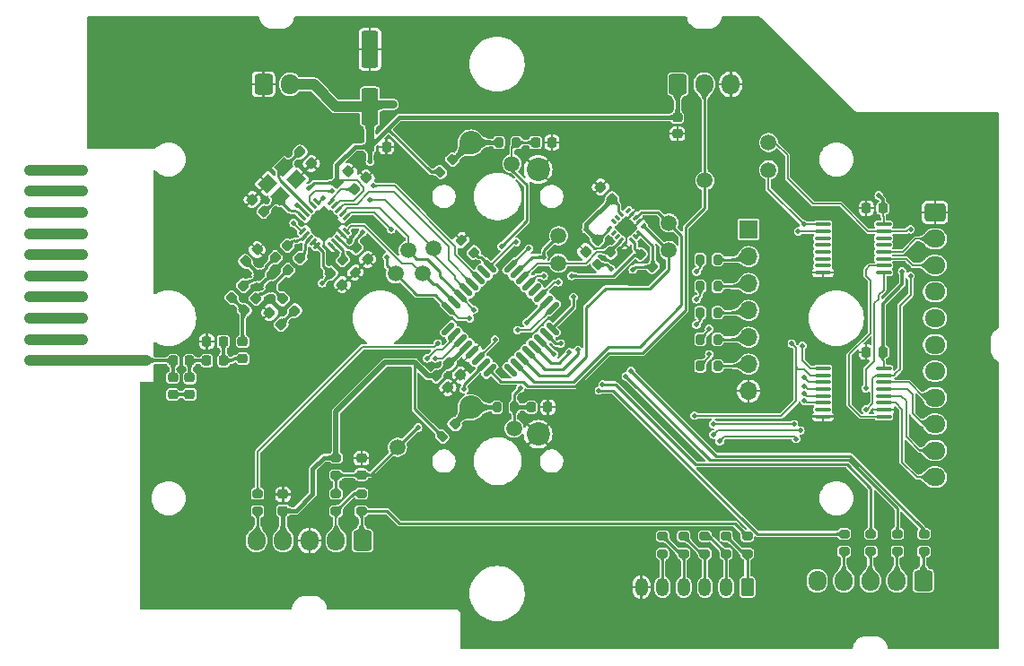
<source format=gbr>
%TF.GenerationSoftware,KiCad,Pcbnew,8.0.4-8.0.4-0~ubuntu22.04.1*%
%TF.CreationDate,2024-08-24T15:00:39-03:00*%
%TF.ProjectId,Antares-Transmitter,416e7461-7265-4732-9d54-72616e736d69,1.0.1*%
%TF.SameCoordinates,Original*%
%TF.FileFunction,Copper,L1,Top*%
%TF.FilePolarity,Positive*%
%FSLAX46Y46*%
G04 Gerber Fmt 4.6, Leading zero omitted, Abs format (unit mm)*
G04 Created by KiCad (PCBNEW 8.0.4-8.0.4-0~ubuntu22.04.1) date 2024-08-24 15:00:39*
%MOMM*%
%LPD*%
G01*
G04 APERTURE LIST*
G04 Aperture macros list*
%AMRoundRect*
0 Rectangle with rounded corners*
0 $1 Rounding radius*
0 $2 $3 $4 $5 $6 $7 $8 $9 X,Y pos of 4 corners*
0 Add a 4 corners polygon primitive as box body*
4,1,4,$2,$3,$4,$5,$6,$7,$8,$9,$2,$3,0*
0 Add four circle primitives for the rounded corners*
1,1,$1+$1,$2,$3*
1,1,$1+$1,$4,$5*
1,1,$1+$1,$6,$7*
1,1,$1+$1,$8,$9*
0 Add four rect primitives between the rounded corners*
20,1,$1+$1,$2,$3,$4,$5,0*
20,1,$1+$1,$4,$5,$6,$7,0*
20,1,$1+$1,$6,$7,$8,$9,0*
20,1,$1+$1,$8,$9,$2,$3,0*%
%AMRotRect*
0 Rectangle, with rotation*
0 The origin of the aperture is its center*
0 $1 length*
0 $2 width*
0 $3 Rotation angle, in degrees counterclockwise*
0 Add horizontal line*
21,1,$1,$2,0,0,$3*%
%AMOutline4P*
0 Free polygon, 4 corners , with rotation*
0 The origin of the aperture is its center*
0 number of corners: always 4*
0 $1 to $8 corner X, Y*
0 $9 Rotation angle, in degrees counterclockwise*
0 create outline with 4 corners*
4,1,4,$1,$2,$3,$4,$5,$6,$7,$8,$1,$2,$9*%
G04 Aperture macros list end*
%TA.AperFunction,EtchedComponent*%
%ADD10C,1.000000*%
%TD*%
%TA.AperFunction,ComponentPad*%
%ADD11RoundRect,0.250000X0.350000X0.625000X-0.350000X0.625000X-0.350000X-0.625000X0.350000X-0.625000X0*%
%TD*%
%TA.AperFunction,ComponentPad*%
%ADD12O,1.200000X1.750000*%
%TD*%
%TA.AperFunction,SMDPad,CuDef*%
%ADD13RoundRect,0.100000X-0.637500X-0.100000X0.637500X-0.100000X0.637500X0.100000X-0.637500X0.100000X0*%
%TD*%
%TA.AperFunction,SMDPad,CuDef*%
%ADD14C,1.500000*%
%TD*%
%TA.AperFunction,SMDPad,CuDef*%
%ADD15RoundRect,0.225000X0.225000X0.250000X-0.225000X0.250000X-0.225000X-0.250000X0.225000X-0.250000X0*%
%TD*%
%TA.AperFunction,SMDPad,CuDef*%
%ADD16RoundRect,0.225000X0.250000X-0.225000X0.250000X0.225000X-0.250000X0.225000X-0.250000X-0.225000X0*%
%TD*%
%TA.AperFunction,ComponentPad*%
%ADD17C,1.000000*%
%TD*%
%TA.AperFunction,SMDPad,CuDef*%
%ADD18Outline4P,-0.350000X-0.400000X0.350000X-0.400000X0.050000X0.400000X-0.050000X0.400000X270.000000*%
%TD*%
%TA.AperFunction,SMDPad,CuDef*%
%ADD19RoundRect,0.200000X0.335876X0.053033X0.053033X0.335876X-0.335876X-0.053033X-0.053033X-0.335876X0*%
%TD*%
%TA.AperFunction,SMDPad,CuDef*%
%ADD20RoundRect,0.200000X-0.275000X0.200000X-0.275000X-0.200000X0.275000X-0.200000X0.275000X0.200000X0*%
%TD*%
%TA.AperFunction,SMDPad,CuDef*%
%ADD21RoundRect,0.225000X-0.017678X0.335876X-0.335876X0.017678X0.017678X-0.335876X0.335876X-0.017678X0*%
%TD*%
%TA.AperFunction,SMDPad,CuDef*%
%ADD22RoundRect,0.200000X0.200000X0.275000X-0.200000X0.275000X-0.200000X-0.275000X0.200000X-0.275000X0*%
%TD*%
%TA.AperFunction,SMDPad,CuDef*%
%ADD23RoundRect,0.200000X-0.200000X-0.275000X0.200000X-0.275000X0.200000X0.275000X-0.200000X0.275000X0*%
%TD*%
%TA.AperFunction,SMDPad,CuDef*%
%ADD24RoundRect,0.250000X0.550000X-1.500000X0.550000X1.500000X-0.550000X1.500000X-0.550000X-1.500000X0*%
%TD*%
%TA.AperFunction,SMDPad,CuDef*%
%ADD25RoundRect,0.225000X-0.250000X0.225000X-0.250000X-0.225000X0.250000X-0.225000X0.250000X0.225000X0*%
%TD*%
%TA.AperFunction,SMDPad,CuDef*%
%ADD26RoundRect,0.218750X0.335876X0.026517X0.026517X0.335876X-0.335876X-0.026517X-0.026517X-0.335876X0*%
%TD*%
%TA.AperFunction,SMDPad,CuDef*%
%ADD27RoundRect,0.200000X0.053033X-0.335876X0.335876X-0.053033X-0.053033X0.335876X-0.335876X0.053033X0*%
%TD*%
%TA.AperFunction,SMDPad,CuDef*%
%ADD28RoundRect,0.200000X-0.335876X-0.053033X-0.053033X-0.335876X0.335876X0.053033X0.053033X0.335876X0*%
%TD*%
%TA.AperFunction,SMDPad,CuDef*%
%ADD29RoundRect,0.218750X0.218750X0.256250X-0.218750X0.256250X-0.218750X-0.256250X0.218750X-0.256250X0*%
%TD*%
%TA.AperFunction,SMDPad,CuDef*%
%ADD30RoundRect,0.218750X-0.026517X0.335876X-0.335876X0.026517X0.026517X-0.335876X0.335876X-0.026517X0*%
%TD*%
%TA.AperFunction,SMDPad,CuDef*%
%ADD31RoundRect,0.218750X-0.256250X0.218750X-0.256250X-0.218750X0.256250X-0.218750X0.256250X0.218750X0*%
%TD*%
%TA.AperFunction,SMDPad,CuDef*%
%ADD32RoundRect,0.087500X-0.070711X-0.194454X0.194454X0.070711X0.070711X0.194454X-0.194454X-0.070711X0*%
%TD*%
%TA.AperFunction,SMDPad,CuDef*%
%ADD33RoundRect,0.087500X0.070711X-0.194454X0.194454X-0.070711X-0.070711X0.194454X-0.194454X0.070711X0*%
%TD*%
%TA.AperFunction,SMDPad,CuDef*%
%ADD34RoundRect,0.125000X-0.353553X-0.530330X0.530330X0.353553X0.353553X0.530330X-0.530330X-0.353553X0*%
%TD*%
%TA.AperFunction,SMDPad,CuDef*%
%ADD35RoundRect,0.125000X0.353553X-0.530330X0.530330X-0.353553X-0.353553X0.530330X-0.530330X0.353553X0*%
%TD*%
%TA.AperFunction,SMDPad,CuDef*%
%ADD36RoundRect,0.225000X-0.225000X-0.250000X0.225000X-0.250000X0.225000X0.250000X-0.225000X0.250000X0*%
%TD*%
%TA.AperFunction,SMDPad,CuDef*%
%ADD37RoundRect,0.225000X-0.335876X-0.017678X-0.017678X-0.335876X0.335876X0.017678X0.017678X0.335876X0*%
%TD*%
%TA.AperFunction,SMDPad,CuDef*%
%ADD38RoundRect,0.225000X0.017678X-0.335876X0.335876X-0.017678X-0.017678X0.335876X-0.335876X0.017678X0*%
%TD*%
%TA.AperFunction,SMDPad,CuDef*%
%ADD39RoundRect,0.225000X0.335876X0.017678X0.017678X0.335876X-0.335876X-0.017678X-0.017678X-0.335876X0*%
%TD*%
%TA.AperFunction,SMDPad,CuDef*%
%ADD40RoundRect,0.218750X0.256250X-0.218750X0.256250X0.218750X-0.256250X0.218750X-0.256250X-0.218750X0*%
%TD*%
%TA.AperFunction,SMDPad,CuDef*%
%ADD41RotRect,1.400000X1.200000X225.000000*%
%TD*%
%TA.AperFunction,SMDPad,CuDef*%
%ADD42RoundRect,0.062500X0.203293X0.291682X-0.291682X-0.203293X-0.203293X-0.291682X0.291682X0.203293X0*%
%TD*%
%TA.AperFunction,SMDPad,CuDef*%
%ADD43RoundRect,0.062500X-0.203293X0.291682X-0.291682X0.203293X0.203293X-0.291682X0.291682X-0.203293X0*%
%TD*%
%TA.AperFunction,HeatsinkPad*%
%ADD44C,0.500000*%
%TD*%
%TA.AperFunction,HeatsinkPad*%
%ADD45RotRect,2.500000X2.500000X225.000000*%
%TD*%
%TA.AperFunction,ComponentPad*%
%ADD46R,1.700000X1.700000*%
%TD*%
%TA.AperFunction,ComponentPad*%
%ADD47O,1.700000X1.700000*%
%TD*%
%TA.AperFunction,ComponentPad*%
%ADD48RoundRect,0.250000X-0.725000X0.600000X-0.725000X-0.600000X0.725000X-0.600000X0.725000X0.600000X0*%
%TD*%
%TA.AperFunction,ComponentPad*%
%ADD49O,1.950000X1.700000*%
%TD*%
%TA.AperFunction,ComponentPad*%
%ADD50RoundRect,0.250000X0.600000X0.725000X-0.600000X0.725000X-0.600000X-0.725000X0.600000X-0.725000X0*%
%TD*%
%TA.AperFunction,ComponentPad*%
%ADD51O,1.700000X1.950000*%
%TD*%
%TA.AperFunction,ComponentPad*%
%ADD52RoundRect,0.250000X-0.600000X-0.725000X0.600000X-0.725000X0.600000X0.725000X-0.600000X0.725000X0*%
%TD*%
%TA.AperFunction,ComponentPad*%
%ADD53C,2.200000*%
%TD*%
%TA.AperFunction,ViaPad*%
%ADD54C,0.500000*%
%TD*%
%TA.AperFunction,ViaPad*%
%ADD55C,0.700000*%
%TD*%
%TA.AperFunction,ViaPad*%
%ADD56C,0.800000*%
%TD*%
%TA.AperFunction,Conductor*%
%ADD57C,0.150000*%
%TD*%
%TA.AperFunction,Conductor*%
%ADD58C,0.200000*%
%TD*%
%TA.AperFunction,Conductor*%
%ADD59C,0.500000*%
%TD*%
%TA.AperFunction,Conductor*%
%ADD60C,0.250000*%
%TD*%
%TA.AperFunction,Conductor*%
%ADD61C,0.300000*%
%TD*%
%TA.AperFunction,Conductor*%
%ADD62C,0.400000*%
%TD*%
%TA.AperFunction,Conductor*%
%ADD63C,1.000000*%
%TD*%
%TA.AperFunction,Conductor*%
%ADD64C,0.750000*%
%TD*%
G04 APERTURE END LIST*
D10*
%TO.C,AE301*%
X83100000Y-105000000D02*
X88100001Y-105000000D01*
X83100000Y-107000000D02*
X88100000Y-107000000D01*
X83100000Y-109000000D02*
X88100000Y-109000001D01*
X83100000Y-111000000D02*
X88100000Y-111000000D01*
X83100000Y-113000000D02*
X88100000Y-113000000D01*
X83100000Y-115000000D02*
X88100000Y-115000000D01*
X83100000Y-117000000D02*
X88100000Y-117000000D01*
X83100000Y-119000000D02*
X88100000Y-118999999D01*
X83100000Y-121000000D02*
X88100000Y-121000000D01*
X94100000Y-123000000D02*
X83100000Y-123000000D01*
%TD*%
D11*
%TO.P,J602,1,Pin_1*%
%TO.N,/Control Buttons/BT_MODE*%
X150800000Y-144400000D03*
D12*
%TO.P,J602,2,Pin_2*%
%TO.N,/Control Buttons/BT_LEFT*%
X148800000Y-144400000D03*
%TO.P,J602,3,Pin_3*%
%TO.N,/Control Buttons/BT_RIGHT*%
X146800000Y-144400000D03*
%TO.P,J602,4,Pin_4*%
%TO.N,/Control Buttons/BT_DOWN*%
X144800000Y-144400000D03*
%TO.P,J602,5,Pin_5*%
%TO.N,/Control Buttons/BT_UP*%
X142800000Y-144400000D03*
%TO.P,J602,6,Pin_6*%
%TO.N,GND*%
X140800000Y-144400000D03*
%TD*%
D13*
%TO.P,U402,1,~{PL}*%
%TO.N,/Notes/HC165_LOAD*%
X157937500Y-110125000D03*
%TO.P,U402,2,CP*%
%TO.N,/Notes/HC165_SCK*%
X157937500Y-110775000D03*
%TO.P,U402,3,D4*%
%TO.N,unconnected-(U402-D4-Pad3)*%
X157937500Y-111425000D03*
%TO.P,U402,4,D5*%
%TO.N,unconnected-(U402-D5-Pad4)*%
X157937500Y-112075000D03*
%TO.P,U402,5,D6*%
%TO.N,unconnected-(U402-D6-Pad5)*%
X157937500Y-112725000D03*
%TO.P,U402,6,D7*%
%TO.N,unconnected-(U402-D7-Pad6)*%
X157937500Y-113375000D03*
%TO.P,U402,7,~{Q7}*%
%TO.N,unconnected-(U402-~{Q7}-Pad7)*%
X157937500Y-114025000D03*
%TO.P,U402,8,GND*%
%TO.N,GND*%
X157937500Y-114675000D03*
%TO.P,U402,9,Q7*%
%TO.N,/Notes/HC165_DO*%
X163662500Y-114675000D03*
%TO.P,U402,10,DS*%
%TO.N,/Notes/HC165_DS*%
X163662500Y-114025000D03*
%TO.P,U402,11,D0*%
%TO.N,/Notes/BTN_BLUE\u002A*%
X163662500Y-113375000D03*
%TO.P,U402,12,D1*%
%TO.N,/Notes/BTN_ORANGE\u002A*%
X163662500Y-112725000D03*
%TO.P,U402,13,D2*%
%TO.N,unconnected-(U402-D2-Pad13)*%
X163662500Y-112075000D03*
%TO.P,U402,14,D3*%
%TO.N,unconnected-(U402-D3-Pad14)*%
X163662500Y-111425000D03*
%TO.P,U402,15,~{CE}*%
%TO.N,/Notes/HC165_~{CS}*%
X163662500Y-110775000D03*
%TO.P,U402,16,VCC*%
%TO.N,+3V3*%
X163662500Y-110125000D03*
%TD*%
%TO.P,U401,1,~{PL}*%
%TO.N,/Notes/HC165_LOAD*%
X157937500Y-123725000D03*
%TO.P,U401,2,CP*%
%TO.N,/Notes/HC165_SCK*%
X157937500Y-124375000D03*
%TO.P,U401,3,D4*%
%TO.N,/Notes/BTN_ORANGE*%
X157937500Y-125025000D03*
%TO.P,U401,4,D5*%
%TO.N,/Notes/BTN_GREEN\u002A*%
X157937500Y-125675000D03*
%TO.P,U401,5,D6*%
%TO.N,/Notes/BTN_RED\u002A*%
X157937500Y-126325000D03*
%TO.P,U401,6,D7*%
%TO.N,/Notes/BTN_YELLOW\u002A*%
X157937500Y-126975000D03*
%TO.P,U401,7,~{Q7}*%
%TO.N,unconnected-(U401-~{Q7}-Pad7)*%
X157937500Y-127625000D03*
%TO.P,U401,8,GND*%
%TO.N,GND*%
X157937500Y-128275000D03*
%TO.P,U401,9,Q7*%
%TO.N,/Notes/HC165_DS*%
X163662500Y-128275000D03*
%TO.P,U401,10,DS*%
%TO.N,GND*%
X163662500Y-127625000D03*
%TO.P,U401,11,D0*%
%TO.N,/Notes/BTN_GREEN*%
X163662500Y-126975000D03*
%TO.P,U401,12,D1*%
%TO.N,/Notes/BTN_RED*%
X163662500Y-126325000D03*
%TO.P,U401,13,D2*%
%TO.N,/Notes/BTN_YELLOW*%
X163662500Y-125675000D03*
%TO.P,U401,14,D3*%
%TO.N,/Notes/BTN_BLUE*%
X163662500Y-125025000D03*
%TO.P,U401,15,~{CE}*%
%TO.N,/Notes/HC165_~{CS}*%
X163662500Y-124375000D03*
%TO.P,U401,16,VCC*%
%TO.N,+3V3*%
X163662500Y-123725000D03*
%TD*%
D14*
%TO.P,TP402,1,1*%
%TO.N,/Notes/HC165_~{CS}*%
X152800000Y-102400000D03*
%TD*%
D15*
%TO.P,C402,1*%
%TO.N,+3V3*%
X163575000Y-108600000D03*
%TO.P,C402,2*%
%TO.N,GND*%
X162025000Y-108600000D03*
%TD*%
D16*
%TO.P,C601,1*%
%TO.N,/Control Buttons/BTNS_CONTROL*%
X114400000Y-133775000D03*
%TO.P,C601,2*%
%TO.N,GND*%
X114400000Y-132225000D03*
%TD*%
D14*
%TO.P,TP702,1,1*%
%TO.N,/MCU/BTN_STRUM_UP*%
X128800000Y-129400000D03*
%TD*%
D17*
%TO.P,AE301,*%
%TO.N,*%
X83100000Y-123000000D03*
X83100000Y-121000000D03*
X88100000Y-121000000D03*
X83100000Y-119000000D03*
X88100000Y-118999999D03*
X83100000Y-117000000D03*
X88100000Y-117000000D03*
X83100000Y-115000000D03*
X88100000Y-115000000D03*
X83100000Y-113000000D03*
X88100000Y-113000000D03*
X83100000Y-111000000D03*
X88100000Y-111000000D03*
X88100000Y-109000001D03*
X83100000Y-109000000D03*
X83100000Y-107000000D03*
X88100000Y-107000000D03*
X83100000Y-105000000D03*
X88100001Y-105000000D03*
D18*
%TO.P,AE301,1,A*%
%TO.N,/Radio 915MHz/ANT*%
X94800000Y-123000000D03*
%TD*%
D14*
%TO.P,TP304,1,1*%
%TO.N,/MCU/CC1101_MOSI*%
X120200000Y-114800000D03*
%TD*%
D19*
%TO.P,R801,1*%
%TO.N,+3V3*%
X141883363Y-114133363D03*
%TO.P,R801,2*%
%TO.N,/Accelerometer/ACC_SDA*%
X140716637Y-112966637D03*
%TD*%
D14*
%TO.P,TP303,1,1*%
%TO.N,/Notes/HC165_DO*%
X118800000Y-112600000D03*
%TD*%
%TO.P,TP701,1,1*%
%TO.N,/MCU/BTN_STRUM_DOWN*%
X128600000Y-104400000D03*
%TD*%
%TO.P,TP501,1,1*%
%TO.N,/MCU/POT_WHAM*%
X146800000Y-106000000D03*
%TD*%
D20*
%TO.P,R608,1*%
%TO.N,/Control Buttons/BT_DOWN*%
X142800000Y-139575000D03*
%TO.P,R608,2*%
%TO.N,/Control Buttons/BT_UP*%
X142800000Y-141225000D03*
%TD*%
D21*
%TO.P,C802,1*%
%TO.N,+3V3*%
X136648008Y-111601992D03*
%TO.P,C802,2*%
%TO.N,GND*%
X135551992Y-112698008D03*
%TD*%
%TO.P,C307,1*%
%TO.N,GND*%
X104557533Y-112520642D03*
%TO.P,C307,2*%
%TO.N,/Radio 915MHz/RF_P1*%
X103461517Y-113616658D03*
%TD*%
D20*
%TO.P,R609,1*%
%TO.N,/Control Buttons/LED_WORK*%
X104600000Y-135575000D03*
%TO.P,R609,2*%
%TO.N,Net-(J601-Pin_5)*%
X104600000Y-137225000D03*
%TD*%
D14*
%TO.P,TP804,1,1*%
%TO.N,/Accelerometer/ACC_SCL*%
X133000000Y-113800000D03*
%TD*%
D22*
%TO.P,R701,1*%
%TO.N,/MCU/BTN_STRUM_DOWN*%
X129025000Y-102400000D03*
%TO.P,R701,2*%
%TO.N,/Strum bar/SW_DN*%
X127375000Y-102400000D03*
%TD*%
D23*
%TO.P,R1003,1*%
%TO.N,/Debugging/DBG_~{RST}*%
X146350000Y-118480000D03*
%TO.P,R1003,2*%
%TO.N,/Debugging/~{RST}*%
X148000000Y-118480000D03*
%TD*%
D24*
%TO.P,C1101,1*%
%TO.N,+3V3*%
X115200000Y-99000000D03*
%TO.P,C1101,2*%
%TO.N,GND*%
X115200000Y-93600000D03*
%TD*%
D25*
%TO.P,C501,1*%
%TO.N,+3V3*%
X144200000Y-100025000D03*
%TO.P,C501,2*%
%TO.N,GND*%
X144200000Y-101575000D03*
%TD*%
D26*
%TO.P,L303,1*%
%TO.N,Net-(C309-Pad1)*%
X108093069Y-118283562D03*
%TO.P,L303,2*%
%TO.N,/Radio 915MHz/RF_N1*%
X106979375Y-117169868D03*
%TD*%
D20*
%TO.P,R903,1*%
%TO.N,/LEDs/LED_P3*%
X162450000Y-139375000D03*
%TO.P,R903,2*%
%TO.N,Net-(J901-Pin_3)*%
X162450000Y-141025000D03*
%TD*%
D15*
%TO.P,C311,1*%
%TO.N,/Radio 915MHz/RF_C1*%
X101350000Y-121200000D03*
%TO.P,C311,2*%
%TO.N,GND*%
X99800000Y-121200000D03*
%TD*%
D20*
%TO.P,R904,1*%
%TO.N,/LEDs/LED_P4*%
X159940000Y-139375000D03*
%TO.P,R904,2*%
%TO.N,Net-(J901-Pin_4)*%
X159940000Y-141025000D03*
%TD*%
D27*
%TO.P,R704,1*%
%TO.N,+3V3*%
X122016637Y-130183363D03*
%TO.P,R704,2*%
%TO.N,/Strum bar/SW_UP*%
X123183363Y-129016637D03*
%TD*%
%TO.P,R802,1*%
%TO.N,+3V3*%
X136716637Y-113933363D03*
%TO.P,R802,2*%
%TO.N,/Accelerometer/ACC_SCL*%
X137883363Y-112766637D03*
%TD*%
D16*
%TO.P,C602,1*%
%TO.N,+3V3*%
X107000000Y-137175000D03*
%TO.P,C602,2*%
%TO.N,GND*%
X107000000Y-135625000D03*
%TD*%
D14*
%TO.P,TP601,1,1*%
%TO.N,/Control Buttons/BTNS_CONTROL*%
X117800000Y-131200000D03*
%TD*%
D20*
%TO.P,R901,1*%
%TO.N,/LEDs/LED_P1*%
X167470000Y-139375000D03*
%TO.P,R901,2*%
%TO.N,Net-(J901-Pin_1)*%
X167470000Y-141025000D03*
%TD*%
D28*
%TO.P,R201,1*%
%TO.N,GND*%
X123816637Y-111616637D03*
%TO.P,R201,2*%
%TO.N,/Debugging/DBG_SWCLK*%
X124983363Y-112783363D03*
%TD*%
D29*
%TO.P,L306,1*%
%TO.N,/Radio 915MHz/RF_C1*%
X101387501Y-123000000D03*
%TO.P,L306,2*%
%TO.N,/Radio 915MHz/RF_C2*%
X99812499Y-123000000D03*
%TD*%
D30*
%TO.P,L304,1*%
%TO.N,/Radio 915MHz/RF_P1*%
X103256843Y-115933644D03*
%TO.P,L304,2*%
%TO.N,/Radio 915MHz/RF_C*%
X102143149Y-117047338D03*
%TD*%
D31*
%TO.P,L305,1*%
%TO.N,/Radio 915MHz/RF_C*%
X103200000Y-121224998D03*
%TO.P,L305,2*%
%TO.N,/Radio 915MHz/RF_C1*%
X103200000Y-122800000D03*
%TD*%
D27*
%TO.P,R703,1*%
%TO.N,+3V3*%
X121816637Y-105183363D03*
%TO.P,R703,2*%
%TO.N,/Strum bar/SW_DN*%
X122983363Y-104016637D03*
%TD*%
D14*
%TO.P,TP803,1,1*%
%TO.N,/Accelerometer/ACC_SDA*%
X133000000Y-111200000D03*
%TD*%
D32*
%TO.P,U801,1,VDD_IO*%
%TO.N,+3V3*%
X137826687Y-110559099D03*
%TO.P,U801,2,NC*%
%TO.N,unconnected-(U801-NC-Pad2)*%
X138180241Y-110912652D03*
%TO.P,U801,3,NC*%
%TO.N,unconnected-(U801-NC-Pad3)*%
X138533794Y-111266206D03*
%TO.P,U801,4,SCL/SPC*%
%TO.N,/Accelerometer/ACC_SCL*%
X138887348Y-111619759D03*
%TO.P,U801,5,GND*%
%TO.N,GND*%
X139240901Y-111973313D03*
D33*
%TO.P,U801,6,SDA/SDI/SDO*%
%TO.N,/Accelerometer/ACC_SDA*%
X139912652Y-111619759D03*
%TO.P,U801,7,SDO/SA0*%
%TO.N,+3V3*%
X140266206Y-111266206D03*
%TO.P,U801,8,CS*%
X140619759Y-110912652D03*
D32*
%TO.P,U801,9,INT2*%
%TO.N,/Accelerometer/ACC_INT2*%
X140973313Y-110240901D03*
%TO.P,U801,10,GND*%
%TO.N,GND*%
X140619759Y-109887348D03*
%TO.P,U801,11,INT1*%
%TO.N,/Accelerometer/ACC_INT1*%
X140266206Y-109533794D03*
%TO.P,U801,12,GND*%
%TO.N,GND*%
X139912652Y-109180241D03*
%TO.P,U801,13,ADC3*%
%TO.N,unconnected-(U801-ADC3-Pad13)*%
X139559099Y-108826687D03*
D33*
%TO.P,U801,14,VDD*%
%TO.N,+3V3*%
X138887348Y-109180241D03*
%TO.P,U801,15,ADC2*%
%TO.N,unconnected-(U801-ADC2-Pad15)*%
X138533794Y-109533794D03*
%TO.P,U801,16,ADC1*%
%TO.N,unconnected-(U801-ADC1-Pad16)*%
X138180241Y-109887348D03*
%TD*%
D20*
%TO.P,R606,1*%
%TO.N,/Control Buttons/BT_LEFT*%
X146800000Y-139575000D03*
%TO.P,R606,2*%
%TO.N,/Control Buttons/BT_RIGHT*%
X146800000Y-141225000D03*
%TD*%
D34*
%TO.P,U201,1,PB9*%
%TO.N,unconnected-(U201-PB9-Pad1)*%
X122567930Y-119972272D03*
%TO.P,U201,2,PC14*%
%TO.N,/Notes/HC165_LOAD*%
X123133616Y-120537957D03*
%TO.P,U201,3,PC15*%
%TO.N,/Notes/HC165_~{CS}*%
X123699301Y-121103643D03*
%TO.P,U201,4,VDD*%
%TO.N,+3V3*%
X124264986Y-121669328D03*
%TO.P,U201,5,VSS*%
%TO.N,GND*%
X124830672Y-122235014D03*
%TO.P,U201,6,NRST*%
%TO.N,/Debugging/DBG_~{RST}*%
X125396357Y-122800699D03*
%TO.P,U201,7,PA0*%
%TO.N,/Control Buttons/BTNS_CONTROL*%
X125962043Y-123366384D03*
%TO.P,U201,8,PA1*%
%TO.N,/MCU/POT_WHAM*%
X126527728Y-123932070D03*
D35*
%TO.P,U201,9,PA2*%
%TO.N,unconnected-(U201-PA2-Pad9)*%
X128472272Y-123932070D03*
%TO.P,U201,10,PA3*%
%TO.N,/Accelerometer/ACC_INT1*%
X129037957Y-123366384D03*
%TO.P,U201,11,PA4*%
%TO.N,/Accelerometer/ACC_INT2*%
X129603643Y-122800699D03*
%TO.P,U201,12,PA5*%
%TO.N,/LEDs/LED_P1*%
X130169328Y-122235014D03*
%TO.P,U201,13,PA6*%
%TO.N,/LEDs/LED_P2*%
X130735014Y-121669328D03*
%TO.P,U201,14,PA7*%
%TO.N,/LEDs/LED_P3*%
X131300699Y-121103643D03*
%TO.P,U201,15,PB0*%
%TO.N,/MCU/BTN_STRUM_UP*%
X131866384Y-120537957D03*
%TO.P,U201,16,PB1*%
%TO.N,/MCU/BTN_STRUM_DOWN*%
X132432070Y-119972272D03*
D34*
%TO.P,U201,17,PB2*%
%TO.N,/Control Buttons/LED_WORK*%
X132432070Y-118027728D03*
%TO.P,U201,18,PA8*%
%TO.N,/LEDs/LED_P4*%
X131866384Y-117462043D03*
%TO.P,U201,19,PA9/NC*%
%TO.N,/Debugging/DBG_TX*%
X131300699Y-116896357D03*
%TO.P,U201,20,PC6*%
%TO.N,unconnected-(U201-PC6-Pad20)*%
X130735014Y-116330672D03*
%TO.P,U201,21,PA10/NC*%
%TO.N,/Debugging/DBG_RX*%
X130169328Y-115764986D03*
%TO.P,U201,22,PA11/PA9*%
%TO.N,/Accelerometer/ACC_SCL*%
X129603643Y-115199301D03*
%TO.P,U201,23,PA12/PA10*%
%TO.N,/Accelerometer/ACC_SDA*%
X129037957Y-114633616D03*
%TO.P,U201,24,PA13*%
%TO.N,/Debugging/DBG_SWDIO*%
X128472272Y-114067930D03*
D35*
%TO.P,U201,25,PA14*%
%TO.N,/Debugging/DBG_SWCLK*%
X126527728Y-114067930D03*
%TO.P,U201,26,PA15*%
%TO.N,unconnected-(U201-PA15-Pad26)*%
X125962043Y-114633616D03*
%TO.P,U201,27,PB3*%
%TO.N,/MCU/CC1101_GDO0*%
X125396357Y-115199301D03*
%TO.P,U201,28,PB4*%
%TO.N,/MCU/CC1101_GDO2*%
X124830672Y-115764986D03*
%TO.P,U201,29,PB5*%
%TO.N,/MCU/CC1101_~{CS}*%
X124264986Y-116330672D03*
%TO.P,U201,30,PB6*%
%TO.N,/Notes/HC165_DO*%
X123699301Y-116896357D03*
%TO.P,U201,31,PB7*%
%TO.N,/MCU/CC1101_MOSI*%
X123133616Y-117462043D03*
%TO.P,U201,32,PB8*%
%TO.N,/Notes/HC165_SCK*%
X122567930Y-118027728D03*
%TD*%
D36*
%TO.P,C702,1*%
%TO.N,/MCU/BTN_STRUM_UP*%
X130425000Y-127400000D03*
%TO.P,C702,2*%
%TO.N,GND*%
X131975000Y-127400000D03*
%TD*%
D20*
%TO.P,R604,1*%
%TO.N,/Control Buttons/BT_START*%
X150800000Y-139575000D03*
%TO.P,R604,2*%
%TO.N,/Control Buttons/BT_MODE*%
X150800000Y-141225000D03*
%TD*%
%TO.P,R603,1*%
%TO.N,/Control Buttons/BT_SELECT*%
X114400000Y-135575000D03*
%TO.P,R603,2*%
%TO.N,/Control Buttons/BT_START*%
X114400000Y-137225000D03*
%TD*%
D21*
%TO.P,C310,1*%
%TO.N,/Radio 915MHz/RF_N1*%
X104448004Y-117142483D03*
%TO.P,C310,2*%
%TO.N,/Radio 915MHz/RF_C*%
X103351988Y-118238499D03*
%TD*%
D37*
%TO.P,C308,1*%
%TO.N,/Radio 915MHz/RF_P1*%
X104751988Y-114942483D03*
%TO.P,C308,2*%
%TO.N,/Radio 915MHz/RF_N1*%
X105848004Y-116038499D03*
%TD*%
D23*
%TO.P,R1005,1*%
%TO.N,/Debugging/DBG_SWCLK*%
X146350000Y-123500000D03*
%TO.P,R1005,2*%
%TO.N,/Debugging/SWCLK*%
X148000000Y-123500000D03*
%TD*%
D20*
%TO.P,R902,1*%
%TO.N,/LEDs/LED_P2*%
X164960000Y-139375000D03*
%TO.P,R902,2*%
%TO.N,Net-(J901-Pin_2)*%
X164960000Y-141025000D03*
%TD*%
D38*
%TO.P,C305,1*%
%TO.N,+3V3*%
X112087774Y-106238499D03*
%TO.P,C305,2*%
%TO.N,GND*%
X113183790Y-105142483D03*
%TD*%
D23*
%TO.P,R1004,1*%
%TO.N,/Debugging/DBG_SWDIO*%
X146350000Y-120990000D03*
%TO.P,R1004,2*%
%TO.N,/Debugging/SWDIO*%
X148000000Y-120990000D03*
%TD*%
D20*
%TO.P,R602,1*%
%TO.N,/Control Buttons/BTNS_CONTROL*%
X112000000Y-135575000D03*
%TO.P,R602,2*%
%TO.N,/Control Buttons/BT_SELECT*%
X112000000Y-137225000D03*
%TD*%
D37*
%TO.P,C202,1*%
%TO.N,+3V3*%
X121451992Y-124451992D03*
%TO.P,C202,2*%
%TO.N,GND*%
X122548008Y-125548008D03*
%TD*%
D30*
%TO.P,L302,1*%
%TO.N,/Radio 915MHz/RF_N*%
X108592629Y-113333644D03*
%TO.P,L302,2*%
%TO.N,/Radio 915MHz/RF_N1*%
X107478935Y-114447338D03*
%TD*%
%TO.P,L301,1*%
%TO.N,/Radio 915MHz/RF_P*%
X107392629Y-112133644D03*
%TO.P,L301,2*%
%TO.N,/Radio 915MHz/RF_P1*%
X106278935Y-113247338D03*
%TD*%
D15*
%TO.P,C313,1*%
%TO.N,/Radio 915MHz/RF_C2*%
X98175000Y-123000000D03*
%TO.P,C313,2*%
%TO.N,/Radio 915MHz/ANT*%
X96625000Y-123000000D03*
%TD*%
D39*
%TO.P,C309,1*%
%TO.N,Net-(C309-Pad1)*%
X106820276Y-119556355D03*
%TO.P,C309,2*%
%TO.N,GND*%
X105724260Y-118460339D03*
%TD*%
D36*
%TO.P,C701,1*%
%TO.N,/MCU/BTN_STRUM_DOWN*%
X130825000Y-102400000D03*
%TO.P,C701,2*%
%TO.N,GND*%
X132375000Y-102400000D03*
%TD*%
D37*
%TO.P,C304,1*%
%TO.N,+3V3*%
X113887774Y-112342483D03*
%TO.P,C304,2*%
%TO.N,GND*%
X114983790Y-113438499D03*
%TD*%
D40*
%TO.P,L307,1*%
%TO.N,Net-(C312-Pad2)*%
X96600000Y-126187501D03*
%TO.P,L307,2*%
%TO.N,/Radio 915MHz/ANT*%
X96600000Y-124612499D03*
%TD*%
D23*
%TO.P,R1002,1*%
%TO.N,/Debugging/DBG_RX*%
X146350000Y-115970000D03*
%TO.P,R1002,2*%
%TO.N,/Debugging/RX*%
X148000000Y-115970000D03*
%TD*%
D37*
%TO.P,C301,1*%
%TO.N,/Radio 915MHz/X1*%
X108587774Y-103292483D03*
%TO.P,C301,2*%
%TO.N,GND*%
X109683790Y-104388499D03*
%TD*%
D28*
%TO.P,R301,1*%
%TO.N,Net-(U301-RBIAS)*%
X112652420Y-113507128D03*
%TO.P,R301,2*%
%TO.N,GND*%
X113819146Y-114673854D03*
%TD*%
D41*
%TO.P,Y301,1,1*%
%TO.N,/Radio 915MHz/X1*%
X107062559Y-104711632D03*
%TO.P,Y301,2,2*%
%TO.N,GND*%
X105506924Y-106267267D03*
%TO.P,Y301,3,3*%
%TO.N,/Radio 915MHz/X2*%
X106709005Y-107469348D03*
%TO.P,Y301,4,4*%
%TO.N,GND*%
X108264640Y-105913713D03*
%TD*%
D25*
%TO.P,C312,1*%
%TO.N,/Radio 915MHz/RF_C2*%
X98200000Y-124625000D03*
%TO.P,C312,2*%
%TO.N,Net-(C312-Pad2)*%
X98200000Y-126175000D03*
%TD*%
D38*
%TO.P,C303,1*%
%TO.N,Net-(U301-DCOUPL)*%
X113737774Y-106838499D03*
%TO.P,C303,2*%
%TO.N,GND*%
X114833790Y-105742483D03*
%TD*%
D37*
%TO.P,C306,1*%
%TO.N,+3V3*%
X111487774Y-114742483D03*
%TO.P,C306,2*%
%TO.N,GND*%
X112583790Y-115838499D03*
%TD*%
D20*
%TO.P,R607,1*%
%TO.N,/Control Buttons/BT_RIGHT*%
X144800000Y-139575000D03*
%TO.P,R607,2*%
%TO.N,/Control Buttons/BT_DOWN*%
X144800000Y-141225000D03*
%TD*%
%TO.P,R605,1*%
%TO.N,/Control Buttons/BT_MODE*%
X148800000Y-139575000D03*
%TO.P,R605,2*%
%TO.N,/Control Buttons/BT_LEFT*%
X148800000Y-141225000D03*
%TD*%
D42*
%TO.P,U301,1,SCLK*%
%TO.N,/Notes/HC165_SCK*%
X112962908Y-109427578D03*
%TO.P,U301,2,SO(GDO1)*%
%TO.N,/Notes/HC165_DO*%
X112609355Y-109074025D03*
%TO.P,U301,3,GDO2*%
%TO.N,/MCU/CC1101_GDO2*%
X112255801Y-108720472D03*
%TO.P,U301,4,DVDD*%
%TO.N,+3V3*%
X111902248Y-108366918D03*
%TO.P,U301,5,DCOUPL*%
%TO.N,Net-(U301-DCOUPL)*%
X111548695Y-108013365D03*
D43*
%TO.P,U301,6,GDO0*%
%TO.N,/MCU/CC1101_GDO0*%
X110222869Y-108013365D03*
%TO.P,U301,7,~{CS}*%
%TO.N,/MCU/CC1101_~{CS}*%
X109869316Y-108366918D03*
%TO.P,U301,8,XOSC_Q1*%
%TO.N,/Radio 915MHz/X1*%
X109515763Y-108720472D03*
%TO.P,U301,9,AVDD*%
%TO.N,+3V3*%
X109162209Y-109074025D03*
%TO.P,U301,10,XOSC_Q2*%
%TO.N,/Radio 915MHz/X2*%
X108808656Y-109427578D03*
D42*
%TO.P,U301,11,AVDD*%
%TO.N,+3V3*%
X108808656Y-110753404D03*
%TO.P,U301,12,RF_P*%
%TO.N,/Radio 915MHz/RF_P*%
X109162209Y-111106957D03*
%TO.P,U301,13,RF_N*%
%TO.N,/Radio 915MHz/RF_N*%
X109515763Y-111460510D03*
%TO.P,U301,14,AVDD*%
%TO.N,+3V3*%
X109869316Y-111814064D03*
%TO.P,U301,15,AVDD*%
X110222869Y-112167617D03*
D43*
%TO.P,U301,16,GND*%
%TO.N,GND*%
X111548695Y-112167617D03*
%TO.P,U301,17,RBIAS*%
%TO.N,Net-(U301-RBIAS)*%
X111902248Y-111814064D03*
%TO.P,U301,18,DGUARD*%
%TO.N,+3V3*%
X112255801Y-111460510D03*
%TO.P,U301,19,GND*%
%TO.N,GND*%
X112609355Y-111106957D03*
%TO.P,U301,20,SI*%
%TO.N,/MCU/CC1101_MOSI*%
X112962908Y-110753404D03*
D44*
%TO.P,U301,21,PAD*%
%TO.N,GND*%
X112299996Y-110090491D03*
X110885782Y-108676277D03*
D45*
X110885782Y-110090491D03*
D44*
X110885782Y-111504705D03*
X109471568Y-110090491D03*
%TD*%
D14*
%TO.P,TP401,1,1*%
%TO.N,/Notes/HC165_LOAD*%
X152800000Y-105000000D03*
%TD*%
D22*
%TO.P,R702,1*%
%TO.N,/MCU/BTN_STRUM_UP*%
X128825000Y-127400000D03*
%TO.P,R702,2*%
%TO.N,/Strum bar/SW_UP*%
X127175000Y-127400000D03*
%TD*%
D39*
%TO.P,C801,1*%
%TO.N,+3V3*%
X138048008Y-107698008D03*
%TO.P,C801,2*%
%TO.N,GND*%
X136951992Y-106601992D03*
%TD*%
D37*
%TO.P,C203,1*%
%TO.N,+3V3*%
X122651992Y-123251992D03*
%TO.P,C203,2*%
%TO.N,GND*%
X123748008Y-124348008D03*
%TD*%
D46*
%TO.P,J1001,1,Pin_1*%
%TO.N,+3V3*%
X150925000Y-110630000D03*
D47*
%TO.P,J1001,2,Pin_2*%
%TO.N,/Debugging/TX*%
X150925000Y-113170000D03*
%TO.P,J1001,3,Pin_3*%
%TO.N,/Debugging/RX*%
X150925000Y-115710000D03*
%TO.P,J1001,4,Pin_4*%
%TO.N,/Debugging/~{RST}*%
X150925000Y-118250000D03*
%TO.P,J1001,5,Pin_5*%
%TO.N,/Debugging/SWDIO*%
X150925000Y-120790000D03*
%TO.P,J1001,6,Pin_6*%
%TO.N,/Debugging/SWCLK*%
X150925000Y-123330000D03*
%TO.P,J1001,7,Pin_7*%
%TO.N,GND*%
X150925000Y-125870000D03*
%TD*%
D14*
%TO.P,TP302,1,1*%
%TO.N,/Notes/HC165_SCK*%
X117600000Y-114800000D03*
%TD*%
D36*
%TO.P,C1102,1*%
%TO.N,+3V3*%
X115200000Y-102800000D03*
%TO.P,C1102,2*%
%TO.N,GND*%
X116750000Y-102800000D03*
%TD*%
D39*
%TO.P,C302,1*%
%TO.N,/Radio 915MHz/X2*%
X105183790Y-108888499D03*
%TO.P,C302,2*%
%TO.N,GND*%
X104087774Y-107792483D03*
%TD*%
D14*
%TO.P,TP801,1,1*%
%TO.N,/Accelerometer/ACC_INT1*%
X143400000Y-110000000D03*
%TD*%
D23*
%TO.P,R1001,1*%
%TO.N,/Debugging/DBG_TX*%
X146350000Y-113460000D03*
%TO.P,R1001,2*%
%TO.N,/Debugging/TX*%
X148000000Y-113460000D03*
%TD*%
D14*
%TO.P,TP301,1,1*%
%TO.N,/MCU/CC1101_~{CS}*%
X121200000Y-112400000D03*
%TD*%
%TO.P,TP802,1,1*%
%TO.N,/Accelerometer/ACC_INT2*%
X143400000Y-112600000D03*
%TD*%
D20*
%TO.P,R601,1*%
%TO.N,+3V3*%
X112000000Y-132175000D03*
%TO.P,R601,2*%
%TO.N,/Control Buttons/BTNS_CONTROL*%
X112000000Y-133825000D03*
%TD*%
D48*
%TO.P,J401,1,Pin_1*%
%TO.N,GND*%
X168500000Y-109000000D03*
D49*
%TO.P,J401,2,Pin_2*%
%TO.N,/Notes/BTN_ORANGE\u002A*%
X168500000Y-111500000D03*
%TO.P,J401,3,Pin_3*%
%TO.N,/Notes/BTN_BLUE\u002A*%
X168500000Y-114000000D03*
%TO.P,J401,4,Pin_4*%
%TO.N,/Notes/BTN_YELLOW\u002A*%
X168500000Y-116500000D03*
%TO.P,J401,5,Pin_5*%
%TO.N,/Notes/BTN_RED\u002A*%
X168500000Y-119000000D03*
%TO.P,J401,6,Pin_6*%
%TO.N,/Notes/BTN_GREEN\u002A*%
X168500000Y-121500000D03*
%TO.P,J401,7,Pin_7*%
%TO.N,/Notes/BTN_ORANGE*%
X168500000Y-124000000D03*
%TO.P,J401,8,Pin_8*%
%TO.N,/Notes/BTN_BLUE*%
X168500000Y-126500000D03*
%TO.P,J401,9,Pin_9*%
%TO.N,/Notes/BTN_YELLOW*%
X168500000Y-129000001D03*
%TO.P,J401,10,Pin_10*%
%TO.N,/Notes/BTN_RED*%
X168500000Y-131500001D03*
%TO.P,J401,11,Pin_11*%
%TO.N,/Notes/BTN_GREEN*%
X168500000Y-134000001D03*
%TD*%
D50*
%TO.P,J601,1,Pin_1*%
%TO.N,/Control Buttons/BT_START*%
X114500000Y-140000000D03*
D51*
%TO.P,J601,2,Pin_2*%
%TO.N,/Control Buttons/BT_SELECT*%
X112000000Y-140000000D03*
%TO.P,J601,3,Pin_3*%
%TO.N,GND*%
X109500000Y-140000000D03*
%TO.P,J601,4,Pin_4*%
%TO.N,+3V3*%
X107000000Y-140000000D03*
%TO.P,J601,5,Pin_5*%
%TO.N,Net-(J601-Pin_5)*%
X104500000Y-140000000D03*
%TD*%
D52*
%TO.P,J501,1,Pin_1*%
%TO.N,+3V3*%
X144250000Y-96900000D03*
D51*
%TO.P,J501,2,Pin_2*%
%TO.N,/MCU/POT_WHAM*%
X146750000Y-96900000D03*
%TO.P,J501,3,Pin_3*%
%TO.N,GND*%
X149250000Y-96900000D03*
%TD*%
D53*
%TO.P,SW702,1,A*%
%TO.N,/Strum bar/SW_UP*%
X124710000Y-127420000D03*
%TO.P,SW702,2,B*%
%TO.N,GND*%
X131060000Y-129960000D03*
%TD*%
%TO.P,SW701,1,A*%
%TO.N,/Strum bar/SW_DN*%
X124710000Y-102420000D03*
%TO.P,SW701,2,B*%
%TO.N,GND*%
X131060000Y-104960000D03*
%TD*%
D50*
%TO.P,J901,1,Pin_1*%
%TO.N,Net-(J901-Pin_1)*%
X167400000Y-143800000D03*
D51*
%TO.P,J901,2,Pin_2*%
%TO.N,Net-(J901-Pin_2)*%
X164900000Y-143800000D03*
%TO.P,J901,3,Pin_3*%
%TO.N,Net-(J901-Pin_3)*%
X162400000Y-143800000D03*
%TO.P,J901,4,Pin_4*%
%TO.N,Net-(J901-Pin_4)*%
X159900000Y-143800000D03*
%TO.P,J901,5,Pin_5*%
%TO.N,+3V3*%
X157400000Y-143800000D03*
%TD*%
D52*
%TO.P,J1101,1,Pin_1*%
%TO.N,GND*%
X105150000Y-96900000D03*
D51*
%TO.P,J1101,2,Pin_2*%
%TO.N,+3V3*%
X107650000Y-96900000D03*
%TD*%
D15*
%TO.P,C401,1*%
%TO.N,+3V3*%
X163575000Y-122200000D03*
%TO.P,C401,2*%
%TO.N,GND*%
X162025000Y-122200000D03*
%TD*%
D54*
%TO.N,GND*%
X161400000Y-116000000D03*
X162000000Y-113400000D03*
X162000000Y-111600000D03*
X159400000Y-110400000D03*
X164600000Y-122000000D03*
X164400000Y-120800000D03*
X159600000Y-123000000D03*
X161200000Y-123000000D03*
X161000000Y-125400000D03*
X161800000Y-126800000D03*
X164800000Y-129000000D03*
X161600000Y-129400000D03*
X160200000Y-130200000D03*
X157600000Y-130200000D03*
X156400000Y-128200000D03*
X160600000Y-128200000D03*
X159400000Y-127200000D03*
X159400000Y-125400000D03*
X157800000Y-115600000D03*
X159400000Y-114600000D03*
X162400000Y-110000000D03*
X162200000Y-106600000D03*
X161000000Y-108600000D03*
%TO.N,/Notes/HC165_LOAD*%
X120600000Y-122800000D03*
X148200000Y-130600000D03*
X155400000Y-130400000D03*
%TO.N,/Notes/HC165_SCK*%
X145800000Y-128200000D03*
X124600000Y-119000000D03*
%TO.N,/Notes/HC165_DO*%
X147600000Y-129000000D03*
%TO.N,/Notes/HC165_~{CS}*%
X162000000Y-127600000D03*
X121400000Y-122800000D03*
X147600000Y-130000000D03*
X155800000Y-129600000D03*
%TO.N,/Notes/HC165_DO*%
X125000000Y-118200000D03*
X155200000Y-129000000D03*
X162000000Y-125600000D03*
%TO.N,/Notes/HC165_~{CS}*%
X166200000Y-115000000D03*
X166200000Y-110600000D03*
%TO.N,+3V3*%
X165400000Y-114600000D03*
X163200000Y-107400000D03*
%TO.N,/Notes/HC165_SCK*%
X155600000Y-110800000D03*
X155000000Y-121400000D03*
%TO.N,/Notes/HC165_LOAD*%
X156000000Y-121600000D03*
X156125000Y-110125000D03*
D55*
%TO.N,GND*%
X155600000Y-136800000D03*
D54*
X152573876Y-127044372D03*
D55*
X154800000Y-122200000D03*
D54*
%TO.N,/Notes/BTN_ORANGE*%
X156200000Y-124600000D03*
%TO.N,/Notes/BTN_GREEN\u002A*%
X156200000Y-125400000D03*
%TO.N,/Notes/BTN_RED\u002A*%
X156200000Y-126150003D03*
%TO.N,/Notes/BTN_YELLOW\u002A*%
X156200000Y-126800000D03*
D55*
%TO.N,GND*%
X104000000Y-145600000D03*
D54*
X108800000Y-116400000D03*
D56*
X106600000Y-98600000D03*
X113600000Y-94600000D03*
D55*
X160400000Y-148800000D03*
D54*
X98000000Y-128200000D03*
X100600000Y-117000000D03*
D55*
X102600000Y-143200000D03*
D54*
X101400000Y-119600000D03*
X100600000Y-125600000D03*
X101800000Y-114400000D03*
X107000000Y-116000000D03*
X116800000Y-104000000D03*
D55*
X134600000Y-98600000D03*
D54*
X100800000Y-120400000D03*
D55*
X153600000Y-147000000D03*
D54*
X104600000Y-116000000D03*
X149200000Y-98800000D03*
D55*
X152000000Y-149600000D03*
D54*
X98200000Y-122000000D03*
X105600000Y-112000000D03*
D55*
X124800000Y-149600000D03*
D54*
X95600000Y-128200000D03*
X107600000Y-111000000D03*
X104600000Y-105200000D03*
D55*
X130400000Y-149600000D03*
D54*
X122600000Y-124400000D03*
D55*
X90800000Y-102200000D03*
D54*
X101200000Y-116200000D03*
D55*
X122200000Y-98400000D03*
D54*
X101600000Y-127400000D03*
D55*
X148946207Y-131007039D03*
X170400000Y-146200000D03*
D54*
X106600000Y-121000000D03*
D55*
X117600000Y-145600000D03*
D54*
X125000000Y-111400000D03*
D55*
X112800000Y-121400000D03*
D54*
X121400000Y-126000000D03*
X100600000Y-124000000D03*
D55*
X111600000Y-91200000D03*
D54*
X109400000Y-102400000D03*
X106800000Y-110200000D03*
X102000000Y-118400000D03*
X103600000Y-124000000D03*
X108800000Y-114600000D03*
D55*
X142400000Y-135000000D03*
X132600000Y-96400000D03*
D54*
X168400000Y-107400000D03*
D56*
X103400000Y-98400000D03*
D55*
X173800000Y-135200000D03*
X173800000Y-126200000D03*
D54*
X140800000Y-146200000D03*
D55*
X107000000Y-145600000D03*
X156400000Y-101000000D03*
D54*
X132400000Y-101200000D03*
D55*
X115000000Y-145600000D03*
D54*
X108200000Y-135600000D03*
D55*
X171600000Y-149600000D03*
D54*
X139400000Y-112800000D03*
X94600000Y-126400000D03*
X107000000Y-134200000D03*
D55*
X132800000Y-149600000D03*
X125400000Y-91200000D03*
D54*
X103000000Y-111600000D03*
X104800000Y-113800000D03*
X102400000Y-119600000D03*
X105800000Y-135600000D03*
D55*
X152400000Y-92000000D03*
X128400000Y-91200000D03*
D54*
X109800000Y-115400000D03*
D55*
X172800000Y-121400000D03*
D56*
X113600000Y-92400000D03*
D54*
X104800000Y-111400000D03*
X104200000Y-105800000D03*
D55*
X127399999Y-149600000D03*
D54*
X103600000Y-114800000D03*
D55*
X173800000Y-138200000D03*
X94400000Y-139200000D03*
D54*
X94800000Y-125400000D03*
X107800000Y-116600000D03*
X103600000Y-124800000D03*
X97200000Y-129200000D03*
D55*
X162400000Y-131400000D03*
D54*
X102400000Y-113600000D03*
X121800000Y-126600000D03*
X105800000Y-117400000D03*
D55*
X163800000Y-148600000D03*
X119200000Y-135400000D03*
D54*
X95800000Y-123800000D03*
X93800000Y-129200000D03*
D55*
X94400000Y-141800000D03*
X106400000Y-92400000D03*
D54*
X110200000Y-105600000D03*
X99600000Y-128200000D03*
X111000000Y-104600000D03*
D55*
X141200000Y-107000000D03*
D54*
X103000000Y-108400000D03*
X114000000Y-109600000D03*
D55*
X173800000Y-115600000D03*
D54*
X113800000Y-104000000D03*
X104400000Y-124000000D03*
X95200000Y-123600000D03*
D55*
X111400000Y-118800000D03*
X109000000Y-129400000D03*
D54*
X100200000Y-116000000D03*
X116200000Y-104800000D03*
D55*
X108200000Y-133000000D03*
X139000000Y-91200000D03*
X173800000Y-110000000D03*
X97400000Y-101600000D03*
X153600000Y-143000000D03*
X127800000Y-116400000D03*
D54*
X103400000Y-128200000D03*
X105400000Y-110200000D03*
D55*
X101000000Y-145600000D03*
X173800000Y-118200000D03*
D54*
X114600000Y-115600000D03*
X98000000Y-129200000D03*
D55*
X99800000Y-91200000D03*
D54*
X95600000Y-125400000D03*
X105200000Y-120400000D03*
X110800000Y-103600000D03*
X105200000Y-124000000D03*
D55*
X166000000Y-149600000D03*
D54*
X151000000Y-127600000D03*
D55*
X171200000Y-103200000D03*
D54*
X97200000Y-127400000D03*
X106200000Y-109600000D03*
D55*
X98000000Y-109800000D03*
X99000000Y-103600000D03*
D54*
X108600000Y-115400000D03*
X98800000Y-128200000D03*
X170400000Y-109000000D03*
X106600000Y-103400000D03*
D55*
X136800000Y-102400000D03*
D54*
X97200000Y-122000000D03*
X144800000Y-109800000D03*
X102600000Y-124000000D03*
X99600000Y-126400000D03*
X100600000Y-128200000D03*
X103600000Y-109200000D03*
D56*
X117000000Y-92400000D03*
D54*
X107000000Y-118400000D03*
D55*
X101000000Y-102200000D03*
D54*
X95600000Y-127400000D03*
D55*
X151800000Y-135200000D03*
D54*
X115000000Y-112000000D03*
X100200000Y-118600000D03*
D55*
X158056854Y-97656854D03*
X173800000Y-129200001D03*
D54*
X102400000Y-120400000D03*
D55*
X132000000Y-147600000D03*
D54*
X98800000Y-127400000D03*
X104400000Y-123200000D03*
X96400000Y-129200000D03*
X134400000Y-112200000D03*
D55*
X94400000Y-133799999D03*
X98600000Y-95000000D03*
X173800000Y-105000000D03*
D54*
X102200000Y-112600000D03*
D55*
X95600000Y-107400001D03*
D54*
X141600000Y-109600000D03*
X126800000Y-125600000D03*
X96400000Y-127400000D03*
X140800000Y-142400000D03*
D55*
X107600000Y-122400000D03*
X158000000Y-149600000D03*
X169800000Y-137600000D03*
D54*
X133600000Y-102400000D03*
D55*
X149600000Y-91200000D03*
D54*
X104400000Y-120400000D03*
D55*
X111600000Y-101600000D03*
X173800000Y-131800000D03*
D54*
X93800000Y-128200000D03*
X110200000Y-113800000D03*
D55*
X136400001Y-91200000D03*
D54*
X100600000Y-119600000D03*
X104600000Y-118800000D03*
D55*
X170200000Y-100400000D03*
D54*
X148800000Y-125800000D03*
X104400000Y-110000000D03*
X105800000Y-104000000D03*
D55*
X154521320Y-94121320D03*
X173800000Y-148800000D03*
X153350000Y-130900000D03*
X135000000Y-106200000D03*
D54*
X124400000Y-123600000D03*
X101600000Y-128200000D03*
X114400000Y-131000000D03*
D55*
X138600000Y-96400000D03*
D54*
X102600000Y-127400000D03*
X100600000Y-127400000D03*
D55*
X123600000Y-145600000D03*
D54*
X93800000Y-126400000D03*
D55*
X172600000Y-100400000D03*
X114600000Y-143400000D03*
X155000000Y-149600000D03*
D54*
X99000000Y-120200000D03*
D55*
X97200000Y-98200000D03*
D54*
X107200000Y-102800000D03*
D55*
X173800000Y-140800000D03*
D54*
X124800000Y-119800000D03*
D55*
X89200000Y-98600001D03*
D54*
X109600000Y-113000000D03*
X99000000Y-122000000D03*
X98000000Y-127400000D03*
X106600000Y-111400000D03*
X104400000Y-122400000D03*
D55*
X140200000Y-98600000D03*
X160178175Y-99778175D03*
X98400000Y-145600000D03*
D54*
X103800000Y-111000000D03*
X102600000Y-114800000D03*
X107400000Y-120600000D03*
D55*
X173800000Y-123800000D03*
D54*
X99600000Y-117600000D03*
D55*
X110400000Y-123400000D03*
X95600000Y-101800001D03*
D54*
X98800000Y-129200000D03*
X117800000Y-103000000D03*
X135000000Y-110000000D03*
D55*
X97200000Y-91200000D03*
X130400000Y-133400000D03*
D54*
X99600000Y-129200000D03*
D55*
X125800000Y-118400000D03*
X173800000Y-113000001D03*
X147000000Y-149600000D03*
D54*
X96200000Y-122000000D03*
X101000000Y-115000000D03*
D55*
X109000000Y-91200000D03*
D54*
X103800000Y-111800000D03*
X98600000Y-121200000D03*
D55*
X102800000Y-91200000D03*
X95600000Y-112400001D03*
X144600000Y-91200000D03*
D54*
X94800000Y-127400000D03*
D55*
X133400000Y-91200000D03*
D54*
X99600000Y-127400000D03*
D55*
X123800000Y-134000000D03*
D54*
X138000000Y-105600000D03*
D55*
X146800000Y-92400000D03*
D54*
X95200000Y-122200000D03*
X118000000Y-111400000D03*
X103400000Y-117000000D03*
X109400000Y-138200000D03*
X127200000Y-111400000D03*
X143800000Y-111400000D03*
X102600000Y-129200000D03*
X112200000Y-117000000D03*
X101200000Y-113400000D03*
D55*
X144800000Y-125000000D03*
D54*
X99600000Y-125600000D03*
X99600000Y-124800000D03*
X115200000Y-114800000D03*
D55*
X122400000Y-94400000D03*
X117000000Y-91200000D03*
D54*
X166800000Y-109000000D03*
D55*
X102200000Y-104800000D03*
X89200000Y-101600001D03*
D54*
X102600000Y-124800000D03*
D55*
X141400000Y-149600000D03*
D56*
X117000000Y-94600000D03*
D55*
X97800000Y-105800000D03*
D54*
X151000000Y-96800000D03*
X114000000Y-116400000D03*
X138600000Y-113600000D03*
D55*
X164400000Y-106800000D03*
D54*
X113200000Y-132200000D03*
X100600000Y-126400000D03*
D55*
X126200000Y-104600000D03*
D54*
X109200000Y-118000000D03*
X106800000Y-109000000D03*
X133000000Y-127400000D03*
D55*
X100400000Y-106800000D03*
X126800000Y-98600000D03*
D54*
X132400000Y-128600000D03*
X111400000Y-116400000D03*
X104400000Y-124800000D03*
D56*
X103400000Y-96800000D03*
D54*
X96400000Y-128200000D03*
X105200000Y-122400000D03*
D55*
X94400000Y-144800000D03*
D54*
X93800000Y-127400000D03*
D55*
X149400000Y-149600000D03*
D54*
X93800000Y-125400000D03*
X103400000Y-129200000D03*
D55*
X91200000Y-96800000D03*
D54*
X116000000Y-112800000D03*
D55*
X167600000Y-104200000D03*
X141800000Y-94400000D03*
X155400000Y-105000000D03*
D56*
X103800000Y-95200000D03*
D54*
X101000000Y-118600000D03*
X99600000Y-119600000D03*
D55*
X99000000Y-113600000D03*
X143999999Y-149600000D03*
X119600000Y-91200000D03*
D54*
X136000000Y-107600000D03*
D55*
X94800000Y-91200000D03*
D54*
X105200000Y-104600000D03*
X106000000Y-120400000D03*
X102000000Y-115600000D03*
D55*
X93200000Y-102200000D03*
X135400000Y-149600000D03*
D54*
X103200000Y-112600000D03*
D55*
X95600000Y-115400001D03*
X168600000Y-149600000D03*
X100800000Y-132800000D03*
D54*
X95600000Y-126400000D03*
X113000000Y-117000000D03*
X100600000Y-129200000D03*
D55*
X120600000Y-145600000D03*
D54*
X125800000Y-121000000D03*
D55*
X173800000Y-102000000D03*
D54*
X111400000Y-113000000D03*
X109600000Y-141800000D03*
D55*
X96000000Y-145600000D03*
D54*
X101600000Y-124000000D03*
X108600000Y-117200000D03*
X103400000Y-127400000D03*
X101200000Y-117800000D03*
X114200000Y-104600000D03*
X95600000Y-124600000D03*
X139400000Y-110400000D03*
D55*
X165200000Y-100400000D03*
D54*
X110000000Y-103000000D03*
X107800000Y-102200000D03*
D55*
X89200000Y-93600001D03*
D54*
X107400000Y-109400000D03*
D55*
X117592723Y-125817327D03*
D54*
X101600000Y-129200000D03*
X116400000Y-111000000D03*
X101600000Y-124800000D03*
X116800000Y-105200000D03*
X103800000Y-106400000D03*
X116000000Y-114200000D03*
D55*
X95600000Y-109800001D03*
D54*
X123200000Y-109800000D03*
X149200000Y-95000000D03*
X140600000Y-108400000D03*
D55*
X112600000Y-125600000D03*
D54*
X100600000Y-124800000D03*
X102600000Y-128200000D03*
D55*
X89200000Y-96000001D03*
D54*
X108200000Y-120000000D03*
D55*
X91800000Y-91200000D03*
X114600000Y-91200000D03*
X167800000Y-100400000D03*
D54*
X104000000Y-119600000D03*
D55*
X120600000Y-143600000D03*
X112600000Y-145600000D03*
D54*
X95600000Y-129200000D03*
X107400000Y-113400000D03*
X103200000Y-107200000D03*
D55*
X156359798Y-95959798D03*
D54*
X108600000Y-102200000D03*
D55*
X154400000Y-98200000D03*
X141600000Y-91200000D03*
D54*
X105800000Y-110800000D03*
D55*
X89200000Y-91200000D03*
X107400000Y-125800000D03*
X156000000Y-116000000D03*
X94400000Y-131200000D03*
D54*
X104400000Y-121400000D03*
X139200000Y-144400000D03*
D55*
X134000000Y-143600000D03*
X122600000Y-91200000D03*
X173800000Y-143200000D03*
X98400000Y-141200000D03*
X136600000Y-127200000D03*
D54*
X105200000Y-121400000D03*
D55*
X115000000Y-128800000D03*
X138400000Y-149600000D03*
D54*
X99600000Y-124000000D03*
X107800000Y-115800000D03*
X106200000Y-114600000D03*
D55*
X173800000Y-146200001D03*
X109600000Y-144600000D03*
X173800000Y-107600000D03*
D54*
X94800000Y-128200000D03*
X105200000Y-119600000D03*
D55*
X162200000Y-100400000D03*
D54*
X109000000Y-119000000D03*
X109600000Y-114400000D03*
D55*
X101600000Y-109800000D03*
X134400000Y-94400000D03*
D56*
X106400000Y-95200000D03*
D54*
X105200000Y-123200000D03*
X127200000Y-122600000D03*
X97200000Y-128200000D03*
D55*
X131000000Y-91200000D03*
D54*
X94800000Y-129200000D03*
D55*
X124800000Y-147600000D03*
D54*
%TO.N,+3V3*%
X117400000Y-98800000D03*
X108285782Y-108290491D03*
X140000000Y-114400000D03*
X110685782Y-115690491D03*
X137936659Y-114331676D03*
X115200000Y-104200000D03*
X109398858Y-106728886D03*
X108000000Y-110000000D03*
X114500000Y-110900000D03*
X135600000Y-110600000D03*
X119400000Y-123175735D03*
%TO.N,/Control Buttons/BTNS_CONTROL*%
X119734656Y-129327705D03*
X124075735Y-125724265D03*
%TO.N,/MCU/BTN_STRUM_DOWN*%
X127600000Y-112200000D03*
X134400000Y-117000000D03*
%TO.N,/MCU/BTN_STRUM_UP*%
X129400000Y-125600000D03*
X133200000Y-121400000D03*
%TO.N,/Debugging/DBG_SWCLK*%
X147200000Y-122400000D03*
X129000000Y-111800000D03*
%TO.N,/Control Buttons/LED_WORK*%
X129114951Y-120114951D03*
X121587868Y-121387868D03*
%TO.N,/Accelerometer/ACC_SDA*%
X131600000Y-113200000D03*
X134200000Y-115000000D03*
%TO.N,/LEDs/LED_P1*%
X134800000Y-122000000D03*
X139841942Y-123958058D03*
%TO.N,/LEDs/LED_P2*%
X139341728Y-124492355D03*
X134017800Y-122192495D03*
%TO.N,/LEDs/LED_P3*%
X132575000Y-122400000D03*
X137152046Y-125233375D03*
%TO.N,/LEDs/LED_P4*%
X130000004Y-119399992D03*
X136800000Y-125825000D03*
%TO.N,/Debugging/DBG_TX*%
X133000000Y-115600000D03*
X146000000Y-114600000D03*
%TO.N,/Debugging/DBG_RX*%
X131600000Y-115000000D03*
X146000000Y-117200000D03*
%TO.N,/Debugging/DBG_SWDIO*%
X147200000Y-120000000D03*
X130200000Y-112400000D03*
%TO.N,/MCU/CC1101_~{CS}*%
X115200000Y-107826619D03*
X111600000Y-107000000D03*
%TO.N,/Notes/HC165_SCK*%
X117200000Y-110600000D03*
X116800000Y-113200000D03*
%TO.N,/MCU/CC1101_GDO0*%
X115485782Y-106490491D03*
X110795431Y-107631528D03*
%TO.N,/Debugging/DBG_~{RST}*%
X127000000Y-121000000D03*
X146000000Y-119600000D03*
%TD*%
D57*
%TO.N,/Notes/HC165_DS*%
X163662500Y-128275000D02*
X161475000Y-128275000D01*
X161475000Y-128275000D02*
X160400000Y-127200000D01*
X160400000Y-127200000D02*
X160400000Y-122400000D01*
X160400000Y-122400000D02*
X162400000Y-120400000D01*
X162400000Y-120400000D02*
X162400000Y-115400000D01*
X162400000Y-115400000D02*
X162000000Y-115000000D01*
X162000000Y-115000000D02*
X162000000Y-114400000D01*
X162000000Y-114400000D02*
X162375000Y-114025000D01*
X162375000Y-114025000D02*
X163662500Y-114025000D01*
D58*
%TO.N,/Control Buttons/LED_WORK*%
X114500000Y-121700000D02*
X121275736Y-121700000D01*
%TO.N,/Notes/HC165_LOAD*%
X120600000Y-122800000D02*
X121412132Y-121987868D01*
X123133616Y-120891510D02*
X123133616Y-120537957D01*
X121412132Y-121987868D02*
X122037258Y-121987868D01*
X122037258Y-121987868D02*
X123133616Y-120891510D01*
%TO.N,/Control Buttons/LED_WORK*%
X104600000Y-131600000D02*
X114500000Y-121700000D01*
X104600000Y-135575000D02*
X104600000Y-131600000D01*
X121275736Y-121700000D02*
X121587868Y-121387868D01*
%TO.N,/Notes/HC165_~{CS}*%
X121400000Y-122800000D02*
X122002944Y-122800000D01*
X122002944Y-122800000D02*
X123699301Y-121103643D01*
D59*
%TO.N,+3V3*%
X116624265Y-123175735D02*
X119400000Y-123175735D01*
X112000000Y-127800000D02*
X116624265Y-123175735D01*
D60*
X119400000Y-127566726D02*
X119400000Y-123175735D01*
X122016637Y-130183363D02*
X119400000Y-127566726D01*
D59*
X121451992Y-124451992D02*
X120676257Y-124451992D01*
X120676257Y-124451992D02*
X119400000Y-123175735D01*
X112000000Y-132175000D02*
X112000000Y-127800000D01*
D58*
%TO.N,/Notes/HC165_LOAD*%
X155400000Y-130400000D02*
X155200000Y-130200000D01*
X155200000Y-130200000D02*
X153000000Y-130200000D01*
X153000000Y-130200000D02*
X148600000Y-130200000D01*
X148600000Y-130200000D02*
X148200000Y-130600000D01*
%TO.N,/Notes/HC165_SCK*%
X155400000Y-123000000D02*
X155400000Y-123600000D01*
X155400000Y-123600000D02*
X155400000Y-126800000D01*
X156200000Y-123800000D02*
X155600000Y-123800000D01*
X155600000Y-123800000D02*
X155400000Y-123600000D01*
X155400000Y-126800000D02*
X154200000Y-128000000D01*
X154000000Y-128200000D02*
X145800000Y-128200000D01*
X124600000Y-119000000D02*
X123540202Y-119000000D01*
X154200000Y-128000000D02*
X154000000Y-128200000D01*
X123540202Y-119000000D02*
X122567930Y-118027728D01*
D60*
%TO.N,/Control Buttons/BTNS_CONTROL*%
X119672295Y-129327705D02*
X119734656Y-129327705D01*
X117800000Y-131200000D02*
X119672295Y-129327705D01*
D58*
%TO.N,/Notes/HC165_DO*%
X155200000Y-129000000D02*
X147600000Y-129000000D01*
%TO.N,/Notes/HC165_~{CS}*%
X162636950Y-127053918D02*
X162090868Y-127600000D01*
X162636950Y-125636950D02*
X162636950Y-127053918D01*
X162925001Y-124375000D02*
X162600000Y-124700001D01*
X162600000Y-125600000D02*
X162636950Y-125636950D01*
X155800000Y-129600000D02*
X148000000Y-129600000D01*
X162600000Y-125200000D02*
X162600000Y-125600000D01*
X148000000Y-129600000D02*
X147600000Y-130000000D01*
X162600000Y-124700001D02*
X162600000Y-125200000D01*
X162090868Y-127600000D02*
X162000000Y-127600000D01*
X163662500Y-124375000D02*
X162925001Y-124375000D01*
%TO.N,/Notes/HC165_DO*%
X163662500Y-114675000D02*
X163662500Y-116337500D01*
X163662500Y-116337500D02*
X163200000Y-116800000D01*
X163200000Y-116800000D02*
X163200000Y-117200000D01*
X163200000Y-117200000D02*
X162800000Y-117600000D01*
X162800000Y-117600000D02*
X162800000Y-121600000D01*
X162800000Y-121600000D02*
X162725000Y-121675000D01*
X162725000Y-121675000D02*
X162725000Y-123075000D01*
X162725000Y-123075000D02*
X162000000Y-123800000D01*
X162000000Y-123800000D02*
X162000000Y-125600000D01*
D60*
%TO.N,/MCU/POT_WHAM*%
X134540381Y-125400000D02*
X130083884Y-125400000D01*
X145000000Y-118200000D02*
X140925000Y-122275000D01*
X146800000Y-108600000D02*
X145000000Y-110400000D01*
X145000000Y-110400000D02*
X145000000Y-118200000D01*
X146800000Y-106000000D02*
X146800000Y-108600000D01*
X137665381Y-122275000D02*
X134540381Y-125400000D01*
X130083884Y-125400000D02*
X129658884Y-124975000D01*
X129658884Y-124975000D02*
X127570658Y-124975000D01*
X127570658Y-124975000D02*
X126527728Y-123932070D01*
X140925000Y-122275000D02*
X137665381Y-122275000D01*
%TO.N,/MCU/BTN_STRUM_UP*%
X128825000Y-126175000D02*
X129400000Y-125600000D01*
X128825000Y-127400000D02*
X128825000Y-126175000D01*
%TO.N,/LEDs/LED_P3*%
X145909324Y-132800000D02*
X138342699Y-125233375D01*
X162450000Y-139375000D02*
X162450000Y-135050000D01*
X162450000Y-135050000D02*
X160200000Y-132800000D01*
X160200000Y-132800000D02*
X145909324Y-132800000D01*
X138342699Y-125233375D02*
X137152046Y-125233375D01*
%TO.N,/LEDs/LED_P1*%
X167470000Y-139375000D02*
X167470000Y-138970000D01*
X147883884Y-132000000D02*
X139841942Y-123958058D01*
X167470000Y-138970000D02*
X160500000Y-132000000D01*
X160500000Y-132000000D02*
X147883884Y-132000000D01*
%TO.N,/LEDs/LED_P2*%
X147249373Y-132400000D02*
X139341728Y-124492355D01*
X160400000Y-132400000D02*
X147249373Y-132400000D01*
X164960000Y-136960000D02*
X160400000Y-132400000D01*
X164960000Y-139375000D02*
X164960000Y-136960000D01*
%TO.N,/LEDs/LED_P4*%
X159940000Y-139375000D02*
X151718050Y-139375000D01*
X151718050Y-139375000D02*
X138168050Y-125825000D01*
X138168050Y-125825000D02*
X136800000Y-125825000D01*
D58*
%TO.N,/Notes/HC165_DO*%
X125000000Y-118197056D02*
X125000000Y-118200000D01*
X123699301Y-116896357D02*
X125000000Y-118197056D01*
D60*
%TO.N,/Accelerometer/ACC_INT1*%
X144600000Y-111200000D02*
X142400000Y-109000000D01*
X129037957Y-123366384D02*
X130671573Y-125000000D01*
X137675000Y-121725000D02*
X140627513Y-121725000D01*
X144600000Y-117752513D02*
X144600000Y-111200000D01*
X134400000Y-125000000D02*
X137675000Y-121725000D01*
X140800000Y-109000000D02*
X140266206Y-109533794D01*
X142400000Y-109000000D02*
X140800000Y-109000000D01*
%TO.N,/Control Buttons/BTNS_CONTROL*%
X125962043Y-123366384D02*
X124075735Y-125252692D01*
%TO.N,/Accelerometer/ACC_INT1*%
X140627513Y-121725000D02*
X144600000Y-117752513D01*
%TO.N,/Control Buttons/BTNS_CONTROL*%
X124075735Y-125252692D02*
X124075735Y-125724265D01*
%TO.N,/Accelerometer/ACC_INT1*%
X130671573Y-125000000D02*
X134400000Y-125000000D01*
D58*
%TO.N,/Notes/HC165_~{CS}*%
X163662500Y-124375000D02*
X164625000Y-124375000D01*
X164625000Y-124375000D02*
X164800000Y-124200000D01*
X166200000Y-116800000D02*
X166200000Y-115000000D01*
X164800000Y-124200000D02*
X165200000Y-123800000D01*
X165200000Y-123800000D02*
X165200000Y-123200000D01*
X165200000Y-123200000D02*
X165200000Y-117800000D01*
X165200000Y-117800000D02*
X166200000Y-116800000D01*
X165825000Y-110775000D02*
X163662500Y-110775000D01*
X166200000Y-110600000D02*
X166000000Y-110600000D01*
X166000000Y-110600000D02*
X165825000Y-110775000D01*
D61*
%TO.N,+3V3*%
X163575000Y-122200000D02*
X163575000Y-117625000D01*
X163575000Y-117625000D02*
X165400000Y-115800000D01*
X165400000Y-115800000D02*
X165400000Y-114600000D01*
X163575000Y-108600000D02*
X163575000Y-107775000D01*
X163575000Y-107775000D02*
X163200000Y-107400000D01*
D58*
%TO.N,/Notes/HC165_SCK*%
X155600000Y-110800000D02*
X155625000Y-110775000D01*
X155625000Y-110775000D02*
X157937500Y-110775000D01*
X157937500Y-124375000D02*
X156775000Y-124375000D01*
X156775000Y-124375000D02*
X156200000Y-123800000D01*
X155400000Y-123000000D02*
X155400000Y-121800000D01*
X155400000Y-121800000D02*
X155000000Y-121400000D01*
%TO.N,/Notes/HC165_LOAD*%
X156000000Y-121600000D02*
X156000000Y-123000000D01*
X156000000Y-123000000D02*
X156725000Y-123725000D01*
X156725000Y-123725000D02*
X157937500Y-123725000D01*
X152800000Y-105000000D02*
X152800000Y-106800000D01*
X152800000Y-106800000D02*
X156125000Y-110125000D01*
X156125000Y-110125000D02*
X157937500Y-110125000D01*
D57*
%TO.N,/Notes/HC165_~{CS}*%
X163662500Y-110775000D02*
X162175000Y-110775000D01*
X162175000Y-110775000D02*
X159600000Y-108200000D01*
X159600000Y-108200000D02*
X157000000Y-108200000D01*
X157000000Y-108200000D02*
X154600000Y-105800000D01*
X154600000Y-105800000D02*
X154600000Y-103600000D01*
X154600000Y-103600000D02*
X153400000Y-102400000D01*
X153400000Y-102400000D02*
X152800000Y-102400000D01*
%TO.N,/Notes/BTN_ORANGE*%
X157937500Y-125025000D02*
X156625000Y-125025000D01*
X156625000Y-125025000D02*
X156200000Y-124600000D01*
%TO.N,/Notes/BTN_RED\u002A*%
X156374997Y-126325000D02*
X156200000Y-126150003D01*
X157937500Y-126325000D02*
X156374997Y-126325000D01*
%TO.N,/Notes/BTN_GREEN\u002A*%
X156475000Y-125675000D02*
X156200000Y-125400000D01*
X157937500Y-125675000D02*
X156475000Y-125675000D01*
%TO.N,/Notes/BTN_YELLOW\u002A*%
X157937500Y-126975000D02*
X156375000Y-126975000D01*
X156375000Y-126975000D02*
X156200000Y-126800000D01*
%TO.N,/Notes/BTN_RED*%
X163662500Y-126325000D02*
X165325000Y-126325000D01*
X165325000Y-126325000D02*
X165800000Y-126800000D01*
X165800000Y-126800000D02*
X165800000Y-130200000D01*
X165800000Y-130200000D02*
X167100001Y-131500001D01*
X167100001Y-131500001D02*
X168500000Y-131500001D01*
%TO.N,/Notes/BTN_GREEN*%
X163662500Y-126975000D02*
X164775000Y-126975000D01*
X164775000Y-126975000D02*
X165400000Y-127600000D01*
X165400000Y-127600000D02*
X165400000Y-132600000D01*
X165400000Y-132600000D02*
X166800001Y-134000001D01*
X166800001Y-134000001D02*
X168500000Y-134000001D01*
%TO.N,/Notes/BTN_YELLOW*%
X168500000Y-129000001D02*
X167400001Y-129000001D01*
X167400001Y-129000001D02*
X166400000Y-128000000D01*
X166400000Y-128000000D02*
X166400000Y-126200000D01*
X166400000Y-126200000D02*
X165875000Y-125675000D01*
X165875000Y-125675000D02*
X163662500Y-125675000D01*
%TO.N,/Notes/BTN_BLUE*%
X163662500Y-125025000D02*
X166025000Y-125025000D01*
X166025000Y-125025000D02*
X167500000Y-126500000D01*
X167500000Y-126500000D02*
X168500000Y-126500000D01*
%TO.N,/Notes/BTN_BLUE\u002A*%
X163662500Y-113375000D02*
X165775000Y-113375000D01*
X165775000Y-113375000D02*
X166400000Y-114000000D01*
X166400000Y-114000000D02*
X168500000Y-114000000D01*
%TO.N,/Notes/BTN_ORANGE\u002A*%
X168500000Y-111500000D02*
X166700000Y-111500000D01*
X166700000Y-111500000D02*
X165475000Y-112725000D01*
X165475000Y-112725000D02*
X163662500Y-112725000D01*
%TO.N,+3V3*%
X163662500Y-110125000D02*
X163662500Y-109462500D01*
X163662500Y-109462500D02*
X163575000Y-109375000D01*
X163575000Y-109375000D02*
X163575000Y-108600000D01*
X163662500Y-123725000D02*
X163662500Y-123062500D01*
X163662500Y-123062500D02*
X163575000Y-122975000D01*
X163575000Y-122975000D02*
X163575000Y-122200000D01*
D61*
%TO.N,/Radio 915MHz/ANT*%
X96625000Y-123000000D02*
X94950000Y-123000000D01*
X96625000Y-123000000D02*
X96625000Y-124587499D01*
X96625000Y-124587499D02*
X96600000Y-124612499D01*
D57*
%TO.N,GND*%
X139240901Y-111973313D02*
X139400000Y-111814214D01*
X139400000Y-111814214D02*
X139400000Y-110400000D01*
D60*
X112609355Y-111106957D02*
X111592889Y-110090491D01*
X111592889Y-110090491D02*
X110885782Y-110090491D01*
%TO.N,+3V3*%
X120983363Y-105183363D02*
X116900000Y-101100000D01*
X137538346Y-113933363D02*
X137936659Y-114331676D01*
D58*
X108753404Y-110753404D02*
X108000000Y-110000000D01*
D62*
X112087774Y-106238499D02*
X112087774Y-104512226D01*
X136648008Y-111601992D02*
X136601992Y-111601992D01*
D60*
X138887348Y-109180241D02*
X138600000Y-108892893D01*
X141883363Y-114133363D02*
X140266637Y-114133363D01*
X136783794Y-111601992D02*
X137826687Y-110559099D01*
X111487774Y-114888499D02*
X110685782Y-115690491D01*
X110800000Y-114054709D02*
X111487774Y-114742483D01*
D63*
X107650000Y-96900000D02*
X109900000Y-96900000D01*
D58*
X114000000Y-106000000D02*
X114600000Y-106600000D01*
D60*
X111487774Y-114742483D02*
X111487774Y-114888499D01*
D58*
X114600000Y-106600000D02*
X114600000Y-107000000D01*
X113682421Y-107917579D02*
X112351587Y-107917579D01*
D60*
X136648008Y-111601992D02*
X136783794Y-111601992D01*
D64*
X115200000Y-102800000D02*
X115200000Y-99000000D01*
D62*
X135600000Y-110600000D02*
X135600000Y-110146016D01*
D60*
X109869316Y-111814064D02*
X110222869Y-112167617D01*
X140619759Y-110912652D02*
X140619759Y-110912653D01*
X113887774Y-111512226D02*
X114500000Y-110900000D01*
D62*
X107000000Y-137175000D02*
X108225000Y-137175000D01*
D60*
X138600000Y-108250000D02*
X138048008Y-107698008D01*
D62*
X115200000Y-102800000D02*
X116900000Y-101100000D01*
D60*
X112049275Y-106200000D02*
X109927744Y-106200000D01*
D58*
X114600000Y-107000000D02*
X113682421Y-107917579D01*
D60*
X110800000Y-112744748D02*
X110800000Y-114054709D01*
X141883363Y-112176256D02*
X140619759Y-110912652D01*
D62*
X144200000Y-96950000D02*
X144250000Y-96900000D01*
D60*
X113887774Y-112342483D02*
X113887774Y-111512226D01*
D62*
X122651992Y-123251992D02*
X122682322Y-123251992D01*
D60*
X112255801Y-111460510D02*
X113137774Y-112342483D01*
X140619759Y-110912653D02*
X140266206Y-111266206D01*
X112087774Y-106238499D02*
X112049275Y-106200000D01*
D58*
X108808656Y-110753404D02*
X108753404Y-110753404D01*
D62*
X135600000Y-110146016D02*
X138048008Y-107698008D01*
D60*
X121816637Y-105183363D02*
X120983363Y-105183363D01*
D58*
X112087774Y-106238499D02*
X112326273Y-106000000D01*
D62*
X116900000Y-101100000D02*
X117975000Y-100025000D01*
D60*
X138600000Y-108892893D02*
X138600000Y-108250000D01*
D62*
X110825000Y-132175000D02*
X112000000Y-132175000D01*
X122682322Y-123251992D02*
X124264986Y-121669328D01*
D64*
X117400000Y-98800000D02*
X115400000Y-98800000D01*
D62*
X109800000Y-135600000D02*
X109800000Y-133200000D01*
D60*
X109927744Y-106200000D02*
X109398858Y-106728886D01*
D63*
X109900000Y-96900000D02*
X112000000Y-99000000D01*
D60*
X141883363Y-114133363D02*
X141883363Y-112176256D01*
D62*
X108225000Y-137175000D02*
X109800000Y-135600000D01*
X113800000Y-102800000D02*
X115200000Y-102800000D01*
X115200000Y-104200000D02*
X115200000Y-102800000D01*
D60*
X109162209Y-109074025D02*
X108378675Y-108290491D01*
D62*
X136601992Y-111601992D02*
X135600000Y-110600000D01*
X112087774Y-104512226D02*
X113800000Y-102800000D01*
D63*
X112000000Y-99000000D02*
X115200000Y-99000000D01*
D62*
X117975000Y-100025000D02*
X144200000Y-100025000D01*
D60*
X110222869Y-112167617D02*
X110800000Y-112744748D01*
X136716637Y-113933363D02*
X137538346Y-113933363D01*
D62*
X144200000Y-100025000D02*
X144200000Y-96950000D01*
D60*
X140266637Y-114133363D02*
X140000000Y-114400000D01*
D58*
X112351587Y-107917579D02*
X111902248Y-108366918D01*
D62*
X122651992Y-123251992D02*
X121451992Y-124451992D01*
X109800000Y-133200000D02*
X110825000Y-132175000D01*
D58*
X112326273Y-106000000D02*
X114000000Y-106000000D01*
D60*
X108378675Y-108290491D02*
X108285782Y-108290491D01*
D62*
X107000000Y-140000000D02*
X107000000Y-137175000D01*
D64*
X115400000Y-98800000D02*
X115200000Y-99000000D01*
D60*
X113137774Y-112342483D02*
X113887774Y-112342483D01*
%TO.N,/Radio 915MHz/X1*%
X106743320Y-105948029D02*
X109515763Y-108720472D01*
X107062559Y-104711632D02*
X106743320Y-105030871D01*
X107168625Y-104711632D02*
X108587774Y-103292483D01*
X106567584Y-105455135D02*
X106567584Y-105523765D01*
X107062559Y-104711632D02*
X107168625Y-104711632D01*
X106743320Y-105948029D02*
G75*
G02*
X106567614Y-105523765I424280J424229D01*
G01*
X106567584Y-105455135D02*
G75*
G02*
X106743299Y-105030850I600016J35D01*
G01*
%TO.N,/Radio 915MHz/X2*%
X105183790Y-108888499D02*
X105289854Y-108888499D01*
X108808656Y-109427578D02*
X108366543Y-108985465D01*
X108083701Y-108868308D02*
X107829284Y-108868308D01*
X106709005Y-107913714D02*
X106709005Y-107469348D01*
X105289854Y-108888499D02*
X106709005Y-107469348D01*
X107546441Y-108751150D02*
X106709005Y-107913714D01*
X107829284Y-108868308D02*
G75*
G02*
X107546447Y-108751144I16J400008D01*
G01*
X108083701Y-108868308D02*
G75*
G02*
X108366541Y-108985467I-1J-399992D01*
G01*
D58*
%TO.N,Net-(U301-DCOUPL)*%
X112512972Y-106838499D02*
X113737774Y-106838499D01*
X111548695Y-108013365D02*
X111548695Y-107802776D01*
X111548695Y-107802776D02*
X112512972Y-106838499D01*
D61*
%TO.N,/Radio 915MHz/RF_P1*%
X105427203Y-114267268D02*
X104751988Y-114942483D01*
X103948524Y-115490491D02*
X103955452Y-115490491D01*
X104751988Y-114907129D02*
X103461517Y-113616658D01*
X104379716Y-115314755D02*
X104751988Y-114942483D01*
X105485782Y-114123334D02*
X105485782Y-114125846D01*
X103256843Y-115933644D02*
X103524260Y-115666227D01*
X106278935Y-113247338D02*
X105544360Y-113981913D01*
X104751988Y-114942483D02*
X104751988Y-114907129D01*
X104379716Y-115314755D02*
G75*
G02*
X103955452Y-115490460I-424216J424255D01*
G01*
X103948524Y-115490491D02*
G75*
G03*
X103524246Y-115666213I-24J-600009D01*
G01*
X105427203Y-114267268D02*
G75*
G03*
X105485820Y-114125846I-141403J141468D01*
G01*
X105485782Y-114123334D02*
G75*
G02*
X105544339Y-113981892I200018J34D01*
G01*
%TO.N,/Radio 915MHz/RF_N1*%
X107439165Y-114447338D02*
X105848004Y-116038499D01*
X104982839Y-116690491D02*
X105030327Y-116690491D01*
X106979373Y-117169868D02*
X105848004Y-116038499D01*
X107478935Y-114447338D02*
X107439165Y-114447338D01*
X104448004Y-117142483D02*
X104841418Y-116749069D01*
X106979375Y-117169868D02*
X106979373Y-117169868D01*
X105313170Y-116573333D02*
X105848004Y-116038499D01*
X104841418Y-116749069D02*
G75*
G02*
X104982839Y-116690521I141382J-141431D01*
G01*
X105313170Y-116573333D02*
G75*
G02*
X105030327Y-116690512I-282870J282833D01*
G01*
%TO.N,Net-(C309-Pad1)*%
X106820276Y-119556355D02*
X108093069Y-118283562D01*
%TO.N,/Radio 915MHz/RF_C*%
X103334310Y-118238499D02*
X102143149Y-117047338D01*
X103200000Y-118390487D02*
X103351988Y-118238499D01*
X103351988Y-118238499D02*
X103334310Y-118238499D01*
X103200000Y-121224998D02*
X103200000Y-118390487D01*
%TO.N,/Radio 915MHz/RF_C1*%
X102324631Y-122875369D02*
X102287868Y-122912132D01*
X101387501Y-121237501D02*
X101350000Y-121200000D01*
X103200000Y-122787501D02*
X102536763Y-122787501D01*
X101387501Y-123000000D02*
X101387501Y-121237501D01*
X102075736Y-123000000D02*
X101387501Y-123000000D01*
X102287868Y-122912132D02*
G75*
G02*
X102075736Y-123000025I-212168J212132D01*
G01*
X102324631Y-122875369D02*
G75*
G02*
X102536763Y-122787475I212169J-212131D01*
G01*
%TO.N,Net-(C312-Pad2)*%
X96600000Y-126187501D02*
X98187499Y-126187501D01*
X98187499Y-126187501D02*
X98200000Y-126175000D01*
%TO.N,/Radio 915MHz/RF_C2*%
X98200000Y-124625000D02*
X98200000Y-123025000D01*
X98200000Y-123025000D02*
X98175000Y-123000000D01*
X98175000Y-123000000D02*
X99812499Y-123000000D01*
D60*
%TO.N,/Control Buttons/BTNS_CONTROL*%
X114400000Y-133775000D02*
X115225000Y-133775000D01*
X114350000Y-133825000D02*
X114400000Y-133775000D01*
X112000000Y-135575000D02*
X112000000Y-133825000D01*
X115225000Y-133775000D02*
X117800000Y-131200000D01*
X112000000Y-133825000D02*
X114350000Y-133825000D01*
%TO.N,/MCU/BTN_STRUM_DOWN*%
X128600000Y-105000000D02*
X128600000Y-104400000D01*
X129025000Y-102400000D02*
X130825000Y-102400000D01*
D58*
X128600000Y-104400000D02*
X128600000Y-102825000D01*
D60*
X130000000Y-106400000D02*
X128600000Y-105000000D01*
X132432070Y-119972272D02*
X132432070Y-119867930D01*
X134400000Y-117900000D02*
X134400000Y-117000000D01*
X132432070Y-119867930D02*
X134400000Y-117900000D01*
X127600000Y-112200000D02*
X130000000Y-109800000D01*
D58*
X128600000Y-102825000D02*
X129025000Y-102400000D01*
D60*
X130000000Y-109800000D02*
X130000000Y-106400000D01*
%TO.N,/MCU/BTN_STRUM_UP*%
X128825000Y-129175000D02*
X128600000Y-129400000D01*
D62*
X128825000Y-127400000D02*
X130425000Y-127400000D01*
D60*
X132728427Y-121400000D02*
X133200000Y-121400000D01*
X131866384Y-120537957D02*
X132728427Y-121400000D01*
X128825000Y-127400000D02*
X128825000Y-129175000D01*
%TO.N,/MCU/POT_WHAM*%
X146800000Y-106000000D02*
X146800000Y-105000000D01*
X146800000Y-105000000D02*
X146750000Y-104950000D01*
X146750000Y-104950000D02*
X146750000Y-96900000D01*
%TO.N,Net-(J601-Pin_5)*%
X104600000Y-137225000D02*
X104600000Y-139900000D01*
X104600000Y-139900000D02*
X104500000Y-140000000D01*
D58*
%TO.N,/Control Buttons/BT_SELECT*%
X112000000Y-140000000D02*
X112000000Y-137225000D01*
D60*
X113650000Y-135575000D02*
X112000000Y-137225000D01*
X114400000Y-135575000D02*
X113650000Y-135575000D01*
%TO.N,/Control Buttons/BT_START*%
X114400000Y-139900000D02*
X114500000Y-140000000D01*
X114400000Y-137225000D02*
X114400000Y-139900000D01*
X118000000Y-138400000D02*
X116825000Y-137225000D01*
X116825000Y-137225000D02*
X114400000Y-137225000D01*
X149625000Y-138400000D02*
X118000000Y-138400000D01*
X150800000Y-139575000D02*
X149625000Y-138400000D01*
%TO.N,/Control Buttons/BT_DOWN*%
X144450000Y-141225000D02*
X142800000Y-139575000D01*
X144800000Y-144400000D02*
X144800000Y-141225000D01*
X144800000Y-141225000D02*
X144450000Y-141225000D01*
%TO.N,/Control Buttons/BT_LEFT*%
X148800000Y-144400000D02*
X148800000Y-141225000D01*
X148800000Y-141225000D02*
X147150000Y-139575000D01*
X147150000Y-139575000D02*
X146800000Y-139575000D01*
%TO.N,/Control Buttons/BT_UP*%
X142800000Y-141225000D02*
X142800000Y-144400000D01*
%TO.N,/Control Buttons/BT_RIGHT*%
X146450000Y-141225000D02*
X144800000Y-139575000D01*
X146800000Y-141225000D02*
X146450000Y-141225000D01*
X146800000Y-144400000D02*
X146800000Y-141225000D01*
%TO.N,/Control Buttons/BT_MODE*%
X150800000Y-141225000D02*
X150450000Y-141225000D01*
X150450000Y-141225000D02*
X148800000Y-139575000D01*
X150800000Y-144400000D02*
X150800000Y-141225000D01*
%TO.N,Net-(J901-Pin_3)*%
X162400000Y-141075000D02*
X162450000Y-141025000D01*
X162400000Y-143800000D02*
X162400000Y-141075000D01*
%TO.N,Net-(J901-Pin_4)*%
X159900000Y-141065000D02*
X159940000Y-141025000D01*
X159900000Y-143800000D02*
X159900000Y-141065000D01*
%TO.N,Net-(J901-Pin_2)*%
X164900000Y-141085000D02*
X164960000Y-141025000D01*
X164900000Y-143800000D02*
X164900000Y-141085000D01*
%TO.N,Net-(J901-Pin_1)*%
X167400000Y-141095000D02*
X167470000Y-141025000D01*
X167400000Y-143800000D02*
X167400000Y-141095000D01*
%TO.N,/Debugging/TX*%
X150635000Y-113460000D02*
X150925000Y-113170000D01*
X148000000Y-113460000D02*
X150635000Y-113460000D01*
%TO.N,/Debugging/RX*%
X148000000Y-115970000D02*
X150665000Y-115970000D01*
X150665000Y-115970000D02*
X150925000Y-115710000D01*
%TO.N,/Debugging/SWCLK*%
X148000000Y-123500000D02*
X150755000Y-123500000D01*
X150755000Y-123500000D02*
X150925000Y-123330000D01*
%TO.N,/Debugging/~{RST}*%
X150695000Y-118480000D02*
X150925000Y-118250000D01*
X148000000Y-118480000D02*
X150695000Y-118480000D01*
%TO.N,/Debugging/SWDIO*%
X150725000Y-120990000D02*
X150925000Y-120790000D01*
X148000000Y-120990000D02*
X150725000Y-120990000D01*
%TO.N,/Radio 915MHz/RF_P*%
X107660046Y-111866227D02*
X107392629Y-112133644D01*
X109162209Y-111106957D02*
X108754411Y-111514755D01*
X108330147Y-111690491D02*
X108084310Y-111690491D01*
X107660046Y-111866227D02*
G75*
G02*
X108084310Y-111690501I424254J-424273D01*
G01*
X108754411Y-111514755D02*
G75*
G02*
X108330147Y-111690527I-424311J424255D01*
G01*
%TO.N,/Radio 915MHz/RF_N*%
X109515763Y-111460510D02*
X109261518Y-111714755D01*
X109085782Y-112139019D02*
X109085782Y-112591963D01*
X108910046Y-113016227D02*
X108592629Y-113333644D01*
X109085782Y-112139019D02*
G75*
G02*
X109261505Y-111714742I600018J19D01*
G01*
X108910046Y-113016227D02*
G75*
G03*
X109085761Y-112591963I-424246J424227D01*
G01*
D58*
%TO.N,/Debugging/DBG_SWCLK*%
X128795658Y-111800000D02*
X129000000Y-111800000D01*
X126527728Y-114067930D02*
X128795658Y-111800000D01*
D60*
X125659798Y-113200000D02*
X126527728Y-114067930D01*
D58*
X147200000Y-122400000D02*
X147200000Y-122650000D01*
D60*
X124983363Y-112783363D02*
X125400000Y-113200000D01*
X125400000Y-113200000D02*
X125659798Y-113200000D01*
D58*
X147200000Y-122650000D02*
X146350000Y-123500000D01*
D60*
%TO.N,Net-(U301-RBIAS)*%
X111902248Y-111814064D02*
X112652420Y-112564236D01*
X112652420Y-112564236D02*
X112652420Y-113507128D01*
D58*
%TO.N,/Control Buttons/LED_WORK*%
X132432070Y-118027728D02*
X130344847Y-120114951D01*
X130344847Y-120114951D02*
X129114951Y-120114951D01*
D62*
%TO.N,/Strum bar/SW_DN*%
X122983363Y-104016637D02*
X123113363Y-104016637D01*
X124730000Y-102400000D02*
X124710000Y-102420000D01*
X127375000Y-102400000D02*
X124730000Y-102400000D01*
X123113363Y-104016637D02*
X124710000Y-102420000D01*
%TO.N,/Strum bar/SW_UP*%
X123183363Y-128946637D02*
X124710000Y-127420000D01*
X127155000Y-127420000D02*
X127175000Y-127400000D01*
X123183363Y-129016637D02*
X123183363Y-128946637D01*
X124710000Y-127420000D02*
X127155000Y-127420000D01*
D60*
%TO.N,/Accelerometer/ACC_SDA*%
X134200000Y-115000000D02*
X138154029Y-115000000D01*
X130471573Y-113200000D02*
X131600000Y-113200000D01*
X129037957Y-114633616D02*
X130471573Y-113200000D01*
X138154029Y-115000000D02*
X140187392Y-112966637D01*
X131600000Y-113200000D02*
X131600000Y-112600000D01*
X140200000Y-112450000D02*
X140716637Y-112966637D01*
X140200000Y-111907107D02*
X140200000Y-112450000D01*
X131600000Y-112600000D02*
X133000000Y-111200000D01*
X139912652Y-111619759D02*
X140200000Y-111907107D01*
X140187392Y-112966637D02*
X140716637Y-112966637D01*
D58*
%TO.N,/Accelerometer/ACC_SCL*%
X131002944Y-113800000D02*
X135600000Y-113800000D01*
D60*
X138887348Y-111619759D02*
X137883363Y-112623744D01*
X137883363Y-112623744D02*
X137883363Y-112766637D01*
D58*
X135600000Y-113800000D02*
X136633363Y-112766637D01*
X136633363Y-112766637D02*
X137883363Y-112766637D01*
X129603643Y-115199301D02*
X131002944Y-113800000D01*
D60*
%TO.N,/LEDs/LED_P1*%
X134800000Y-122400000D02*
X134800000Y-122000000D01*
X130169328Y-122235014D02*
X131734314Y-123800000D01*
X131734314Y-123800000D02*
X133400000Y-123800000D01*
X133400000Y-123800000D02*
X134800000Y-122400000D01*
%TO.N,/LEDs/LED_P2*%
X130735014Y-121669328D02*
X132265686Y-123200000D01*
X132265686Y-123200000D02*
X133010295Y-123200000D01*
X133010295Y-123200000D02*
X134017800Y-122192495D01*
%TO.N,/LEDs/LED_P3*%
X132575000Y-122377944D02*
X132575000Y-122400000D01*
X131300699Y-121103643D02*
X132575000Y-122377944D01*
%TO.N,/LEDs/LED_P4*%
X130000004Y-119328423D02*
X130000004Y-119399992D01*
X131866384Y-117462043D02*
X130000004Y-119328423D01*
D58*
%TO.N,/Debugging/DBG_TX*%
X146350000Y-113460000D02*
X146350000Y-114250000D01*
X132597056Y-115600000D02*
X131300699Y-116896357D01*
X133000000Y-115600000D02*
X132597056Y-115600000D01*
X146350000Y-114250000D02*
X146000000Y-114600000D01*
%TO.N,/Debugging/DBG_RX*%
X130934314Y-115000000D02*
X130169328Y-115764986D01*
X146350000Y-116850000D02*
X146000000Y-117200000D01*
X131600000Y-115000000D02*
X130934314Y-115000000D01*
X146350000Y-115970000D02*
X146350000Y-116850000D01*
%TO.N,/Debugging/DBG_SWDIO*%
X147200000Y-120000000D02*
X147200000Y-120140000D01*
X147200000Y-120140000D02*
X146350000Y-120990000D01*
X130140202Y-112400000D02*
X130200000Y-112400000D01*
X128472272Y-114067930D02*
X130140202Y-112400000D01*
%TO.N,/MCU/CC1101_~{CS}*%
X121200000Y-113000000D02*
X121200000Y-112400000D01*
X116626619Y-107826619D02*
X115200000Y-107826619D01*
X123200000Y-115000000D02*
X123200000Y-115265686D01*
X123200000Y-115265686D02*
X124264986Y-116330672D01*
X121200000Y-112400000D02*
X116626619Y-107826619D01*
X109485782Y-107490491D02*
X109976273Y-107000000D01*
X123200000Y-115000000D02*
X121200000Y-113000000D01*
X109869316Y-108366918D02*
X109485782Y-107983384D01*
X109485782Y-107983384D02*
X109485782Y-107490491D01*
X109976273Y-107000000D02*
X111600000Y-107000000D01*
D60*
%TO.N,/Accelerometer/ACC_INT2*%
X139483661Y-116180360D02*
X139105306Y-116167711D01*
X140973313Y-110240901D02*
X143400000Y-112667588D01*
X131202944Y-124400000D02*
X129603643Y-122800699D01*
X139105306Y-116167711D02*
X137432289Y-116167711D01*
X139600094Y-116200000D02*
X139483661Y-116180360D01*
X143400000Y-114400000D02*
X141600000Y-116200000D01*
X137432289Y-116167711D02*
X135600000Y-118000000D01*
X135600000Y-118000000D02*
X135600000Y-122600000D01*
X141600000Y-116200000D02*
X139600094Y-116200000D01*
X135600000Y-122600000D02*
X133800000Y-124400000D01*
X143400000Y-112667588D02*
X143400000Y-114400000D01*
X133800000Y-124400000D02*
X131202944Y-124400000D01*
D58*
%TO.N,/MCU/CC1101_GDO2*%
X113982421Y-108217579D02*
X112758694Y-108217579D01*
X115109509Y-107090491D02*
X113982421Y-108217579D01*
X122600000Y-113534314D02*
X122600000Y-112200000D01*
X117490491Y-107090491D02*
X115109509Y-107090491D01*
X124830672Y-115764986D02*
X122600000Y-113534314D01*
X122600000Y-112200000D02*
X117490491Y-107090491D01*
X112758694Y-108217579D02*
X112255801Y-108720472D01*
D60*
%TO.N,/Notes/HC165_DO*%
X120600000Y-113400000D02*
X119600000Y-113400000D01*
X123699301Y-116896357D02*
X121800000Y-114997056D01*
X118800000Y-112600000D02*
X118400000Y-112200000D01*
D58*
X112609355Y-109074025D02*
X113083380Y-108600000D01*
X116110050Y-108600000D02*
X118800000Y-111289950D01*
X118800000Y-111289950D02*
X118800000Y-112600000D01*
X113083380Y-108600000D02*
X116110050Y-108600000D01*
D60*
X119600000Y-113400000D02*
X118800000Y-112600000D01*
X121800000Y-114997056D02*
X121800000Y-114600000D01*
X121800000Y-114600000D02*
X120600000Y-113400000D01*
D58*
%TO.N,/Notes/HC165_SCK*%
X112962908Y-109427578D02*
X113390486Y-109000000D01*
X113390486Y-109000000D02*
X115600000Y-109000000D01*
D60*
X116800000Y-114000000D02*
X116800000Y-113200000D01*
X122567930Y-118027728D02*
X121340202Y-116800000D01*
X119600000Y-116800000D02*
X117600000Y-114800000D01*
D58*
X115600000Y-109000000D02*
X117200000Y-110600000D01*
D60*
X117600000Y-114800000D02*
X116800000Y-114000000D01*
X121340202Y-116800000D02*
X119600000Y-116800000D01*
D58*
%TO.N,/MCU/CC1101_GDO0*%
X123212132Y-113015076D02*
X123212132Y-112187868D01*
X125396357Y-115199301D02*
X123212132Y-113015076D01*
X123212132Y-112187868D02*
X117514755Y-106490491D01*
X110413594Y-108013365D02*
X110795431Y-107631528D01*
X117514755Y-106490491D02*
X115485782Y-106490491D01*
X110222869Y-108013365D02*
X110413594Y-108013365D01*
%TO.N,/MCU/CC1101_MOSI*%
X113425821Y-110290491D02*
X112962908Y-110753404D01*
D60*
X121471573Y-115800000D02*
X121200000Y-115800000D01*
D58*
X114690491Y-110290491D02*
X114600000Y-110290491D01*
D60*
X121200000Y-115800000D02*
X120200000Y-114800000D01*
D58*
X120200000Y-114800000D02*
X119200000Y-113800000D01*
X114600000Y-110290491D02*
X113425821Y-110290491D01*
X119200000Y-113800000D02*
X118200000Y-113800000D01*
D60*
X123133616Y-117462043D02*
X121471573Y-115800000D01*
D58*
X118200000Y-113800000D02*
X114690491Y-110290491D01*
%TO.N,/Debugging/DBG_~{RST}*%
X146350000Y-119250000D02*
X146000000Y-119600000D01*
X127000000Y-121000000D02*
X127000000Y-121197056D01*
X127000000Y-121197056D02*
X125396357Y-122800699D01*
X146350000Y-118480000D02*
X146350000Y-119250000D01*
%TD*%
%TA.AperFunction,Conductor*%
%TO.N,GND*%
G36*
X162495445Y-120720202D02*
G01*
X162538710Y-120763467D01*
X162549500Y-120808412D01*
X162549500Y-121412156D01*
X162530593Y-121470347D01*
X162481093Y-121506311D01*
X162419907Y-121506311D01*
X162415903Y-121504914D01*
X162352009Y-121481083D01*
X162352001Y-121481081D01*
X162295434Y-121475000D01*
X162125001Y-121475000D01*
X162125000Y-121475001D01*
X162125000Y-122924998D01*
X162125001Y-122924999D01*
X162281732Y-122924999D01*
X162339923Y-122943906D01*
X162375887Y-122993406D01*
X162375887Y-123054592D01*
X162351736Y-123094002D01*
X161858103Y-123587635D01*
X161858103Y-123587636D01*
X161858102Y-123587635D01*
X161787635Y-123658103D01*
X161749500Y-123750171D01*
X161749500Y-125243100D01*
X161730593Y-125301291D01*
X161720504Y-125313103D01*
X161671951Y-125361656D01*
X161671950Y-125361658D01*
X161614355Y-125474692D01*
X161614354Y-125474696D01*
X161594673Y-125598961D01*
X161594508Y-125600000D01*
X161614189Y-125724265D01*
X161614354Y-125725303D01*
X161614355Y-125725307D01*
X161662577Y-125819946D01*
X161671950Y-125838342D01*
X161761658Y-125928050D01*
X161874696Y-125985646D01*
X162000000Y-126005492D01*
X162125304Y-125985646D01*
X162238342Y-125928050D01*
X162238344Y-125928047D01*
X162242504Y-125925928D01*
X162302936Y-125916356D01*
X162357453Y-125944133D01*
X162385231Y-125998649D01*
X162386450Y-126014137D01*
X162386450Y-126909149D01*
X162367543Y-126967340D01*
X162357453Y-126979153D01*
X162158337Y-127178268D01*
X162103821Y-127206045D01*
X162072848Y-127206045D01*
X162000002Y-127194508D01*
X161999999Y-127194508D01*
X161874696Y-127214354D01*
X161874692Y-127214355D01*
X161761659Y-127271949D01*
X161671949Y-127361659D01*
X161614355Y-127474692D01*
X161614354Y-127474696D01*
X161594508Y-127600000D01*
X161613954Y-127722781D01*
X161614354Y-127725303D01*
X161614355Y-127725307D01*
X161655346Y-127805755D01*
X161671950Y-127838342D01*
X161714106Y-127880498D01*
X161741882Y-127935013D01*
X161732311Y-127995445D01*
X161689046Y-128038710D01*
X161644101Y-128049500D01*
X161609413Y-128049500D01*
X161551222Y-128030593D01*
X161539409Y-128020504D01*
X160654496Y-127135591D01*
X160626719Y-127081074D01*
X160625500Y-127065587D01*
X160625500Y-122534412D01*
X160644407Y-122476221D01*
X160654490Y-122464414D01*
X160818903Y-122300001D01*
X161325001Y-122300001D01*
X161325001Y-122495436D01*
X161331081Y-122552004D01*
X161331082Y-122552006D01*
X161378814Y-122679983D01*
X161460668Y-122789327D01*
X161460672Y-122789331D01*
X161570016Y-122871185D01*
X161697990Y-122918916D01*
X161697998Y-122918918D01*
X161754566Y-122924999D01*
X161925000Y-122924999D01*
X161925000Y-122300001D01*
X161924999Y-122300000D01*
X161325002Y-122300000D01*
X161325001Y-122300001D01*
X160818903Y-122300001D01*
X161155997Y-121962907D01*
X161210513Y-121935131D01*
X161270945Y-121944702D01*
X161314210Y-121987967D01*
X161325000Y-122032912D01*
X161325000Y-122099999D01*
X161325001Y-122100000D01*
X161924999Y-122100000D01*
X161925000Y-122099999D01*
X161925000Y-121475001D01*
X161924999Y-121475000D01*
X161882911Y-121475000D01*
X161824720Y-121456093D01*
X161788756Y-121406593D01*
X161788756Y-121345407D01*
X161812904Y-121305999D01*
X162380496Y-120738407D01*
X162435013Y-120710631D01*
X162495445Y-120720202D01*
G37*
%TD.AperFunction*%
%TA.AperFunction,Conductor*%
G36*
X165869504Y-115235895D02*
G01*
X165871948Y-115238339D01*
X165871950Y-115238342D01*
X165920505Y-115286897D01*
X165948281Y-115341412D01*
X165949500Y-115356899D01*
X165949500Y-116655231D01*
X165930593Y-116713422D01*
X165920504Y-116725234D01*
X165058103Y-117587635D01*
X165058103Y-117587636D01*
X165058102Y-117587635D01*
X164987635Y-117658103D01*
X164949500Y-117750171D01*
X164949500Y-123655231D01*
X164930593Y-123713422D01*
X164920503Y-123725235D01*
X164719318Y-123926419D01*
X164664802Y-123954196D01*
X164604370Y-123944625D01*
X164561105Y-123901360D01*
X164552270Y-123854538D01*
X164550500Y-123854538D01*
X164550500Y-123600327D01*
X164550498Y-123600315D01*
X164542444Y-123559826D01*
X164535966Y-123527260D01*
X164521489Y-123505593D01*
X164480602Y-123444400D01*
X164480599Y-123444397D01*
X164397742Y-123389035D01*
X164397740Y-123389034D01*
X164397737Y-123389033D01*
X164397736Y-123389033D01*
X164324684Y-123374501D01*
X164324674Y-123374500D01*
X164324673Y-123374500D01*
X163987000Y-123374500D01*
X163928809Y-123355593D01*
X163892845Y-123306093D01*
X163888000Y-123275500D01*
X163888000Y-123118886D01*
X163888001Y-123118877D01*
X163888001Y-123017647D01*
X163887361Y-123016102D01*
X163863940Y-122959560D01*
X163859140Y-122898567D01*
X163874263Y-122864959D01*
X163887316Y-122846286D01*
X163893221Y-122838661D01*
X163903820Y-122826272D01*
X163935562Y-122801696D01*
X163937626Y-122800687D01*
X164021211Y-122759826D01*
X164109826Y-122671211D01*
X164164866Y-122558625D01*
X164175500Y-122485636D01*
X164175500Y-121914364D01*
X164164866Y-121841375D01*
X164109826Y-121728789D01*
X164021211Y-121640174D01*
X164021209Y-121640173D01*
X164021208Y-121640172D01*
X164021205Y-121640170D01*
X163982541Y-121621268D01*
X163938567Y-121578725D01*
X163935085Y-121571461D01*
X163917956Y-121531643D01*
X163916400Y-121527802D01*
X163915449Y-121525307D01*
X163895866Y-121473910D01*
X163894727Y-121470760D01*
X163880823Y-121430095D01*
X163875500Y-121398070D01*
X163875500Y-117790478D01*
X163894407Y-117732287D01*
X163904490Y-117720480D01*
X165640460Y-115984511D01*
X165664066Y-115943624D01*
X165680020Y-115915992D01*
X165680020Y-115915990D01*
X165680022Y-115915988D01*
X165700500Y-115839562D01*
X165700500Y-115760438D01*
X165700500Y-115305899D01*
X165719407Y-115247708D01*
X165768907Y-115211744D01*
X165830093Y-115211744D01*
X165869504Y-115235895D01*
G37*
%TD.AperFunction*%
%TA.AperFunction,Conductor*%
G36*
X139285845Y-111883689D02*
G01*
X139310903Y-111901895D01*
X139612131Y-112203122D01*
X139701959Y-112113294D01*
X139701963Y-112113289D01*
X139732149Y-112073954D01*
X139735793Y-112067313D01*
X139738291Y-112068683D01*
X139768025Y-112030595D01*
X139826833Y-112013707D01*
X139878388Y-112030312D01*
X139879131Y-112030808D01*
X139880470Y-112031702D01*
X139918368Y-112079737D01*
X139924500Y-112114038D01*
X139924500Y-112504800D01*
X139956572Y-112582227D01*
X139959249Y-112588690D01*
X139959249Y-112588691D01*
X139966441Y-112606055D01*
X139966442Y-112606056D01*
X139966443Y-112606058D01*
X139981953Y-112621568D01*
X139992396Y-112632011D01*
X140020172Y-112686528D01*
X140010600Y-112746960D01*
X139992395Y-112772018D01*
X138491926Y-114272486D01*
X138437409Y-114300263D01*
X138376977Y-114290692D01*
X138333712Y-114247427D01*
X138324142Y-114217973D01*
X138322305Y-114206372D01*
X138264709Y-114093334D01*
X138175001Y-114003626D01*
X138157106Y-113994508D01*
X138061966Y-113946031D01*
X138061963Y-113946030D01*
X138045608Y-113943439D01*
X137949564Y-113928227D01*
X137895049Y-113900450D01*
X137694403Y-113699805D01*
X137687623Y-113696997D01*
X137687620Y-113696994D01*
X137687620Y-113696996D01*
X137593146Y-113657863D01*
X137593145Y-113657863D01*
X137519600Y-113657863D01*
X137490292Y-113653425D01*
X137487662Y-113652610D01*
X137487659Y-113652609D01*
X137419946Y-113645524D01*
X137412419Y-113644443D01*
X137343481Y-113631821D01*
X137336256Y-113630217D01*
X137279286Y-113615314D01*
X137279282Y-113615313D01*
X137279279Y-113615312D01*
X137272624Y-113613571D01*
X137266379Y-113611937D01*
X137259569Y-113609891D01*
X137241937Y-113603896D01*
X137241936Y-113603895D01*
X137188589Y-113585755D01*
X137182239Y-113583350D01*
X137136445Y-113564184D01*
X137104664Y-113542864D01*
X136887924Y-113326125D01*
X136832733Y-113284971D01*
X136714332Y-113244324D01*
X136715307Y-113241483D01*
X136673397Y-113219677D01*
X136646085Y-113164926D01*
X136656172Y-113104577D01*
X136673989Y-113080271D01*
X136708129Y-113046132D01*
X136762646Y-113018356D01*
X136778132Y-113017137D01*
X137077376Y-113017137D01*
X137103788Y-113021440D01*
X137103865Y-113021108D01*
X137108603Y-113022191D01*
X137108604Y-113022191D01*
X137108610Y-113022193D01*
X137174634Y-113030602D01*
X137183631Y-113032175D01*
X137249023Y-113046751D01*
X137257486Y-113049037D01*
X137324431Y-113070353D01*
X137332243Y-113073208D01*
X137401023Y-113101682D01*
X137408068Y-113104930D01*
X137465577Y-113134231D01*
X137490637Y-113152437D01*
X137712075Y-113373874D01*
X137767266Y-113415028D01*
X137767268Y-113415028D01*
X137767270Y-113415030D01*
X137877908Y-113453012D01*
X137994884Y-113453012D01*
X138105522Y-113415030D01*
X138115208Y-113407808D01*
X138135383Y-113392764D01*
X138160719Y-113373872D01*
X138490598Y-113043993D01*
X138519403Y-113005363D01*
X138531754Y-112988799D01*
X138531754Y-112988798D01*
X138531756Y-112988796D01*
X138569738Y-112878158D01*
X138569738Y-112761182D01*
X138531756Y-112650544D01*
X138531753Y-112650540D01*
X138531754Y-112650540D01*
X138488457Y-112592475D01*
X138489412Y-112591762D01*
X138467458Y-112539709D01*
X138468834Y-112512864D01*
X138469385Y-112509958D01*
X138469819Y-112507800D01*
X138473468Y-112490647D01*
X138480396Y-112458083D01*
X138480990Y-112455474D01*
X138487171Y-112430001D01*
X138495454Y-112415254D01*
X138940382Y-112415254D01*
X138959508Y-112434380D01*
X138998836Y-112464559D01*
X139110681Y-112505267D01*
X139229699Y-112505267D01*
X139341544Y-112464559D01*
X139380879Y-112434374D01*
X139380881Y-112434373D01*
X139470709Y-112344543D01*
X139240901Y-112114735D01*
X138940382Y-112415254D01*
X138495454Y-112415254D01*
X138513375Y-112383346D01*
X138640921Y-112255801D01*
X138695437Y-112228024D01*
X138755869Y-112237596D01*
X138780928Y-112255801D01*
X138798959Y-112273832D01*
X139170896Y-111901895D01*
X139225413Y-111874118D01*
X139285845Y-111883689D01*
G37*
%TD.AperFunction*%
%TA.AperFunction,Conductor*%
G36*
X115513422Y-109269407D02*
G01*
X115525235Y-109279496D01*
X116765844Y-110520104D01*
X116793621Y-110574621D01*
X116793625Y-110592210D01*
X116794508Y-110592210D01*
X116794508Y-110600001D01*
X116799769Y-110633219D01*
X116806703Y-110677000D01*
X116814354Y-110725303D01*
X116814355Y-110725307D01*
X116862887Y-110820555D01*
X116871950Y-110838342D01*
X116961658Y-110928050D01*
X117074696Y-110985646D01*
X117200000Y-111005492D01*
X117325304Y-110985646D01*
X117438342Y-110928050D01*
X117528050Y-110838342D01*
X117585646Y-110725304D01*
X117595647Y-110662158D01*
X117623424Y-110607642D01*
X117677941Y-110579865D01*
X117738373Y-110589436D01*
X117763432Y-110607642D01*
X118520504Y-111364714D01*
X118548281Y-111419231D01*
X118549500Y-111434718D01*
X118549500Y-111661518D01*
X118530593Y-111719709D01*
X118490767Y-111751959D01*
X118347277Y-111815845D01*
X118347268Y-111815850D01*
X118194129Y-111927111D01*
X118194124Y-111927116D01*
X118067469Y-112067781D01*
X118067465Y-112067787D01*
X117972825Y-112231706D01*
X117972819Y-112231720D01*
X117914327Y-112411738D01*
X117914327Y-112411741D01*
X117914326Y-112411744D01*
X117895383Y-112591980D01*
X117894540Y-112600000D01*
X117914326Y-112788256D01*
X117965852Y-112946836D01*
X117965852Y-113008022D01*
X117929888Y-113057522D01*
X117871697Y-113076429D01*
X117813506Y-113057522D01*
X117801699Y-113047438D01*
X114832388Y-110078127D01*
X114832386Y-110078126D01*
X114832385Y-110078125D01*
X114740320Y-110039991D01*
X114740319Y-110039991D01*
X114649828Y-110039991D01*
X113375993Y-110039991D01*
X113375992Y-110039991D01*
X113283924Y-110078126D01*
X113213456Y-110148593D01*
X113213457Y-110148594D01*
X113213456Y-110148595D01*
X113213455Y-110148595D01*
X113050587Y-110311462D01*
X112996071Y-110339239D01*
X112935639Y-110329668D01*
X112910583Y-110311464D01*
X112895393Y-110296274D01*
X112895389Y-110296271D01*
X112895388Y-110296270D01*
X112837922Y-110257871D01*
X112800043Y-110209821D01*
X112799005Y-110200006D01*
X112790760Y-110190491D01*
X112319887Y-110190491D01*
X112356641Y-110175267D01*
X112384772Y-110147136D01*
X112399996Y-110110382D01*
X112399996Y-110070600D01*
X112384772Y-110033846D01*
X112356641Y-110005715D01*
X112319887Y-109990491D01*
X112790761Y-109990491D01*
X112802249Y-109977231D01*
X112805365Y-109959227D01*
X112837923Y-109923109D01*
X112842722Y-109919902D01*
X112842723Y-109919902D01*
X112895393Y-109884708D01*
X113420038Y-109360063D01*
X113455232Y-109307393D01*
X113455232Y-109307392D01*
X113460649Y-109299286D01*
X113462790Y-109300717D01*
X113493216Y-109265091D01*
X113544947Y-109250500D01*
X115455231Y-109250500D01*
X115513422Y-109269407D01*
G37*
%TD.AperFunction*%
%TA.AperFunction,Conductor*%
G36*
X114130071Y-110559898D02*
G01*
X114166035Y-110609398D01*
X114166035Y-110670584D01*
X114160090Y-110684933D01*
X114149916Y-110704900D01*
X114114355Y-110774692D01*
X114114354Y-110774696D01*
X114098651Y-110873839D01*
X114074966Y-110924007D01*
X114062729Y-110937817D01*
X114060047Y-110940725D01*
X114009967Y-110992887D01*
X114008802Y-110994080D01*
X113960349Y-111042875D01*
X113960348Y-111042876D01*
X113955934Y-111047320D01*
X113947288Y-111060334D01*
X113934834Y-111075549D01*
X113731716Y-111278668D01*
X113654220Y-111356164D01*
X113654218Y-111356166D01*
X113654217Y-111356168D01*
X113614271Y-111452605D01*
X113612274Y-111457426D01*
X113612274Y-111463125D01*
X113608979Y-111488453D01*
X113584134Y-111582333D01*
X113583577Y-111584353D01*
X113556198Y-111679608D01*
X113555488Y-111681967D01*
X113528569Y-111767541D01*
X113527651Y-111770316D01*
X113501358Y-111846016D01*
X113500143Y-111849323D01*
X113489353Y-111877152D01*
X113450688Y-111924572D01*
X113450166Y-111924906D01*
X113396185Y-111959228D01*
X113388698Y-111963542D01*
X113334731Y-111991571D01*
X113326098Y-111995541D01*
X113282994Y-112012908D01*
X113221953Y-112017117D01*
X113175992Y-111991085D01*
X112987219Y-111802312D01*
X112959442Y-111747795D01*
X112969013Y-111687363D01*
X112996956Y-111653766D01*
X113007020Y-111646043D01*
X112609355Y-111248378D01*
X112609354Y-111248378D01*
X112591321Y-111266410D01*
X112536804Y-111294186D01*
X112476372Y-111284614D01*
X112451315Y-111266409D01*
X112449901Y-111264995D01*
X112422124Y-111210478D01*
X112431695Y-111150046D01*
X112449902Y-111124987D01*
X112539351Y-111035539D01*
X112593868Y-111007762D01*
X112654300Y-111017334D01*
X112679358Y-111035539D01*
X113148441Y-111504621D01*
X113175843Y-111468913D01*
X113213537Y-111365351D01*
X113213537Y-111322547D01*
X113232444Y-111264356D01*
X113257535Y-111240232D01*
X113269304Y-111232368D01*
X113301980Y-111210534D01*
X113420038Y-111092476D01*
X113455232Y-111039806D01*
X113471763Y-110956697D01*
X113455232Y-110873589D01*
X113420038Y-110820919D01*
X113404846Y-110805727D01*
X113377071Y-110751213D01*
X113386642Y-110690781D01*
X113404849Y-110665722D01*
X113437353Y-110633219D01*
X113500585Y-110569987D01*
X113555101Y-110542210D01*
X113570588Y-110540991D01*
X114071880Y-110540991D01*
X114130071Y-110559898D01*
G37*
%TD.AperFunction*%
%TA.AperFunction,Conductor*%
G36*
X110985782Y-109168021D02*
G01*
X111095625Y-109135769D01*
X111216578Y-109058039D01*
X111310735Y-108949374D01*
X111369937Y-108819743D01*
X111411309Y-108774665D01*
X111471276Y-108762514D01*
X111526932Y-108787932D01*
X111529970Y-108790842D01*
X111563176Y-108824048D01*
X111615846Y-108859242D01*
X111674103Y-108870829D01*
X111727487Y-108900724D01*
X111751888Y-108948613D01*
X111763476Y-109006871D01*
X111763477Y-109006874D01*
X111784822Y-109038819D01*
X111798671Y-109059544D01*
X111916729Y-109177602D01*
X111969399Y-109212796D01*
X112027658Y-109224384D01*
X112081042Y-109254280D01*
X112105443Y-109302169D01*
X112117030Y-109360424D01*
X112117031Y-109360427D01*
X112145495Y-109403026D01*
X112152225Y-109413097D01*
X112188594Y-109449466D01*
X112216370Y-109503981D01*
X112206799Y-109564413D01*
X112163534Y-109607678D01*
X112146482Y-109614458D01*
X112090151Y-109630998D01*
X112090147Y-109631000D01*
X111969199Y-109708728D01*
X111875043Y-109817392D01*
X111815315Y-109948176D01*
X111809231Y-109990490D01*
X111809231Y-109990491D01*
X112280105Y-109990491D01*
X112243351Y-110005715D01*
X112215220Y-110033846D01*
X112199996Y-110070600D01*
X112199996Y-110110382D01*
X112215220Y-110147136D01*
X112243351Y-110175267D01*
X112280105Y-110190491D01*
X111809231Y-110190491D01*
X111815315Y-110232805D01*
X111875043Y-110363589D01*
X111969199Y-110472253D01*
X112071579Y-110538048D01*
X112110310Y-110585414D01*
X112113804Y-110646499D01*
X112088063Y-110691332D01*
X112070809Y-110708587D01*
X112042865Y-110745002D01*
X112005173Y-110848562D01*
X112005173Y-110891366D01*
X111986266Y-110949557D01*
X111961177Y-110973679D01*
X111943274Y-110985643D01*
X111916730Y-111003379D01*
X111798668Y-111121441D01*
X111763477Y-111174107D01*
X111763476Y-111174110D01*
X111751888Y-111232368D01*
X111721991Y-111285752D01*
X111674103Y-111310152D01*
X111615848Y-111321739D01*
X111615845Y-111321740D01*
X111563179Y-111356931D01*
X111529993Y-111390117D01*
X111475476Y-111417893D01*
X111415044Y-111408321D01*
X111371780Y-111365056D01*
X111369937Y-111361239D01*
X111310734Y-111231606D01*
X111216578Y-111122942D01*
X111095630Y-111045214D01*
X111095623Y-111045211D01*
X110985782Y-111012959D01*
X110985782Y-111484814D01*
X110970558Y-111448060D01*
X110942427Y-111419929D01*
X110905673Y-111404705D01*
X110865891Y-111404705D01*
X110829137Y-111419929D01*
X110801006Y-111448060D01*
X110785782Y-111484814D01*
X110785782Y-111012959D01*
X110675940Y-111045211D01*
X110675933Y-111045214D01*
X110554985Y-111122942D01*
X110460829Y-111231606D01*
X110401626Y-111361239D01*
X110360253Y-111406316D01*
X110300287Y-111418467D01*
X110244631Y-111393049D01*
X110241592Y-111390138D01*
X110208388Y-111356934D01*
X110207243Y-111356169D01*
X110155718Y-111321740D01*
X110155715Y-111321739D01*
X110097460Y-111310152D01*
X110044076Y-111280256D01*
X110019675Y-111232367D01*
X110015333Y-111210536D01*
X110008087Y-111174108D01*
X109972893Y-111121438D01*
X109854835Y-111003380D01*
X109850526Y-111000501D01*
X109802165Y-110968186D01*
X109802162Y-110968185D01*
X109743904Y-110956597D01*
X109690520Y-110926700D01*
X109666120Y-110878812D01*
X109654533Y-110820555D01*
X109619339Y-110767885D01*
X109582968Y-110731514D01*
X109555193Y-110677000D01*
X109564764Y-110616568D01*
X109608029Y-110573303D01*
X109625083Y-110566523D01*
X109681409Y-110549984D01*
X109681416Y-110549981D01*
X109802364Y-110472253D01*
X109896520Y-110363589D01*
X109956248Y-110232805D01*
X109962332Y-110190491D01*
X109491459Y-110190491D01*
X109528213Y-110175267D01*
X109556344Y-110147136D01*
X109571568Y-110110382D01*
X109571568Y-110070600D01*
X109556344Y-110033846D01*
X109528213Y-110005715D01*
X109491459Y-109990491D01*
X109962333Y-109990491D01*
X109962332Y-109990490D01*
X109956248Y-109948176D01*
X109896520Y-109817392D01*
X109802364Y-109708728D01*
X109681416Y-109631000D01*
X109681411Y-109630998D01*
X109625082Y-109614458D01*
X109574575Y-109579922D01*
X109554014Y-109522294D01*
X109571253Y-109463588D01*
X109582966Y-109449469D01*
X109619339Y-109413097D01*
X109654533Y-109360427D01*
X109666121Y-109302167D01*
X109696015Y-109248786D01*
X109743903Y-109224384D01*
X109802165Y-109212796D01*
X109854835Y-109177602D01*
X109972893Y-109059544D01*
X110008087Y-109006874D01*
X110019675Y-108948613D01*
X110049571Y-108895230D01*
X110097458Y-108870830D01*
X110155718Y-108859242D01*
X110208388Y-108824048D01*
X110241572Y-108790863D01*
X110296085Y-108763088D01*
X110356517Y-108772659D01*
X110399782Y-108815923D01*
X110401626Y-108819742D01*
X110460829Y-108949375D01*
X110554985Y-109058039D01*
X110675938Y-109135769D01*
X110785782Y-109168021D01*
X110785782Y-108696168D01*
X110801006Y-108732922D01*
X110829137Y-108761053D01*
X110865891Y-108776277D01*
X110905673Y-108776277D01*
X110942427Y-108761053D01*
X110970558Y-108732922D01*
X110985782Y-108696168D01*
X110985782Y-109168021D01*
G37*
%TD.AperFunction*%
%TA.AperFunction,Conductor*%
G36*
X104723467Y-90519407D02*
G01*
X104759431Y-90568907D01*
X104763057Y-90584014D01*
X104780289Y-90692819D01*
X104780291Y-90692825D01*
X104841116Y-90880024D01*
X104930476Y-91055404D01*
X105046172Y-91214645D01*
X105185354Y-91353827D01*
X105344595Y-91469523D01*
X105519975Y-91558883D01*
X105707174Y-91619708D01*
X105707175Y-91619708D01*
X105707178Y-91619709D01*
X105901580Y-91650499D01*
X105901583Y-91650499D01*
X106898420Y-91650499D01*
X107092821Y-91619709D01*
X107092822Y-91619708D01*
X107092826Y-91619708D01*
X107280025Y-91558883D01*
X107455405Y-91469523D01*
X107614646Y-91353827D01*
X107753828Y-91214645D01*
X107869524Y-91055404D01*
X107958884Y-90880024D01*
X108019709Y-90692825D01*
X108036943Y-90584014D01*
X108064720Y-90529497D01*
X108119236Y-90501719D01*
X108134724Y-90500500D01*
X145015276Y-90500500D01*
X145073467Y-90519407D01*
X145109431Y-90568907D01*
X145113057Y-90584014D01*
X145130289Y-90692820D01*
X145191116Y-90880025D01*
X145280473Y-91055401D01*
X145280476Y-91055405D01*
X145396172Y-91214646D01*
X145535354Y-91353828D01*
X145694595Y-91469524D01*
X145869975Y-91558884D01*
X146057174Y-91619709D01*
X146057175Y-91619709D01*
X146057178Y-91619710D01*
X146251580Y-91650500D01*
X146251583Y-91650500D01*
X147248420Y-91650500D01*
X147442821Y-91619710D01*
X147442822Y-91619709D01*
X147442826Y-91619709D01*
X147630025Y-91558884D01*
X147805405Y-91469524D01*
X147964646Y-91353828D01*
X148103828Y-91214646D01*
X148219524Y-91055405D01*
X148308884Y-90880025D01*
X148369709Y-90692826D01*
X148386943Y-90584014D01*
X148414720Y-90529497D01*
X148469236Y-90501719D01*
X148484724Y-90500500D01*
X151951680Y-90500500D01*
X152009871Y-90519407D01*
X152021684Y-90529496D01*
X160799502Y-99307314D01*
X160799501Y-99307314D01*
X160892687Y-99400499D01*
X160892692Y-99400503D01*
X161006812Y-99466390D01*
X161006810Y-99466390D01*
X161006814Y-99466391D01*
X161006816Y-99466392D01*
X161134110Y-99500500D01*
X174400500Y-99500500D01*
X174458691Y-99519407D01*
X174494655Y-99568907D01*
X174499500Y-99599500D01*
X174499500Y-119890880D01*
X174480593Y-119949071D01*
X174445445Y-119979090D01*
X174344597Y-120030474D01*
X174185355Y-120146171D01*
X174046171Y-120285355D01*
X173930474Y-120444597D01*
X173841116Y-120619974D01*
X173780289Y-120807178D01*
X173749500Y-121001579D01*
X173749500Y-121998420D01*
X173780289Y-122192821D01*
X173841116Y-122380025D01*
X173930446Y-122555348D01*
X173930476Y-122555405D01*
X174046172Y-122714646D01*
X174185354Y-122853828D01*
X174344595Y-122969524D01*
X174445444Y-123020908D01*
X174488709Y-123064172D01*
X174499500Y-123109118D01*
X174499500Y-150150500D01*
X174480593Y-150208691D01*
X174431093Y-150244655D01*
X174400500Y-150249500D01*
X164142644Y-150249500D01*
X164084453Y-150230593D01*
X164048489Y-150181093D01*
X164044863Y-150165987D01*
X164019710Y-150007178D01*
X164019709Y-150007174D01*
X163958884Y-149819975D01*
X163869524Y-149644595D01*
X163753828Y-149485354D01*
X163614646Y-149346172D01*
X163455405Y-149230476D01*
X163455404Y-149230475D01*
X163455402Y-149230474D01*
X163280025Y-149141116D01*
X163092821Y-149080289D01*
X162898420Y-149049500D01*
X162898417Y-149049500D01*
X161901583Y-149049500D01*
X161901580Y-149049500D01*
X161707178Y-149080289D01*
X161519974Y-149141116D01*
X161344597Y-149230474D01*
X161185355Y-149346171D01*
X161046171Y-149485355D01*
X160930474Y-149644597D01*
X160841116Y-149819974D01*
X160780289Y-150007178D01*
X160755137Y-150165987D01*
X160727360Y-150220504D01*
X160672843Y-150248281D01*
X160657356Y-150249500D01*
X123849500Y-150249500D01*
X123791309Y-150230593D01*
X123755345Y-150181093D01*
X123750500Y-150150500D01*
X123750500Y-146934109D01*
X123750500Y-146934108D01*
X123716392Y-146806814D01*
X123716390Y-146806811D01*
X123716390Y-146806809D01*
X123650503Y-146692690D01*
X123650501Y-146692688D01*
X123650500Y-146692686D01*
X123557314Y-146599500D01*
X123557311Y-146599498D01*
X123557309Y-146599496D01*
X123443189Y-146533609D01*
X123443191Y-146533609D01*
X123393799Y-146520375D01*
X123315892Y-146499500D01*
X123315890Y-146499500D01*
X111249500Y-146499500D01*
X111191309Y-146480593D01*
X111155345Y-146431093D01*
X111151278Y-146405418D01*
X111150805Y-146405456D01*
X111150500Y-146401581D01*
X111119710Y-146207178D01*
X111119709Y-146207174D01*
X111058884Y-146019975D01*
X110969524Y-145844595D01*
X110853828Y-145685354D01*
X110714646Y-145546172D01*
X110555405Y-145430476D01*
X110555404Y-145430475D01*
X110555402Y-145430474D01*
X110380025Y-145341116D01*
X110192821Y-145280289D01*
X109998420Y-145249500D01*
X109998417Y-145249500D01*
X109001583Y-145249500D01*
X109001580Y-145249500D01*
X108807178Y-145280289D01*
X108619974Y-145341116D01*
X108444597Y-145430474D01*
X108285355Y-145546171D01*
X108146171Y-145685355D01*
X108030474Y-145844597D01*
X107941116Y-146019974D01*
X107880289Y-146207178D01*
X107849499Y-146401581D01*
X107849195Y-146405456D01*
X107847922Y-146405355D01*
X107830593Y-146458691D01*
X107781093Y-146494655D01*
X107750500Y-146499500D01*
X93599500Y-146499500D01*
X93541309Y-146480593D01*
X93505345Y-146431093D01*
X93500500Y-146400500D01*
X93500500Y-144999993D01*
X124594749Y-144999993D01*
X124594749Y-145000006D01*
X124613742Y-145314018D01*
X124613745Y-145314040D01*
X124670452Y-145623477D01*
X124764048Y-145923836D01*
X124807317Y-146019975D01*
X124893165Y-146210721D01*
X124893169Y-146210729D01*
X124893173Y-146210735D01*
X125055912Y-146479938D01*
X125055916Y-146479944D01*
X125055921Y-146479952D01*
X125249942Y-146727602D01*
X125472400Y-146950060D01*
X125720050Y-147144081D01*
X125989281Y-147306837D01*
X126276167Y-147435954D01*
X126576524Y-147529549D01*
X126885961Y-147586256D01*
X126885965Y-147586256D01*
X126885973Y-147586258D01*
X126885977Y-147586258D01*
X126885983Y-147586259D01*
X127199996Y-147605253D01*
X127200002Y-147605253D01*
X127200008Y-147605253D01*
X127514020Y-147586259D01*
X127514024Y-147586258D01*
X127514031Y-147586258D01*
X127823480Y-147529549D01*
X128123837Y-147435954D01*
X128410723Y-147306837D01*
X128679954Y-147144081D01*
X128927604Y-146950060D01*
X129150062Y-146727602D01*
X129344083Y-146479952D01*
X129506839Y-146210721D01*
X129635956Y-145923835D01*
X129729551Y-145623478D01*
X129786260Y-145314029D01*
X129790120Y-145250217D01*
X129805255Y-145000006D01*
X129805255Y-144999993D01*
X129786261Y-144685981D01*
X129786258Y-144685959D01*
X129729551Y-144376522D01*
X129705705Y-144299999D01*
X129635956Y-144076165D01*
X129620255Y-144041279D01*
X139950000Y-144041279D01*
X139950000Y-144299999D01*
X139950001Y-144300000D01*
X140438566Y-144300000D01*
X140425000Y-144350630D01*
X140425000Y-144449370D01*
X140438566Y-144500000D01*
X139950001Y-144500000D01*
X139950000Y-144500001D01*
X139950000Y-144758720D01*
X139982664Y-144922934D01*
X140046739Y-145077625D01*
X140139759Y-145216840D01*
X140258159Y-145335240D01*
X140397374Y-145428260D01*
X140552066Y-145492335D01*
X140552065Y-145492335D01*
X140699999Y-145521760D01*
X140700000Y-145521760D01*
X140700000Y-144761433D01*
X140750630Y-144775000D01*
X140849370Y-144775000D01*
X140900000Y-144761433D01*
X140900000Y-145521760D01*
X141047933Y-145492335D01*
X141202625Y-145428260D01*
X141341840Y-145335240D01*
X141460240Y-145216840D01*
X141553260Y-145077625D01*
X141617335Y-144922934D01*
X141649999Y-144758720D01*
X141650000Y-144758716D01*
X141650000Y-144500001D01*
X141649999Y-144500000D01*
X141161434Y-144500000D01*
X141175000Y-144449370D01*
X141175000Y-144350630D01*
X141161434Y-144300000D01*
X141649999Y-144300000D01*
X141650000Y-144299999D01*
X141650000Y-144051081D01*
X142049500Y-144051081D01*
X142049500Y-144748918D01*
X142078342Y-144893914D01*
X142122287Y-145000006D01*
X142134916Y-145030495D01*
X142217049Y-145153416D01*
X142321584Y-145257951D01*
X142444505Y-145340084D01*
X142581087Y-145396658D01*
X142726082Y-145425500D01*
X142726083Y-145425500D01*
X142873917Y-145425500D01*
X142873918Y-145425500D01*
X143018913Y-145396658D01*
X143155495Y-145340084D01*
X143278416Y-145257951D01*
X143382951Y-145153416D01*
X143465084Y-145030495D01*
X143521658Y-144893913D01*
X143550500Y-144748918D01*
X143550500Y-144051082D01*
X143521658Y-143906087D01*
X143465084Y-143769505D01*
X143382951Y-143646584D01*
X143278416Y-143542049D01*
X143155495Y-143459916D01*
X143136614Y-143452095D01*
X143090088Y-143412358D01*
X143075500Y-143360631D01*
X143075500Y-141924252D01*
X143081715Y-141889729D01*
X143084311Y-141882751D01*
X143091949Y-141862224D01*
X143093389Y-141858582D01*
X143107930Y-141823874D01*
X143147853Y-141777512D01*
X143170017Y-141767543D01*
X143176393Y-141765573D01*
X143176397Y-141765571D01*
X143281483Y-141714198D01*
X143364198Y-141631483D01*
X143415573Y-141526393D01*
X143425500Y-141458260D01*
X143425500Y-140991740D01*
X143415573Y-140923607D01*
X143405390Y-140902778D01*
X143382203Y-140855348D01*
X143364198Y-140818517D01*
X143281483Y-140735802D01*
X143256538Y-140723607D01*
X143176395Y-140684427D01*
X143149139Y-140680456D01*
X143108260Y-140674500D01*
X142491740Y-140674500D01*
X142457673Y-140679463D01*
X142423604Y-140684427D01*
X142318518Y-140735801D01*
X142235801Y-140818518D01*
X142184427Y-140923604D01*
X142184427Y-140923607D01*
X142174500Y-140991740D01*
X142174500Y-141458260D01*
X142181118Y-141503682D01*
X142184427Y-141526395D01*
X142231290Y-141622253D01*
X142235802Y-141631483D01*
X142318517Y-141714198D01*
X142354388Y-141731734D01*
X142423602Y-141765571D01*
X142423604Y-141765571D01*
X142423607Y-141765573D01*
X142423609Y-141765573D01*
X142429976Y-141767540D01*
X142479994Y-141802779D01*
X142492067Y-141823875D01*
X142506578Y-141858511D01*
X142508050Y-141862234D01*
X142518282Y-141889726D01*
X142524500Y-141924258D01*
X142524500Y-143360631D01*
X142505593Y-143418822D01*
X142463386Y-143452095D01*
X142444504Y-143459916D01*
X142321585Y-143542048D01*
X142217048Y-143646585D01*
X142134915Y-143769506D01*
X142078342Y-143906085D01*
X142049500Y-144051081D01*
X141650000Y-144051081D01*
X141650000Y-144041283D01*
X141649999Y-144041279D01*
X141617335Y-143877065D01*
X141553260Y-143722374D01*
X141460240Y-143583159D01*
X141341840Y-143464759D01*
X141202625Y-143371739D01*
X141047939Y-143307666D01*
X141047933Y-143307664D01*
X140900000Y-143278238D01*
X140900000Y-144038566D01*
X140849370Y-144025000D01*
X140750630Y-144025000D01*
X140700000Y-144038566D01*
X140700000Y-143278238D01*
X140552066Y-143307664D01*
X140552060Y-143307666D01*
X140397374Y-143371739D01*
X140258159Y-143464759D01*
X140139759Y-143583159D01*
X140046739Y-143722374D01*
X139982664Y-143877065D01*
X139950000Y-144041279D01*
X129620255Y-144041279D01*
X129506839Y-143789279D01*
X129479150Y-143743476D01*
X129344091Y-143520061D01*
X129344089Y-143520059D01*
X129344083Y-143520048D01*
X129150062Y-143272398D01*
X128927604Y-143049940D01*
X128679954Y-142855919D01*
X128679946Y-142855914D01*
X128679940Y-142855910D01*
X128410737Y-142693171D01*
X128410731Y-142693167D01*
X128410723Y-142693163D01*
X128310364Y-142647995D01*
X128123838Y-142564046D01*
X127823478Y-142470450D01*
X127823479Y-142470450D01*
X127514042Y-142413743D01*
X127514020Y-142413740D01*
X127200008Y-142394747D01*
X127199996Y-142394747D01*
X126885983Y-142413740D01*
X126885961Y-142413743D01*
X126576524Y-142470450D01*
X126276165Y-142564046D01*
X125989287Y-142693160D01*
X125989266Y-142693171D01*
X125720063Y-142855910D01*
X125720044Y-142855923D01*
X125472406Y-143049935D01*
X125472403Y-143049937D01*
X125249939Y-143272401D01*
X125249937Y-143272404D01*
X125055925Y-143520042D01*
X125055912Y-143520061D01*
X124893173Y-143789264D01*
X124893162Y-143789285D01*
X124764048Y-144076163D01*
X124670452Y-144376522D01*
X124613745Y-144685959D01*
X124613742Y-144685981D01*
X124594749Y-144999993D01*
X93500500Y-144999993D01*
X93500500Y-139776456D01*
X103499500Y-139776456D01*
X103499500Y-140223543D01*
X103537949Y-140416834D01*
X103537949Y-140416836D01*
X103613367Y-140598913D01*
X103613368Y-140598914D01*
X103722861Y-140762782D01*
X103862218Y-140902139D01*
X104026086Y-141011632D01*
X104208165Y-141087051D01*
X104401459Y-141125500D01*
X104401460Y-141125500D01*
X104598540Y-141125500D01*
X104598541Y-141125500D01*
X104791835Y-141087051D01*
X104973914Y-141011632D01*
X105137782Y-140902139D01*
X105277139Y-140762782D01*
X105386632Y-140598914D01*
X105462051Y-140416835D01*
X105500500Y-140223541D01*
X105500500Y-139776459D01*
X105462051Y-139583165D01*
X105386632Y-139401086D01*
X105277139Y-139237218D01*
X105154693Y-139114772D01*
X105142821Y-139100422D01*
X105129677Y-139081085D01*
X105124856Y-139073229D01*
X105067510Y-138969192D01*
X105064401Y-138963054D01*
X105056935Y-138946949D01*
X105025806Y-138879797D01*
X105003639Y-138831977D01*
X105001538Y-138827106D01*
X104996273Y-138813942D01*
X104938710Y-138670024D01*
X104937262Y-138666169D01*
X104894520Y-138544645D01*
X104881108Y-138506511D01*
X104875500Y-138473664D01*
X104875500Y-137924252D01*
X104881715Y-137889729D01*
X104884311Y-137882751D01*
X104891949Y-137862224D01*
X104893389Y-137858582D01*
X104907930Y-137823874D01*
X104947853Y-137777512D01*
X104970017Y-137767543D01*
X104976393Y-137765573D01*
X104991978Y-137757954D01*
X105081483Y-137714198D01*
X105164198Y-137631483D01*
X105215573Y-137526393D01*
X105225500Y-137458260D01*
X105225500Y-136991740D01*
X105215573Y-136923607D01*
X105212068Y-136916438D01*
X105176064Y-136842789D01*
X105164198Y-136818517D01*
X105081483Y-136735802D01*
X105067138Y-136728789D01*
X104976395Y-136684427D01*
X104949139Y-136680456D01*
X104908260Y-136674500D01*
X104291740Y-136674500D01*
X104257673Y-136679463D01*
X104223604Y-136684427D01*
X104118518Y-136735801D01*
X104035801Y-136818518D01*
X103984427Y-136923604D01*
X103981222Y-136945601D01*
X103974500Y-136991740D01*
X103974500Y-137458260D01*
X103980654Y-137500500D01*
X103984427Y-137526395D01*
X104023074Y-137605448D01*
X104035802Y-137631483D01*
X104118517Y-137714198D01*
X104144596Y-137726947D01*
X104223602Y-137765571D01*
X104223604Y-137765571D01*
X104223607Y-137765573D01*
X104223609Y-137765573D01*
X104229976Y-137767540D01*
X104279994Y-137802779D01*
X104292067Y-137823875D01*
X104306578Y-137858511D01*
X104308050Y-137862234D01*
X104318282Y-137889726D01*
X104324500Y-137924258D01*
X104324500Y-138461245D01*
X104314045Y-138505526D01*
X104253507Y-138626578D01*
X104250715Y-138631769D01*
X104173478Y-138765648D01*
X104169528Y-138771937D01*
X104096006Y-138879797D01*
X104090276Y-138887392D01*
X104022487Y-138968788D01*
X104014006Y-138977767D01*
X103949775Y-139037787D01*
X103937186Y-139047766D01*
X103862220Y-139097859D01*
X103862219Y-139097859D01*
X103722868Y-139237209D01*
X103722861Y-139237218D01*
X103613367Y-139401086D01*
X103537949Y-139583163D01*
X103537949Y-139583165D01*
X103499500Y-139776456D01*
X93500500Y-139776456D01*
X93500500Y-136000000D01*
X94594553Y-136000000D01*
X94614318Y-136251146D01*
X94673129Y-136496113D01*
X94769534Y-136728856D01*
X94769537Y-136728862D01*
X94901164Y-136943656D01*
X94901170Y-136943664D01*
X95061906Y-137131862D01*
X95064778Y-137135224D01*
X95256343Y-137298836D01*
X95256345Y-137298837D01*
X95471139Y-137430464D01*
X95471145Y-137430467D01*
X95531506Y-137455469D01*
X95702732Y-137526393D01*
X95703889Y-137526872D01*
X95703891Y-137526873D01*
X95948854Y-137585683D01*
X96200002Y-137605449D01*
X96451150Y-137585683D01*
X96696113Y-137526873D01*
X96928861Y-137430466D01*
X97143661Y-137298836D01*
X97335226Y-137135224D01*
X97498838Y-136943659D01*
X97630468Y-136728859D01*
X97726875Y-136496111D01*
X97785685Y-136251148D01*
X97805451Y-136000000D01*
X97785685Y-135748852D01*
X97726875Y-135503889D01*
X97665022Y-135354563D01*
X97659711Y-135341740D01*
X103974500Y-135341740D01*
X103974500Y-135808260D01*
X103981118Y-135853682D01*
X103984427Y-135876395D01*
X104021393Y-135952009D01*
X104035802Y-135981483D01*
X104118517Y-136064198D01*
X104150806Y-136079983D01*
X104223604Y-136115572D01*
X104223605Y-136115572D01*
X104223607Y-136115573D01*
X104291740Y-136125500D01*
X104291743Y-136125500D01*
X104908257Y-136125500D01*
X104908260Y-136125500D01*
X104976393Y-136115573D01*
X105081483Y-136064198D01*
X105164198Y-135981483D01*
X105215573Y-135876393D01*
X105225500Y-135808260D01*
X105225500Y-135725001D01*
X106275001Y-135725001D01*
X106275001Y-135895436D01*
X106281081Y-135952004D01*
X106281082Y-135952006D01*
X106328814Y-136079983D01*
X106410668Y-136189327D01*
X106410672Y-136189331D01*
X106520016Y-136271185D01*
X106647990Y-136318916D01*
X106647998Y-136318918D01*
X106704566Y-136324999D01*
X106900000Y-136324999D01*
X106900000Y-135725001D01*
X107100000Y-135725001D01*
X107100000Y-136324998D01*
X107100001Y-136324999D01*
X107295431Y-136324999D01*
X107295436Y-136324998D01*
X107352004Y-136318918D01*
X107352006Y-136318917D01*
X107479983Y-136271185D01*
X107589327Y-136189331D01*
X107589331Y-136189327D01*
X107671185Y-136079983D01*
X107718916Y-135952009D01*
X107718918Y-135952001D01*
X107725000Y-135895434D01*
X107725000Y-135725001D01*
X107724999Y-135725000D01*
X107100001Y-135725000D01*
X107100000Y-135725001D01*
X106900000Y-135725001D01*
X106899999Y-135725000D01*
X106275002Y-135725000D01*
X106275001Y-135725001D01*
X105225500Y-135725001D01*
X105225500Y-135354565D01*
X106275000Y-135354565D01*
X106275000Y-135524999D01*
X106275001Y-135525000D01*
X106899999Y-135525000D01*
X106900000Y-135524999D01*
X106900000Y-134925001D01*
X107100000Y-134925001D01*
X107100000Y-135524999D01*
X107100001Y-135525000D01*
X107724998Y-135525000D01*
X107724999Y-135524999D01*
X107724999Y-135354569D01*
X107724998Y-135354563D01*
X107718918Y-135297995D01*
X107718917Y-135297993D01*
X107671185Y-135170016D01*
X107589331Y-135060672D01*
X107589327Y-135060668D01*
X107479983Y-134978814D01*
X107352009Y-134931083D01*
X107352001Y-134931081D01*
X107295434Y-134925000D01*
X107100001Y-134925000D01*
X107100000Y-134925001D01*
X106900000Y-134925001D01*
X106899999Y-134925000D01*
X106704569Y-134925000D01*
X106704563Y-134925001D01*
X106647995Y-134931081D01*
X106647993Y-134931082D01*
X106520016Y-134978814D01*
X106410672Y-135060668D01*
X106410668Y-135060672D01*
X106328814Y-135170016D01*
X106281083Y-135297990D01*
X106281081Y-135297998D01*
X106275000Y-135354565D01*
X105225500Y-135354565D01*
X105225500Y-135341740D01*
X105215573Y-135273607D01*
X105214368Y-135271143D01*
X105174522Y-135189636D01*
X105164198Y-135168517D01*
X105081483Y-135085802D01*
X104976393Y-135034427D01*
X104976391Y-135034426D01*
X104976390Y-135034426D01*
X104965733Y-135032873D01*
X104910878Y-135005771D01*
X104891357Y-134978968D01*
X104870227Y-134936452D01*
X104868039Y-134931744D01*
X104858648Y-134910052D01*
X104850500Y-134870722D01*
X104850500Y-131744769D01*
X104869407Y-131686578D01*
X104879496Y-131674765D01*
X114574765Y-121979496D01*
X114629282Y-121951719D01*
X114644769Y-121950500D01*
X120856232Y-121950500D01*
X120914423Y-121969407D01*
X120950387Y-122018907D01*
X120950387Y-122080093D01*
X120926235Y-122119503D01*
X120862739Y-122182998D01*
X120679893Y-122365844D01*
X120625377Y-122393621D01*
X120607790Y-122393623D01*
X120607790Y-122394508D01*
X120599999Y-122394508D01*
X120474696Y-122414354D01*
X120474692Y-122414355D01*
X120361659Y-122471949D01*
X120271949Y-122561659D01*
X120214355Y-122674692D01*
X120214354Y-122674696D01*
X120194544Y-122799775D01*
X120194508Y-122800000D01*
X120211191Y-122905336D01*
X120214354Y-122925303D01*
X120214355Y-122925307D01*
X120244770Y-122984999D01*
X120271950Y-123038342D01*
X120361658Y-123128050D01*
X120474696Y-123185646D01*
X120600000Y-123205492D01*
X120725304Y-123185646D01*
X120838342Y-123128050D01*
X120928050Y-123038342D01*
X120928051Y-123038339D01*
X120929996Y-123036395D01*
X120984513Y-123008618D01*
X121044945Y-123018189D01*
X121070004Y-123036395D01*
X121071948Y-123038339D01*
X121071950Y-123038342D01*
X121161658Y-123128050D01*
X121274696Y-123185646D01*
X121400000Y-123205492D01*
X121525304Y-123185646D01*
X121638342Y-123128050D01*
X121672413Y-123093979D01*
X121686897Y-123079496D01*
X121741414Y-123051719D01*
X121756900Y-123050500D01*
X121855688Y-123050500D01*
X121913879Y-123069407D01*
X121949843Y-123118907D01*
X121949843Y-123180093D01*
X121949348Y-123181572D01*
X121940616Y-123207009D01*
X121940616Y-123332330D01*
X121944308Y-123343085D01*
X121944663Y-123344118D01*
X121945675Y-123405295D01*
X121935964Y-123427124D01*
X121912084Y-123467004D01*
X121909983Y-123470359D01*
X121886386Y-123506413D01*
X121883831Y-123510129D01*
X121863504Y-123538296D01*
X121861498Y-123541593D01*
X121861094Y-123541347D01*
X121845663Y-123562638D01*
X121759996Y-123648305D01*
X121738335Y-123663847D01*
X121738555Y-123664200D01*
X121734422Y-123666775D01*
X121698844Y-123694134D01*
X121694384Y-123697370D01*
X121657211Y-123722794D01*
X121652181Y-123726016D01*
X121632489Y-123737807D01*
X121572851Y-123751479D01*
X121549487Y-123746505D01*
X121532332Y-123740616D01*
X121532330Y-123740616D01*
X121407009Y-123740616D01*
X121337017Y-123764645D01*
X121288479Y-123781308D01*
X121288475Y-123781310D01*
X121229352Y-123825396D01*
X121047043Y-124007704D01*
X121005156Y-124032624D01*
X121002526Y-124033403D01*
X121000687Y-124033928D01*
X120949785Y-124047941D01*
X120923508Y-124051492D01*
X120883158Y-124051492D01*
X120824967Y-124032585D01*
X120813154Y-124022496D01*
X120235055Y-123444397D01*
X119645913Y-122855255D01*
X119645910Y-122855253D01*
X119642453Y-122851796D01*
X119642453Y-122851795D01*
X119638343Y-122847685D01*
X119593486Y-122824830D01*
X119588930Y-122822356D01*
X119568738Y-122810698D01*
X119554588Y-122802528D01*
X119554363Y-122802467D01*
X119535044Y-122795051D01*
X119525310Y-122790091D01*
X119525305Y-122790089D01*
X119525304Y-122790089D01*
X119497256Y-122785646D01*
X119488500Y-122784259D01*
X119478385Y-122782109D01*
X119452727Y-122775235D01*
X119452723Y-122775235D01*
X119439309Y-122775235D01*
X119423822Y-122774016D01*
X119400000Y-122770243D01*
X119376178Y-122774016D01*
X119360691Y-122775235D01*
X116676992Y-122775235D01*
X116571538Y-122775235D01*
X116509361Y-122791895D01*
X116469672Y-122802529D01*
X116378356Y-122855251D01*
X111679516Y-127554091D01*
X111626794Y-127645407D01*
X111618280Y-127677182D01*
X111605387Y-127725304D01*
X111604735Y-127727736D01*
X111599500Y-127747273D01*
X111599500Y-131584412D01*
X111580593Y-131642603D01*
X111543982Y-131673352D01*
X111518519Y-131685800D01*
X111435797Y-131768522D01*
X111434108Y-131770888D01*
X111431517Y-131772802D01*
X111430002Y-131774318D01*
X111429774Y-131774090D01*
X111384902Y-131807253D01*
X111369317Y-131811086D01*
X111365401Y-131811718D01*
X111360738Y-131812358D01*
X111323204Y-131816597D01*
X111318469Y-131817017D01*
X111285932Y-131819116D01*
X111285930Y-131819116D01*
X111276188Y-131821550D01*
X111252201Y-131824500D01*
X110778856Y-131824500D01*
X110711250Y-131842615D01*
X110689712Y-131848386D01*
X110609788Y-131894530D01*
X109519529Y-132984789D01*
X109491372Y-133033559D01*
X109491371Y-133033558D01*
X109473387Y-133064707D01*
X109473386Y-133064712D01*
X109456012Y-133129555D01*
X109449500Y-133153857D01*
X109449500Y-135413810D01*
X109430593Y-135472001D01*
X109420504Y-135483814D01*
X108108814Y-136795504D01*
X108054297Y-136823281D01*
X108038810Y-136824500D01*
X107782068Y-136824500D01*
X107753156Y-136820184D01*
X107749999Y-136819220D01*
X107714087Y-136815615D01*
X107706846Y-136814617D01*
X107669352Y-136808030D01*
X107662386Y-136806546D01*
X107633447Y-136799284D01*
X107581608Y-136766782D01*
X107568602Y-136746741D01*
X107563254Y-136735801D01*
X107559826Y-136728789D01*
X107471211Y-136640174D01*
X107358625Y-136585134D01*
X107358626Y-136585134D01*
X107340377Y-136582475D01*
X107285636Y-136574500D01*
X106714364Y-136574500D01*
X106670570Y-136580880D01*
X106641373Y-136585134D01*
X106528790Y-136640173D01*
X106440173Y-136728790D01*
X106385134Y-136841373D01*
X106385134Y-136841375D01*
X106374500Y-136914364D01*
X106374500Y-137435636D01*
X106383007Y-137494027D01*
X106385134Y-137508626D01*
X106422805Y-137585683D01*
X106440174Y-137621211D01*
X106528789Y-137709826D01*
X106563811Y-137726947D01*
X106607785Y-137769490D01*
X106616248Y-137791377D01*
X106619162Y-137802779D01*
X106620802Y-137809197D01*
X106621208Y-137810846D01*
X106634268Y-137865881D01*
X106634579Y-137867235D01*
X106639610Y-137889943D01*
X106643637Y-137908122D01*
X106643643Y-137908149D01*
X106646911Y-137922898D01*
X106646283Y-137923036D01*
X106649500Y-137945138D01*
X106649500Y-138473013D01*
X106643642Y-138506561D01*
X106593344Y-138646206D01*
X106592000Y-138649727D01*
X106534047Y-138793243D01*
X106532207Y-138797508D01*
X106475831Y-138920202D01*
X106473240Y-138925429D01*
X106419296Y-139026649D01*
X106415529Y-139033117D01*
X106394674Y-139065994D01*
X106394670Y-139066000D01*
X106366078Y-139095281D01*
X106362219Y-139097859D01*
X106222868Y-139237209D01*
X106222861Y-139237218D01*
X106113367Y-139401086D01*
X106037949Y-139583163D01*
X106037949Y-139583165D01*
X105999500Y-139776456D01*
X105999500Y-140223543D01*
X106037949Y-140416834D01*
X106037949Y-140416836D01*
X106113367Y-140598913D01*
X106113368Y-140598914D01*
X106222861Y-140762782D01*
X106362218Y-140902139D01*
X106526086Y-141011632D01*
X106708165Y-141087051D01*
X106901459Y-141125500D01*
X106901460Y-141125500D01*
X107098540Y-141125500D01*
X107098541Y-141125500D01*
X107291835Y-141087051D01*
X107473914Y-141011632D01*
X107637782Y-140902139D01*
X107777139Y-140762782D01*
X107886632Y-140598914D01*
X107962051Y-140416835D01*
X108000500Y-140223541D01*
X108000500Y-139788424D01*
X108400000Y-139788424D01*
X108400000Y-139899999D01*
X108400001Y-139900000D01*
X109035039Y-139900000D01*
X109025000Y-139937465D01*
X109025000Y-140062535D01*
X109035039Y-140100000D01*
X108400001Y-140100000D01*
X108400000Y-140100001D01*
X108400000Y-140211575D01*
X108427084Y-140382579D01*
X108480588Y-140547248D01*
X108559195Y-140701524D01*
X108559197Y-140701528D01*
X108660962Y-140841596D01*
X108783403Y-140964037D01*
X108923471Y-141065802D01*
X108923475Y-141065804D01*
X109077751Y-141144411D01*
X109242420Y-141197915D01*
X109400000Y-141222873D01*
X109400000Y-140464961D01*
X109437465Y-140475000D01*
X109562535Y-140475000D01*
X109600000Y-140464961D01*
X109600000Y-141222872D01*
X109757579Y-141197915D01*
X109922248Y-141144411D01*
X110076524Y-141065804D01*
X110076528Y-141065802D01*
X110216596Y-140964037D01*
X110339037Y-140841596D01*
X110440802Y-140701528D01*
X110440804Y-140701524D01*
X110519411Y-140547248D01*
X110572915Y-140382579D01*
X110600000Y-140211575D01*
X110600000Y-140100001D01*
X110599999Y-140100000D01*
X109964961Y-140100000D01*
X109975000Y-140062535D01*
X109975000Y-139937465D01*
X109964961Y-139900000D01*
X110599999Y-139900000D01*
X110600000Y-139899999D01*
X110600000Y-139788424D01*
X110598104Y-139776456D01*
X110999500Y-139776456D01*
X110999500Y-140223543D01*
X111037949Y-140416834D01*
X111037949Y-140416836D01*
X111113367Y-140598913D01*
X111113368Y-140598914D01*
X111222861Y-140762782D01*
X111362218Y-140902139D01*
X111526086Y-141011632D01*
X111708165Y-141087051D01*
X111901459Y-141125500D01*
X111901460Y-141125500D01*
X112098540Y-141125500D01*
X112098541Y-141125500D01*
X112291835Y-141087051D01*
X112473914Y-141011632D01*
X112637782Y-140902139D01*
X112777139Y-140762782D01*
X112886632Y-140598914D01*
X112962051Y-140416835D01*
X113000500Y-140223541D01*
X113000500Y-139776459D01*
X112962051Y-139583165D01*
X112886632Y-139401086D01*
X112781322Y-139243478D01*
X113499500Y-139243478D01*
X113499500Y-140756521D01*
X113499501Y-140756523D01*
X113514352Y-140850299D01*
X113514354Y-140850304D01*
X113571950Y-140963342D01*
X113661658Y-141053050D01*
X113774696Y-141110646D01*
X113868481Y-141125500D01*
X115131518Y-141125499D01*
X115131521Y-141125499D01*
X115131522Y-141125498D01*
X115178411Y-141118072D01*
X115225299Y-141110647D01*
X115225299Y-141110646D01*
X115225304Y-141110646D01*
X115338342Y-141053050D01*
X115428050Y-140963342D01*
X115485646Y-140850304D01*
X115500500Y-140756519D01*
X115500499Y-139341740D01*
X142174500Y-139341740D01*
X142174500Y-139808260D01*
X142180305Y-139848100D01*
X142184427Y-139876395D01*
X142217795Y-139944649D01*
X142235802Y-139981483D01*
X142318517Y-140064198D01*
X142372285Y-140090483D01*
X142423604Y-140115572D01*
X142423605Y-140115572D01*
X142423607Y-140115573D01*
X142491740Y-140125500D01*
X142798303Y-140125500D01*
X142835809Y-140132880D01*
X142871518Y-140147498D01*
X142878098Y-140150476D01*
X142940470Y-140181497D01*
X142946395Y-140184700D01*
X143010421Y-140222177D01*
X143015700Y-140225494D01*
X143081371Y-140269708D01*
X143086005Y-140273027D01*
X143150457Y-140322092D01*
X143152314Y-140323077D01*
X143175904Y-140340519D01*
X143973440Y-141138055D01*
X143975572Y-141140255D01*
X143987806Y-141153271D01*
X143991476Y-141156477D01*
X143991275Y-141156706D01*
X143996583Y-141161198D01*
X144145504Y-141310119D01*
X144173281Y-141364636D01*
X144174500Y-141380123D01*
X144174500Y-141458260D01*
X144181118Y-141503682D01*
X144184427Y-141526395D01*
X144231290Y-141622253D01*
X144235802Y-141631483D01*
X144318517Y-141714198D01*
X144354388Y-141731734D01*
X144423602Y-141765571D01*
X144423604Y-141765571D01*
X144423607Y-141765573D01*
X144423609Y-141765573D01*
X144429976Y-141767540D01*
X144479994Y-141802779D01*
X144492067Y-141823875D01*
X144506578Y-141858511D01*
X144508050Y-141862234D01*
X144518282Y-141889726D01*
X144524500Y-141924258D01*
X144524500Y-143360631D01*
X144505593Y-143418822D01*
X144463386Y-143452095D01*
X144444504Y-143459916D01*
X144321585Y-143542048D01*
X144217048Y-143646585D01*
X144134915Y-143769506D01*
X144078342Y-143906085D01*
X144049500Y-144051081D01*
X144049500Y-144748918D01*
X144078342Y-144893914D01*
X144122287Y-145000006D01*
X144134916Y-145030495D01*
X144217049Y-145153416D01*
X144321584Y-145257951D01*
X144444505Y-145340084D01*
X144581087Y-145396658D01*
X144726082Y-145425500D01*
X144726083Y-145425500D01*
X144873917Y-145425500D01*
X144873918Y-145425500D01*
X145018913Y-145396658D01*
X145155495Y-145340084D01*
X145278416Y-145257951D01*
X145382951Y-145153416D01*
X145465084Y-145030495D01*
X145521658Y-144893913D01*
X145550500Y-144748918D01*
X145550500Y-144051082D01*
X145521658Y-143906087D01*
X145465084Y-143769505D01*
X145382951Y-143646584D01*
X145278416Y-143542049D01*
X145155495Y-143459916D01*
X145136614Y-143452095D01*
X145090088Y-143412358D01*
X145075500Y-143360631D01*
X145075500Y-141924252D01*
X145081715Y-141889729D01*
X145084311Y-141882751D01*
X145091949Y-141862224D01*
X145093389Y-141858582D01*
X145107930Y-141823874D01*
X145147853Y-141777512D01*
X145170017Y-141767543D01*
X145176393Y-141765573D01*
X145176397Y-141765571D01*
X145281483Y-141714198D01*
X145364198Y-141631483D01*
X145415573Y-141526393D01*
X145425500Y-141458260D01*
X145425500Y-140991740D01*
X145415573Y-140923607D01*
X145405390Y-140902778D01*
X145382203Y-140855348D01*
X145364198Y-140818517D01*
X145281483Y-140735802D01*
X145256538Y-140723607D01*
X145176395Y-140684427D01*
X145149139Y-140680456D01*
X145108260Y-140674500D01*
X144491740Y-140674500D01*
X144437233Y-140682441D01*
X144423606Y-140684427D01*
X144423601Y-140684429D01*
X144411637Y-140690277D01*
X144373273Y-140700201D01*
X144361971Y-140700785D01*
X144361970Y-140700767D01*
X144361785Y-140700795D01*
X144361484Y-140700810D01*
X144302425Y-140684823D01*
X144286553Y-140671937D01*
X143571822Y-139957206D01*
X143557787Y-139939532D01*
X143548682Y-139924910D01*
X143548682Y-139924909D01*
X143534462Y-139902075D01*
X143531634Y-139897233D01*
X143507027Y-139852225D01*
X143504915Y-139848139D01*
X143478784Y-139794514D01*
X143477153Y-139790992D01*
X143449950Y-139729089D01*
X143448713Y-139726143D01*
X143432585Y-139685841D01*
X143425500Y-139649062D01*
X143425500Y-139341743D01*
X143425500Y-139341740D01*
X144174500Y-139341740D01*
X144174500Y-139808260D01*
X144180305Y-139848100D01*
X144184427Y-139876395D01*
X144217795Y-139944649D01*
X144235802Y-139981483D01*
X144318517Y-140064198D01*
X144372285Y-140090483D01*
X144423604Y-140115572D01*
X144423605Y-140115572D01*
X144423607Y-140115573D01*
X144491740Y-140125500D01*
X144798303Y-140125500D01*
X144835809Y-140132880D01*
X144871518Y-140147498D01*
X144878099Y-140150476D01*
X144940466Y-140181495D01*
X144946379Y-140184691D01*
X144969187Y-140198041D01*
X144992308Y-140211575D01*
X145010430Y-140222182D01*
X145015692Y-140225488D01*
X145081371Y-140269708D01*
X145086005Y-140273027D01*
X145150457Y-140322092D01*
X145152314Y-140323077D01*
X145175904Y-140340519D01*
X145973440Y-141138055D01*
X145975572Y-141140255D01*
X145987806Y-141153271D01*
X145991476Y-141156477D01*
X145991275Y-141156706D01*
X145996583Y-141161198D01*
X146145504Y-141310119D01*
X146173281Y-141364636D01*
X146174500Y-141380123D01*
X146174500Y-141458260D01*
X146181118Y-141503682D01*
X146184427Y-141526395D01*
X146231290Y-141622253D01*
X146235802Y-141631483D01*
X146318517Y-141714198D01*
X146354388Y-141731734D01*
X146423602Y-141765571D01*
X146423604Y-141765571D01*
X146423607Y-141765573D01*
X146423609Y-141765573D01*
X146429976Y-141767540D01*
X146479994Y-141802779D01*
X146492067Y-141823875D01*
X146506578Y-141858511D01*
X146508050Y-141862234D01*
X146518282Y-141889726D01*
X146524500Y-141924258D01*
X146524500Y-143360631D01*
X146505593Y-143418822D01*
X146463386Y-143452095D01*
X146444504Y-143459916D01*
X146321585Y-143542048D01*
X146217048Y-143646585D01*
X146134915Y-143769506D01*
X146078342Y-143906085D01*
X146049500Y-144051081D01*
X146049500Y-144748918D01*
X146078342Y-144893914D01*
X146122287Y-145000006D01*
X146134916Y-145030495D01*
X146217049Y-145153416D01*
X146321584Y-145257951D01*
X146444505Y-145340084D01*
X146581087Y-145396658D01*
X146726082Y-145425500D01*
X146726083Y-145425500D01*
X146873917Y-145425500D01*
X146873918Y-145425500D01*
X147018913Y-145396658D01*
X147155495Y-145340084D01*
X147278416Y-145257951D01*
X147382951Y-145153416D01*
X147465084Y-145030495D01*
X147521658Y-144893913D01*
X147550500Y-144748918D01*
X147550500Y-144051082D01*
X147521658Y-143906087D01*
X147465084Y-143769505D01*
X147382951Y-143646584D01*
X147278416Y-143542049D01*
X147155495Y-143459916D01*
X147136614Y-143452095D01*
X147090088Y-143412358D01*
X147075500Y-143360631D01*
X147075500Y-141924252D01*
X147081715Y-141889729D01*
X147084311Y-141882751D01*
X147091949Y-141862224D01*
X147093389Y-141858582D01*
X147107930Y-141823874D01*
X147147853Y-141777512D01*
X147170017Y-141767543D01*
X147176393Y-141765573D01*
X147176397Y-141765571D01*
X147281483Y-141714198D01*
X147364198Y-141631483D01*
X147415573Y-141526393D01*
X147425500Y-141458260D01*
X147425500Y-140991740D01*
X147415573Y-140923607D01*
X147405390Y-140902778D01*
X147382203Y-140855348D01*
X147364198Y-140818517D01*
X147281483Y-140735802D01*
X147256538Y-140723607D01*
X147176395Y-140684427D01*
X147149139Y-140680456D01*
X147108260Y-140674500D01*
X146491740Y-140674500D01*
X146437233Y-140682441D01*
X146423606Y-140684427D01*
X146423601Y-140684429D01*
X146411637Y-140690277D01*
X146373273Y-140700201D01*
X146361971Y-140700785D01*
X146361970Y-140700767D01*
X146361785Y-140700795D01*
X146361484Y-140700810D01*
X146302425Y-140684823D01*
X146286553Y-140671937D01*
X145571822Y-139957206D01*
X145557787Y-139939532D01*
X145548682Y-139924910D01*
X145548682Y-139924909D01*
X145534462Y-139902075D01*
X145531634Y-139897233D01*
X145507027Y-139852225D01*
X145504915Y-139848139D01*
X145478784Y-139794514D01*
X145477153Y-139790992D01*
X145449950Y-139729089D01*
X145448713Y-139726143D01*
X145432585Y-139685841D01*
X145425500Y-139649062D01*
X145425500Y-139341743D01*
X145425500Y-139341740D01*
X146174500Y-139341740D01*
X146174500Y-139808260D01*
X146180305Y-139848100D01*
X146184427Y-139876395D01*
X146217795Y-139944649D01*
X146235802Y-139981483D01*
X146318517Y-140064198D01*
X146372285Y-140090483D01*
X146423604Y-140115572D01*
X146423605Y-140115572D01*
X146423607Y-140115573D01*
X146491740Y-140125500D01*
X146491743Y-140125500D01*
X147108257Y-140125500D01*
X147108260Y-140125500D01*
X147176393Y-140115573D01*
X147188359Y-140109722D01*
X147226724Y-140099795D01*
X147238328Y-140099195D01*
X147297416Y-140115072D01*
X147313444Y-140128059D01*
X148028172Y-140842787D01*
X148042206Y-140860459D01*
X148065545Y-140897938D01*
X148068372Y-140902778D01*
X148092967Y-140947763D01*
X148095077Y-140951848D01*
X148121223Y-141005504D01*
X148122827Y-141008967D01*
X148142200Y-141053050D01*
X148150017Y-141070838D01*
X148151294Y-141073882D01*
X148167412Y-141114155D01*
X148174500Y-141150940D01*
X148174500Y-141458260D01*
X148181118Y-141503682D01*
X148184427Y-141526395D01*
X148231290Y-141622253D01*
X148235802Y-141631483D01*
X148318517Y-141714198D01*
X148354388Y-141731734D01*
X148423602Y-141765571D01*
X148423604Y-141765571D01*
X148423607Y-141765573D01*
X148423609Y-141765573D01*
X148429976Y-141767540D01*
X148479994Y-141802779D01*
X148492067Y-141823875D01*
X148506578Y-141858511D01*
X148508050Y-141862234D01*
X148518282Y-141889726D01*
X148524500Y-141924258D01*
X148524500Y-143360631D01*
X148505593Y-143418822D01*
X148463386Y-143452095D01*
X148444504Y-143459916D01*
X148321585Y-143542048D01*
X148217048Y-143646585D01*
X148134915Y-143769506D01*
X148078342Y-143906085D01*
X148049500Y-144051081D01*
X148049500Y-144748918D01*
X148078342Y-144893914D01*
X148122287Y-145000006D01*
X148134916Y-145030495D01*
X148217049Y-145153416D01*
X148321584Y-145257951D01*
X148444505Y-145340084D01*
X148581087Y-145396658D01*
X148726082Y-145425500D01*
X148726083Y-145425500D01*
X148873917Y-145425500D01*
X148873918Y-145425500D01*
X149018913Y-145396658D01*
X149155495Y-145340084D01*
X149278416Y-145257951D01*
X149382951Y-145153416D01*
X149465084Y-145030495D01*
X149521658Y-144893913D01*
X149550500Y-144748918D01*
X149550500Y-144051082D01*
X149521658Y-143906087D01*
X149465084Y-143769505D01*
X149382951Y-143646584D01*
X149278416Y-143542049D01*
X149155495Y-143459916D01*
X149136614Y-143452095D01*
X149090088Y-143412358D01*
X149075500Y-143360631D01*
X149075500Y-141924252D01*
X149081715Y-141889729D01*
X149084311Y-141882751D01*
X149091949Y-141862224D01*
X149093389Y-141858582D01*
X149107930Y-141823874D01*
X149147853Y-141777512D01*
X149170017Y-141767543D01*
X149176393Y-141765573D01*
X149176397Y-141765571D01*
X149281483Y-141714198D01*
X149364198Y-141631483D01*
X149415573Y-141526393D01*
X149425500Y-141458260D01*
X149425500Y-140991740D01*
X149415573Y-140923607D01*
X149405390Y-140902778D01*
X149382203Y-140855348D01*
X149364198Y-140818517D01*
X149281483Y-140735802D01*
X149256538Y-140723607D01*
X149176395Y-140684427D01*
X149149139Y-140680456D01*
X149108260Y-140674500D01*
X149108257Y-140674500D01*
X148801702Y-140674500D01*
X148764195Y-140667120D01*
X148728480Y-140652499D01*
X148721909Y-140649525D01*
X148659533Y-140618502D01*
X148653610Y-140615300D01*
X148589580Y-140577822D01*
X148584299Y-140574503D01*
X148518626Y-140530286D01*
X148513952Y-140526938D01*
X148449546Y-140477909D01*
X148449532Y-140477900D01*
X148447685Y-140476920D01*
X148424094Y-140459478D01*
X147626564Y-139661949D01*
X147624434Y-139659751D01*
X147612189Y-139646724D01*
X147608518Y-139643516D01*
X147608715Y-139643290D01*
X147603412Y-139638797D01*
X147454496Y-139489880D01*
X147426719Y-139435364D01*
X147425500Y-139419877D01*
X147425500Y-139341743D01*
X147425500Y-139341740D01*
X148174500Y-139341740D01*
X148174500Y-139808260D01*
X148180305Y-139848100D01*
X148184427Y-139876395D01*
X148217795Y-139944649D01*
X148235802Y-139981483D01*
X148318517Y-140064198D01*
X148372285Y-140090483D01*
X148423604Y-140115572D01*
X148423605Y-140115572D01*
X148423607Y-140115573D01*
X148491740Y-140125500D01*
X148798303Y-140125500D01*
X148835809Y-140132880D01*
X148871518Y-140147498D01*
X148878099Y-140150476D01*
X148940466Y-140181495D01*
X148946379Y-140184691D01*
X148969187Y-140198041D01*
X148992308Y-140211575D01*
X149010430Y-140222182D01*
X149015692Y-140225488D01*
X149081371Y-140269708D01*
X149086005Y-140273027D01*
X149150457Y-140322092D01*
X149152314Y-140323077D01*
X149175904Y-140340519D01*
X149973440Y-141138055D01*
X149975572Y-141140255D01*
X149987806Y-141153271D01*
X149991476Y-141156477D01*
X149991275Y-141156706D01*
X149996583Y-141161198D01*
X150145504Y-141310119D01*
X150173281Y-141364636D01*
X150174500Y-141380123D01*
X150174500Y-141458260D01*
X150181118Y-141503682D01*
X150184427Y-141526395D01*
X150231290Y-141622253D01*
X150235802Y-141631483D01*
X150318517Y-141714198D01*
X150354388Y-141731734D01*
X150423602Y-141765571D01*
X150423604Y-141765571D01*
X150423607Y-141765573D01*
X150423609Y-141765573D01*
X150429976Y-141767540D01*
X150479994Y-141802779D01*
X150492067Y-141823875D01*
X150506578Y-141858511D01*
X150508050Y-141862234D01*
X150518282Y-141889726D01*
X150524500Y-141924258D01*
X150524500Y-143275500D01*
X150505593Y-143333691D01*
X150456093Y-143369655D01*
X150425509Y-143374500D01*
X150418483Y-143374500D01*
X150418476Y-143374501D01*
X150324700Y-143389352D01*
X150324695Y-143389354D01*
X150211659Y-143446949D01*
X150121949Y-143536659D01*
X150064354Y-143649695D01*
X150049500Y-143743478D01*
X150049500Y-145056521D01*
X150049501Y-145056523D01*
X150064352Y-145150299D01*
X150064354Y-145150304D01*
X150121950Y-145263342D01*
X150211658Y-145353050D01*
X150324696Y-145410646D01*
X150418481Y-145425500D01*
X151181518Y-145425499D01*
X151181521Y-145425499D01*
X151181522Y-145425498D01*
X151228411Y-145418072D01*
X151275299Y-145410647D01*
X151275299Y-145410646D01*
X151275304Y-145410646D01*
X151388342Y-145353050D01*
X151478050Y-145263342D01*
X151535646Y-145150304D01*
X151550500Y-145056519D01*
X151550499Y-143743482D01*
X151550499Y-143743481D01*
X151550499Y-143743478D01*
X151550498Y-143743476D01*
X151535647Y-143649700D01*
X151535646Y-143649698D01*
X151535646Y-143649696D01*
X151498328Y-143576456D01*
X156399500Y-143576456D01*
X156399500Y-144023543D01*
X156437949Y-144216834D01*
X156437949Y-144216836D01*
X156513367Y-144398913D01*
X156513368Y-144398914D01*
X156622861Y-144562782D01*
X156762218Y-144702139D01*
X156926086Y-144811632D01*
X157108165Y-144887051D01*
X157301459Y-144925500D01*
X157301460Y-144925500D01*
X157498540Y-144925500D01*
X157498541Y-144925500D01*
X157691835Y-144887051D01*
X157873914Y-144811632D01*
X158037782Y-144702139D01*
X158177139Y-144562782D01*
X158286632Y-144398914D01*
X158362051Y-144216835D01*
X158400500Y-144023541D01*
X158400500Y-143576459D01*
X158400499Y-143576456D01*
X158899500Y-143576456D01*
X158899500Y-144023543D01*
X158937949Y-144216834D01*
X158937949Y-144216836D01*
X159013367Y-144398913D01*
X159013368Y-144398914D01*
X159122861Y-144562782D01*
X159262218Y-144702139D01*
X159426086Y-144811632D01*
X159608165Y-144887051D01*
X159801459Y-144925500D01*
X159801460Y-144925500D01*
X159998540Y-144925500D01*
X159998541Y-144925500D01*
X160191835Y-144887051D01*
X160373914Y-144811632D01*
X160537782Y-144702139D01*
X160677139Y-144562782D01*
X160786632Y-144398914D01*
X160862051Y-144216835D01*
X160900500Y-144023541D01*
X160900500Y-143576459D01*
X160900499Y-143576456D01*
X161399500Y-143576456D01*
X161399500Y-144023543D01*
X161437949Y-144216834D01*
X161437949Y-144216836D01*
X161513367Y-144398913D01*
X161513368Y-144398914D01*
X161622861Y-144562782D01*
X161762218Y-144702139D01*
X161926086Y-144811632D01*
X162108165Y-144887051D01*
X162301459Y-144925500D01*
X162301460Y-144925500D01*
X162498540Y-144925500D01*
X162498541Y-144925500D01*
X162691835Y-144887051D01*
X162873914Y-144811632D01*
X163037782Y-144702139D01*
X163177139Y-144562782D01*
X163286632Y-144398914D01*
X163362051Y-144216835D01*
X163400500Y-144023541D01*
X163400500Y-143576459D01*
X163400499Y-143576456D01*
X163899500Y-143576456D01*
X163899500Y-144023543D01*
X163937949Y-144216834D01*
X163937949Y-144216836D01*
X164013367Y-144398913D01*
X164013368Y-144398914D01*
X164122861Y-144562782D01*
X164262218Y-144702139D01*
X164426086Y-144811632D01*
X164608165Y-144887051D01*
X164801459Y-144925500D01*
X164801460Y-144925500D01*
X164998540Y-144925500D01*
X164998541Y-144925500D01*
X165191835Y-144887051D01*
X165373914Y-144811632D01*
X165537782Y-144702139D01*
X165677139Y-144562782D01*
X165786632Y-144398914D01*
X165862051Y-144216835D01*
X165900500Y-144023541D01*
X165900500Y-143576459D01*
X165862051Y-143383165D01*
X165786632Y-143201086D01*
X165681322Y-143043478D01*
X166399500Y-143043478D01*
X166399500Y-144556521D01*
X166399501Y-144556523D01*
X166414352Y-144650299D01*
X166414354Y-144650304D01*
X166471950Y-144763342D01*
X166561658Y-144853050D01*
X166674696Y-144910646D01*
X166768481Y-144925500D01*
X168031518Y-144925499D01*
X168031521Y-144925499D01*
X168031522Y-144925498D01*
X168078411Y-144918072D01*
X168125299Y-144910647D01*
X168125299Y-144910646D01*
X168125304Y-144910646D01*
X168238342Y-144853050D01*
X168328050Y-144763342D01*
X168385646Y-144650304D01*
X168400500Y-144556519D01*
X168400499Y-143043482D01*
X168400499Y-143043481D01*
X168400499Y-143043478D01*
X168400498Y-143043476D01*
X168385647Y-142949700D01*
X168385646Y-142949698D01*
X168385646Y-142949696D01*
X168328050Y-142836658D01*
X168238342Y-142746950D01*
X168125304Y-142689354D01*
X168125305Y-142689354D01*
X168031522Y-142674500D01*
X168031519Y-142674500D01*
X168007721Y-142674500D01*
X167949530Y-142655593D01*
X167935212Y-142642905D01*
X167878758Y-142582175D01*
X167872257Y-142574423D01*
X167864423Y-142564046D01*
X167809274Y-142490991D01*
X167804738Y-142484449D01*
X167783010Y-142450258D01*
X167737623Y-142378835D01*
X167734384Y-142373357D01*
X167687705Y-142288278D01*
X167675500Y-142240658D01*
X167675500Y-141731734D01*
X167684613Y-141690246D01*
X167692220Y-141673765D01*
X167694242Y-141669639D01*
X167716686Y-141626445D01*
X167719407Y-141621555D01*
X167719663Y-141621124D01*
X167765635Y-141580749D01*
X167790502Y-141573716D01*
X167846393Y-141565573D01*
X167951483Y-141514198D01*
X168034198Y-141431483D01*
X168085573Y-141326393D01*
X168095500Y-141258260D01*
X168095500Y-140791740D01*
X168085573Y-140723607D01*
X168074779Y-140701528D01*
X168057958Y-140667120D01*
X168034198Y-140618517D01*
X167951483Y-140535802D01*
X167936923Y-140528684D01*
X167846395Y-140484427D01*
X167819139Y-140480456D01*
X167778260Y-140474500D01*
X167161740Y-140474500D01*
X167127673Y-140479463D01*
X167093604Y-140484427D01*
X166988518Y-140535801D01*
X166905801Y-140618518D01*
X166854427Y-140723604D01*
X166854427Y-140723607D01*
X166844500Y-140791740D01*
X166844500Y-141258260D01*
X166851118Y-141303682D01*
X166854427Y-141326395D01*
X166905801Y-141431481D01*
X166905802Y-141431483D01*
X166988517Y-141514198D01*
X167013463Y-141526393D01*
X167041221Y-141539963D01*
X167085195Y-141582506D01*
X167090527Y-141594382D01*
X167091414Y-141596766D01*
X167092767Y-141600646D01*
X167107835Y-141646938D01*
X167108793Y-141650056D01*
X167120597Y-141690840D01*
X167124500Y-141718364D01*
X167124500Y-142240656D01*
X167112293Y-142288280D01*
X167096979Y-142316189D01*
X167096966Y-142316210D01*
X167065601Y-142373378D01*
X167062362Y-142378855D01*
X166995267Y-142484439D01*
X166990724Y-142490991D01*
X166927736Y-142574427D01*
X166921232Y-142582183D01*
X166864784Y-142642905D01*
X166811316Y-142672652D01*
X166792279Y-142674500D01*
X166768479Y-142674500D01*
X166768477Y-142674501D01*
X166674699Y-142689352D01*
X166674695Y-142689354D01*
X166561659Y-142746949D01*
X166471949Y-142836659D01*
X166414354Y-142949695D01*
X166399500Y-143043478D01*
X165681322Y-143043478D01*
X165677139Y-143037218D01*
X165677134Y-143037213D01*
X165677131Y-143037209D01*
X165537781Y-142897860D01*
X165511355Y-142880203D01*
X165491584Y-142862773D01*
X165459770Y-142826108D01*
X165453009Y-142817375D01*
X165390169Y-142726105D01*
X165385735Y-142719045D01*
X165318154Y-142600617D01*
X165315162Y-142594952D01*
X165244651Y-142450235D01*
X165242550Y-142445624D01*
X165183390Y-142306450D01*
X165175500Y-142267721D01*
X165175500Y-141730581D01*
X165184157Y-141690095D01*
X165192217Y-141672111D01*
X165194128Y-141668099D01*
X165215495Y-141625753D01*
X165258589Y-141582322D01*
X165289600Y-141572390D01*
X165336393Y-141565573D01*
X165441483Y-141514198D01*
X165524198Y-141431483D01*
X165575573Y-141326393D01*
X165585500Y-141258260D01*
X165585500Y-140791740D01*
X165575573Y-140723607D01*
X165564779Y-140701528D01*
X165547958Y-140667120D01*
X165524198Y-140618517D01*
X165441483Y-140535802D01*
X165426923Y-140528684D01*
X165336395Y-140484427D01*
X165309139Y-140480456D01*
X165268260Y-140474500D01*
X164651740Y-140474500D01*
X164617673Y-140479463D01*
X164583604Y-140484427D01*
X164478518Y-140535801D01*
X164395801Y-140618518D01*
X164344427Y-140723604D01*
X164344427Y-140723607D01*
X164334500Y-140791740D01*
X164334500Y-141258260D01*
X164341118Y-141303682D01*
X164344427Y-141326395D01*
X164395801Y-141431481D01*
X164395802Y-141431483D01*
X164478517Y-141514198D01*
X164541395Y-141544937D01*
X164585369Y-141587480D01*
X164590192Y-141598018D01*
X164590670Y-141599248D01*
X164592120Y-141603230D01*
X164595919Y-141614409D01*
X164595922Y-141614418D01*
X164607501Y-141648491D01*
X164607653Y-141648937D01*
X164608688Y-141652164D01*
X164620143Y-141690098D01*
X164620273Y-141690526D01*
X164624500Y-141719146D01*
X164624500Y-142267719D01*
X164616610Y-142306449D01*
X164557447Y-142445624D01*
X164555335Y-142450256D01*
X164484842Y-142594938D01*
X164481829Y-142600644D01*
X164414267Y-142719038D01*
X164409824Y-142726111D01*
X164346988Y-142817377D01*
X164340220Y-142826119D01*
X164308416Y-142862771D01*
X164288645Y-142880203D01*
X164262216Y-142897862D01*
X164122864Y-143037214D01*
X164122861Y-143037218D01*
X164013367Y-143201086D01*
X163937949Y-143383163D01*
X163937949Y-143383165D01*
X163899500Y-143576456D01*
X163400499Y-143576456D01*
X163362051Y-143383165D01*
X163286632Y-143201086D01*
X163177139Y-143037218D01*
X163177134Y-143037213D01*
X163177131Y-143037209D01*
X163037781Y-142897860D01*
X163011355Y-142880203D01*
X162991584Y-142862773D01*
X162959770Y-142826108D01*
X162953009Y-142817375D01*
X162890169Y-142726105D01*
X162885735Y-142719045D01*
X162818154Y-142600617D01*
X162815162Y-142594952D01*
X162744651Y-142450235D01*
X162742550Y-142445624D01*
X162683390Y-142306450D01*
X162675500Y-142267721D01*
X162675500Y-141729456D01*
X162683720Y-141689960D01*
X162692177Y-141670522D01*
X162694050Y-141666470D01*
X162714131Y-141625473D01*
X162756707Y-141581531D01*
X162788760Y-141571056D01*
X162826393Y-141565573D01*
X162931483Y-141514198D01*
X163014198Y-141431483D01*
X163065573Y-141326393D01*
X163075500Y-141258260D01*
X163075500Y-140791740D01*
X163065573Y-140723607D01*
X163054779Y-140701528D01*
X163037958Y-140667120D01*
X163014198Y-140618517D01*
X162931483Y-140535802D01*
X162916923Y-140528684D01*
X162826395Y-140484427D01*
X162799139Y-140480456D01*
X162758260Y-140474500D01*
X162141740Y-140474500D01*
X162107673Y-140479463D01*
X162073604Y-140484427D01*
X161968518Y-140535801D01*
X161885801Y-140618518D01*
X161834427Y-140723604D01*
X161834427Y-140723607D01*
X161824500Y-140791740D01*
X161824500Y-141258260D01*
X161831118Y-141303682D01*
X161834427Y-141326395D01*
X161885801Y-141431481D01*
X161885802Y-141431483D01*
X161968517Y-141514198D01*
X162041791Y-141550019D01*
X162085764Y-141592561D01*
X162091652Y-141605971D01*
X162107476Y-141650746D01*
X162108587Y-141654077D01*
X162119943Y-141690246D01*
X162119954Y-141690279D01*
X162124500Y-141719935D01*
X162124500Y-142267719D01*
X162116610Y-142306449D01*
X162057447Y-142445624D01*
X162055335Y-142450256D01*
X161984842Y-142594938D01*
X161981829Y-142600644D01*
X161914267Y-142719038D01*
X161909824Y-142726111D01*
X161846988Y-142817377D01*
X161840220Y-142826119D01*
X161808416Y-142862771D01*
X161788645Y-142880203D01*
X161762216Y-142897862D01*
X161622864Y-143037214D01*
X161622861Y-143037218D01*
X161513367Y-143201086D01*
X161437949Y-143383163D01*
X161437949Y-143383165D01*
X161399500Y-143576456D01*
X160900499Y-143576456D01*
X160862051Y-143383165D01*
X160786632Y-143201086D01*
X160677139Y-143037218D01*
X160677134Y-143037213D01*
X160677131Y-143037209D01*
X160537781Y-142897860D01*
X160511355Y-142880203D01*
X160491584Y-142862773D01*
X160459770Y-142826108D01*
X160453009Y-142817375D01*
X160390169Y-142726105D01*
X160385735Y-142719045D01*
X160318154Y-142600617D01*
X160315162Y-142594952D01*
X160244651Y-142450235D01*
X160242550Y-142445624D01*
X160183390Y-142306450D01*
X160175500Y-142267721D01*
X160175500Y-141728357D01*
X160183294Y-141689855D01*
X160191455Y-141670522D01*
X160192158Y-141668857D01*
X160193941Y-141664881D01*
X160199104Y-141654016D01*
X160212801Y-141625191D01*
X160254852Y-141580749D01*
X160287942Y-141569718D01*
X160316393Y-141565573D01*
X160421483Y-141514198D01*
X160504198Y-141431483D01*
X160555573Y-141326393D01*
X160565500Y-141258260D01*
X160565500Y-140791740D01*
X160555573Y-140723607D01*
X160544779Y-140701528D01*
X160527958Y-140667120D01*
X160504198Y-140618517D01*
X160421483Y-140535802D01*
X160406923Y-140528684D01*
X160316395Y-140484427D01*
X160289139Y-140480456D01*
X160248260Y-140474500D01*
X159631740Y-140474500D01*
X159597673Y-140479463D01*
X159563604Y-140484427D01*
X159458518Y-140535801D01*
X159375801Y-140618518D01*
X159324427Y-140723604D01*
X159324427Y-140723607D01*
X159314500Y-140791740D01*
X159314500Y-141258260D01*
X159321118Y-141303682D01*
X159324427Y-141326395D01*
X159375801Y-141431481D01*
X159375802Y-141431483D01*
X159458517Y-141514198D01*
X159542342Y-141555177D01*
X159586316Y-141597718D01*
X159591823Y-141610072D01*
X159607293Y-141652327D01*
X159608472Y-141655741D01*
X159613652Y-141671670D01*
X159619646Y-141690098D01*
X159624500Y-141720717D01*
X159624500Y-142267719D01*
X159616610Y-142306449D01*
X159557447Y-142445624D01*
X159555335Y-142450256D01*
X159484842Y-142594938D01*
X159481829Y-142600644D01*
X159414267Y-142719038D01*
X159409824Y-142726111D01*
X159346988Y-142817377D01*
X159340220Y-142826119D01*
X159308416Y-142862771D01*
X159288645Y-142880203D01*
X159262216Y-142897862D01*
X159122864Y-143037214D01*
X159122861Y-143037218D01*
X159013367Y-143201086D01*
X158937949Y-143383163D01*
X158937949Y-143383165D01*
X158899500Y-143576456D01*
X158400499Y-143576456D01*
X158362051Y-143383165D01*
X158286632Y-143201086D01*
X158177139Y-143037218D01*
X158037782Y-142897861D01*
X157873914Y-142788368D01*
X157873915Y-142788368D01*
X157873913Y-142788367D01*
X157691835Y-142712949D01*
X157498543Y-142674500D01*
X157498541Y-142674500D01*
X157301459Y-142674500D01*
X157301456Y-142674500D01*
X157108165Y-142712949D01*
X157108163Y-142712949D01*
X156926086Y-142788367D01*
X156762218Y-142897861D01*
X156762214Y-142897864D01*
X156622864Y-143037214D01*
X156622861Y-143037218D01*
X156513367Y-143201086D01*
X156437949Y-143383163D01*
X156437949Y-143383165D01*
X156399500Y-143576456D01*
X151498328Y-143576456D01*
X151478050Y-143536658D01*
X151388342Y-143446950D01*
X151275304Y-143389354D01*
X151275305Y-143389354D01*
X151181522Y-143374500D01*
X151181519Y-143374500D01*
X151174500Y-143374500D01*
X151116309Y-143355593D01*
X151080345Y-143306093D01*
X151075500Y-143275500D01*
X151075500Y-141924252D01*
X151081715Y-141889729D01*
X151084311Y-141882751D01*
X151091949Y-141862224D01*
X151093389Y-141858582D01*
X151107930Y-141823874D01*
X151147853Y-141777512D01*
X151170017Y-141767543D01*
X151176393Y-141765573D01*
X151176397Y-141765571D01*
X151281483Y-141714198D01*
X151364198Y-141631483D01*
X151415573Y-141526393D01*
X151425500Y-141458260D01*
X151425500Y-140991740D01*
X151415573Y-140923607D01*
X151405390Y-140902778D01*
X151382203Y-140855348D01*
X151364198Y-140818517D01*
X151281483Y-140735802D01*
X151256538Y-140723607D01*
X151176395Y-140684427D01*
X151149139Y-140680456D01*
X151108260Y-140674500D01*
X150491740Y-140674500D01*
X150437233Y-140682441D01*
X150423606Y-140684427D01*
X150423601Y-140684429D01*
X150411637Y-140690277D01*
X150373273Y-140700201D01*
X150361971Y-140700785D01*
X150361970Y-140700767D01*
X150361785Y-140700795D01*
X150361484Y-140700810D01*
X150302425Y-140684823D01*
X150286553Y-140671937D01*
X149571822Y-139957206D01*
X149557787Y-139939532D01*
X149548682Y-139924910D01*
X149548682Y-139924909D01*
X149534462Y-139902075D01*
X149531634Y-139897233D01*
X149507027Y-139852225D01*
X149504915Y-139848139D01*
X149478784Y-139794514D01*
X149477153Y-139790992D01*
X149449950Y-139729089D01*
X149448713Y-139726143D01*
X149432585Y-139685841D01*
X149425500Y-139649062D01*
X149425500Y-139341743D01*
X149425500Y-139341740D01*
X149415573Y-139273607D01*
X149405390Y-139252778D01*
X149364198Y-139168518D01*
X149364198Y-139168517D01*
X149281483Y-139085802D01*
X149264037Y-139077273D01*
X149176395Y-139034427D01*
X149145679Y-139029952D01*
X149108260Y-139024500D01*
X148491740Y-139024500D01*
X148457673Y-139029463D01*
X148423604Y-139034427D01*
X148318518Y-139085801D01*
X148235801Y-139168518D01*
X148184427Y-139273604D01*
X148184427Y-139273607D01*
X148174500Y-139341740D01*
X147425500Y-139341740D01*
X147415573Y-139273607D01*
X147405390Y-139252778D01*
X147364198Y-139168518D01*
X147364198Y-139168517D01*
X147281483Y-139085802D01*
X147264037Y-139077273D01*
X147176395Y-139034427D01*
X147145679Y-139029952D01*
X147108260Y-139024500D01*
X146491740Y-139024500D01*
X146457673Y-139029463D01*
X146423604Y-139034427D01*
X146318518Y-139085801D01*
X146235801Y-139168518D01*
X146184427Y-139273604D01*
X146184427Y-139273607D01*
X146174500Y-139341740D01*
X145425500Y-139341740D01*
X145415573Y-139273607D01*
X145405390Y-139252778D01*
X145364198Y-139168518D01*
X145364198Y-139168517D01*
X145281483Y-139085802D01*
X145264037Y-139077273D01*
X145176395Y-139034427D01*
X145145679Y-139029952D01*
X145108260Y-139024500D01*
X144491740Y-139024500D01*
X144457673Y-139029463D01*
X144423604Y-139034427D01*
X144318518Y-139085801D01*
X144235801Y-139168518D01*
X144184427Y-139273604D01*
X144184427Y-139273607D01*
X144174500Y-139341740D01*
X143425500Y-139341740D01*
X143415573Y-139273607D01*
X143405390Y-139252778D01*
X143364198Y-139168518D01*
X143364198Y-139168517D01*
X143281483Y-139085802D01*
X143264037Y-139077273D01*
X143176395Y-139034427D01*
X143145679Y-139029952D01*
X143108260Y-139024500D01*
X142491740Y-139024500D01*
X142457673Y-139029463D01*
X142423604Y-139034427D01*
X142318518Y-139085801D01*
X142235801Y-139168518D01*
X142184427Y-139273604D01*
X142184427Y-139273607D01*
X142174500Y-139341740D01*
X115500499Y-139341740D01*
X115500499Y-139243482D01*
X115500499Y-139243481D01*
X115500499Y-139243478D01*
X115500498Y-139243476D01*
X115485647Y-139149700D01*
X115485646Y-139149698D01*
X115485646Y-139149696D01*
X115428050Y-139036658D01*
X115338342Y-138946950D01*
X115225304Y-138889354D01*
X115225305Y-138889354D01*
X115131522Y-138874500D01*
X115131519Y-138874500D01*
X115036266Y-138874500D01*
X114978075Y-138855593D01*
X114977312Y-138855032D01*
X114967901Y-138848056D01*
X114957671Y-138839337D01*
X114895747Y-138778832D01*
X114888561Y-138771013D01*
X114820085Y-138687957D01*
X114815002Y-138681225D01*
X114742004Y-138575474D01*
X114738348Y-138569769D01*
X114689370Y-138487262D01*
X114675500Y-138436727D01*
X114675500Y-137924252D01*
X114681715Y-137889729D01*
X114684311Y-137882751D01*
X114691949Y-137862224D01*
X114693389Y-137858582D01*
X114707930Y-137823874D01*
X114747853Y-137777512D01*
X114770017Y-137767543D01*
X114776393Y-137765573D01*
X114791978Y-137757954D01*
X114881483Y-137714198D01*
X114964198Y-137631483D01*
X114986300Y-137586270D01*
X115024121Y-137544970D01*
X115034709Y-137538586D01*
X115044174Y-137533557D01*
X115067339Y-137522813D01*
X115078406Y-137518467D01*
X115097607Y-137512233D01*
X115110111Y-137509058D01*
X115133795Y-137504666D01*
X115133796Y-137504665D01*
X115133799Y-137504665D01*
X115137096Y-137503793D01*
X115162416Y-137500500D01*
X116669877Y-137500500D01*
X116728068Y-137519407D01*
X116739881Y-137529496D01*
X117766443Y-138556058D01*
X117766442Y-138556058D01*
X117827906Y-138617521D01*
X117843942Y-138633557D01*
X117945200Y-138675500D01*
X149469877Y-138675500D01*
X149528068Y-138694407D01*
X149539881Y-138704496D01*
X150028172Y-139192787D01*
X150042206Y-139210459D01*
X150043355Y-139212305D01*
X150043356Y-139212306D01*
X150062770Y-139243482D01*
X150065545Y-139247938D01*
X150068372Y-139252778D01*
X150092967Y-139297763D01*
X150095077Y-139301848D01*
X150121223Y-139355504D01*
X150122827Y-139358967D01*
X150141337Y-139401086D01*
X150150017Y-139420838D01*
X150151294Y-139423882D01*
X150167412Y-139464155D01*
X150174500Y-139500940D01*
X150174500Y-139808260D01*
X150180305Y-139848100D01*
X150184427Y-139876395D01*
X150217795Y-139944649D01*
X150235802Y-139981483D01*
X150318517Y-140064198D01*
X150372285Y-140090483D01*
X150423604Y-140115572D01*
X150423605Y-140115572D01*
X150423607Y-140115573D01*
X150491740Y-140125500D01*
X150491743Y-140125500D01*
X151108257Y-140125500D01*
X151108260Y-140125500D01*
X151176393Y-140115573D01*
X151281483Y-140064198D01*
X151364198Y-139981483D01*
X151415573Y-139876393D01*
X151425500Y-139808260D01*
X151425500Y-139700185D01*
X151444407Y-139641994D01*
X151493907Y-139606030D01*
X151555093Y-139606030D01*
X151562386Y-139608721D01*
X151663249Y-139650500D01*
X151663250Y-139650500D01*
X151772850Y-139650500D01*
X159177773Y-139650500D01*
X159201405Y-139653850D01*
X159201419Y-139653778D01*
X159203120Y-139654093D01*
X159205289Y-139654401D01*
X159206199Y-139654663D01*
X159206203Y-139654665D01*
X159228748Y-139658846D01*
X159229871Y-139659055D01*
X159242392Y-139662235D01*
X159252607Y-139665552D01*
X159252609Y-139665552D01*
X159255309Y-139666429D01*
X159255324Y-139666433D01*
X159261586Y-139668466D01*
X159272658Y-139672813D01*
X159295826Y-139683558D01*
X159305280Y-139688581D01*
X159315877Y-139694970D01*
X159353699Y-139736271D01*
X159375800Y-139781480D01*
X159375801Y-139781481D01*
X159375802Y-139781483D01*
X159458517Y-139864198D01*
X159483467Y-139876395D01*
X159563604Y-139915572D01*
X159563605Y-139915572D01*
X159563607Y-139915573D01*
X159631740Y-139925500D01*
X159631743Y-139925500D01*
X160248257Y-139925500D01*
X160248260Y-139925500D01*
X160316393Y-139915573D01*
X160421483Y-139864198D01*
X160504198Y-139781483D01*
X160555573Y-139676393D01*
X160565500Y-139608260D01*
X160565500Y-139141740D01*
X160555573Y-139073607D01*
X160555384Y-139073221D01*
X160526507Y-139014151D01*
X160504198Y-138968517D01*
X160421483Y-138885802D01*
X160410200Y-138880286D01*
X160316395Y-138834427D01*
X160289139Y-138830456D01*
X160248260Y-138824500D01*
X159631740Y-138824500D01*
X159607945Y-138827967D01*
X159563604Y-138834427D01*
X159458518Y-138885801D01*
X159375800Y-138968519D01*
X159353700Y-139013726D01*
X159315870Y-139055031D01*
X159305278Y-139061416D01*
X159295826Y-139066439D01*
X159272670Y-139077180D01*
X159261590Y-139081530D01*
X159242385Y-139087765D01*
X159229877Y-139090941D01*
X159206484Y-139095281D01*
X159206198Y-139095334D01*
X159202894Y-139096208D01*
X159177577Y-139099500D01*
X151873174Y-139099500D01*
X151814983Y-139080593D01*
X151803170Y-139070504D01*
X148921993Y-136189327D01*
X148732666Y-136000000D01*
X157594553Y-136000000D01*
X157614318Y-136251146D01*
X157673129Y-136496113D01*
X157769534Y-136728856D01*
X157769537Y-136728862D01*
X157901164Y-136943656D01*
X157901170Y-136943664D01*
X158061906Y-137131862D01*
X158064778Y-137135224D01*
X158256343Y-137298836D01*
X158256345Y-137298837D01*
X158471139Y-137430464D01*
X158471145Y-137430467D01*
X158531506Y-137455469D01*
X158702732Y-137526393D01*
X158703889Y-137526872D01*
X158703891Y-137526873D01*
X158948854Y-137585683D01*
X159200002Y-137605449D01*
X159451150Y-137585683D01*
X159696113Y-137526873D01*
X159928861Y-137430466D01*
X160143661Y-137298836D01*
X160335226Y-137135224D01*
X160498838Y-136943659D01*
X160630468Y-136728859D01*
X160726875Y-136496111D01*
X160785685Y-136251148D01*
X160805451Y-136000000D01*
X160785685Y-135748852D01*
X160726875Y-135503889D01*
X160665022Y-135354563D01*
X160630469Y-135271143D01*
X160630466Y-135271137D01*
X160501492Y-135060672D01*
X160498838Y-135056341D01*
X160478795Y-135032874D01*
X160335234Y-134864785D01*
X160335231Y-134864782D01*
X160335226Y-134864776D01*
X160335219Y-134864770D01*
X160335216Y-134864767D01*
X160143666Y-134701168D01*
X160143658Y-134701162D01*
X159928864Y-134569535D01*
X159928858Y-134569532D01*
X159696114Y-134473127D01*
X159696115Y-134473127D01*
X159451148Y-134414316D01*
X159200002Y-134394551D01*
X158948855Y-134414316D01*
X158703888Y-134473127D01*
X158471145Y-134569532D01*
X158471139Y-134569535D01*
X158256345Y-134701162D01*
X158256337Y-134701168D01*
X158064787Y-134864767D01*
X158064769Y-134864785D01*
X157901170Y-135056335D01*
X157901164Y-135056343D01*
X157769537Y-135271137D01*
X157769534Y-135271143D01*
X157673129Y-135503886D01*
X157614318Y-135748853D01*
X157594553Y-136000000D01*
X148732666Y-136000000D01*
X145977168Y-133244503D01*
X145949392Y-133189987D01*
X145958963Y-133129555D01*
X146002228Y-133086290D01*
X146047173Y-133075500D01*
X160044877Y-133075500D01*
X160103068Y-133094407D01*
X160114881Y-133104496D01*
X162145504Y-135135119D01*
X162173281Y-135189636D01*
X162174500Y-135205123D01*
X162174500Y-138675741D01*
X162168281Y-138710276D01*
X162158058Y-138737741D01*
X162156588Y-138741458D01*
X162142067Y-138776121D01*
X162102144Y-138822487D01*
X162079989Y-138832455D01*
X162073607Y-138834427D01*
X161968518Y-138885801D01*
X161885801Y-138968518D01*
X161834427Y-139073604D01*
X161830654Y-139099500D01*
X161824500Y-139141740D01*
X161824500Y-139608260D01*
X161825835Y-139617420D01*
X161834427Y-139676395D01*
X161863699Y-139736271D01*
X161885802Y-139781483D01*
X161968517Y-139864198D01*
X161993467Y-139876395D01*
X162073604Y-139915572D01*
X162073605Y-139915572D01*
X162073607Y-139915573D01*
X162141740Y-139925500D01*
X162141743Y-139925500D01*
X162758257Y-139925500D01*
X162758260Y-139925500D01*
X162826393Y-139915573D01*
X162931483Y-139864198D01*
X163014198Y-139781483D01*
X163065573Y-139676393D01*
X163075500Y-139608260D01*
X163075500Y-139141740D01*
X163065573Y-139073607D01*
X163065384Y-139073221D01*
X163036507Y-139014151D01*
X163014198Y-138968517D01*
X162931483Y-138885802D01*
X162826393Y-138834427D01*
X162826388Y-138834426D01*
X162820009Y-138832455D01*
X162769995Y-138797209D01*
X162757933Y-138776131D01*
X162743392Y-138741422D01*
X162741955Y-138737789D01*
X162731714Y-138710268D01*
X162725500Y-138675746D01*
X162725500Y-135354123D01*
X162744407Y-135295932D01*
X162793907Y-135259968D01*
X162855093Y-135259968D01*
X162894504Y-135284119D01*
X164655504Y-137045119D01*
X164683281Y-137099636D01*
X164684500Y-137115123D01*
X164684500Y-138675741D01*
X164678281Y-138710276D01*
X164668058Y-138737741D01*
X164666588Y-138741458D01*
X164652067Y-138776121D01*
X164612144Y-138822487D01*
X164589989Y-138832455D01*
X164583607Y-138834427D01*
X164478518Y-138885801D01*
X164395801Y-138968518D01*
X164344427Y-139073604D01*
X164340654Y-139099500D01*
X164334500Y-139141740D01*
X164334500Y-139608260D01*
X164335835Y-139617420D01*
X164344427Y-139676395D01*
X164373699Y-139736271D01*
X164395802Y-139781483D01*
X164478517Y-139864198D01*
X164503467Y-139876395D01*
X164583604Y-139915572D01*
X164583605Y-139915572D01*
X164583607Y-139915573D01*
X164651740Y-139925500D01*
X164651743Y-139925500D01*
X165268257Y-139925500D01*
X165268260Y-139925500D01*
X165336393Y-139915573D01*
X165441483Y-139864198D01*
X165524198Y-139781483D01*
X165575573Y-139676393D01*
X165585500Y-139608260D01*
X165585500Y-139141740D01*
X165575573Y-139073607D01*
X165575384Y-139073221D01*
X165546507Y-139014151D01*
X165524198Y-138968517D01*
X165441483Y-138885802D01*
X165336393Y-138834427D01*
X165336388Y-138834426D01*
X165330009Y-138832455D01*
X165279995Y-138797209D01*
X165267933Y-138776131D01*
X165253392Y-138741422D01*
X165251955Y-138737789D01*
X165241714Y-138710268D01*
X165235500Y-138675746D01*
X165235500Y-137364123D01*
X165254407Y-137305932D01*
X165303907Y-137269968D01*
X165365093Y-137269968D01*
X165404504Y-137294119D01*
X166922347Y-138811963D01*
X166950124Y-138866480D01*
X166940553Y-138926912D01*
X166922350Y-138951967D01*
X166905804Y-138968513D01*
X166905801Y-138968518D01*
X166854427Y-139073604D01*
X166850654Y-139099500D01*
X166844500Y-139141740D01*
X166844500Y-139608260D01*
X166845835Y-139617420D01*
X166854427Y-139676395D01*
X166883699Y-139736271D01*
X166905802Y-139781483D01*
X166988517Y-139864198D01*
X167013467Y-139876395D01*
X167093604Y-139915572D01*
X167093605Y-139915572D01*
X167093607Y-139915573D01*
X167161740Y-139925500D01*
X167161743Y-139925500D01*
X167778257Y-139925500D01*
X167778260Y-139925500D01*
X167846393Y-139915573D01*
X167951483Y-139864198D01*
X168034198Y-139781483D01*
X168085573Y-139676393D01*
X168095500Y-139608260D01*
X168095500Y-139141740D01*
X168085573Y-139073607D01*
X168085384Y-139073221D01*
X168056507Y-139014151D01*
X168034198Y-138968517D01*
X167951483Y-138885802D01*
X167940200Y-138880286D01*
X167846395Y-138834427D01*
X167819139Y-138830456D01*
X167778260Y-138824500D01*
X167778257Y-138824500D01*
X167755123Y-138824500D01*
X167696932Y-138805593D01*
X167685119Y-138795503D01*
X167530552Y-138640935D01*
X167521868Y-138631009D01*
X167521078Y-138629974D01*
X167519528Y-138628054D01*
X167517831Y-138626784D01*
X167507137Y-138617521D01*
X165794643Y-136905027D01*
X160656058Y-131766443D01*
X160554800Y-131724500D01*
X160554799Y-131724500D01*
X148039008Y-131724500D01*
X147980817Y-131705593D01*
X147969004Y-131695504D01*
X144473500Y-128200000D01*
X145394508Y-128200000D01*
X145414108Y-128323753D01*
X145414354Y-128325303D01*
X145414355Y-128325307D01*
X145452253Y-128399684D01*
X145471950Y-128438342D01*
X145561658Y-128528050D01*
X145674696Y-128585646D01*
X145800000Y-128605492D01*
X145925304Y-128585646D01*
X146038342Y-128528050D01*
X146065892Y-128500500D01*
X146086897Y-128479496D01*
X146141414Y-128451719D01*
X146156900Y-128450500D01*
X147383913Y-128450500D01*
X147442104Y-128469407D01*
X147478068Y-128518907D01*
X147478068Y-128580093D01*
X147442104Y-128629593D01*
X147428859Y-128637709D01*
X147361659Y-128671949D01*
X147271949Y-128761659D01*
X147214355Y-128874692D01*
X147214354Y-128874696D01*
X147194563Y-128999655D01*
X147194508Y-129000000D01*
X147208591Y-129088920D01*
X147214354Y-129125303D01*
X147214355Y-129125307D01*
X147259727Y-129214354D01*
X147271950Y-129238342D01*
X147361658Y-129328050D01*
X147474696Y-129385646D01*
X147579335Y-129402219D01*
X147633850Y-129429995D01*
X147661628Y-129484511D01*
X147652057Y-129544943D01*
X147608793Y-129588208D01*
X147579335Y-129597780D01*
X147474696Y-129614354D01*
X147474692Y-129614355D01*
X147361659Y-129671949D01*
X147271949Y-129761659D01*
X147214355Y-129874692D01*
X147214354Y-129874696D01*
X147196782Y-129985645D01*
X147194508Y-130000000D01*
X147206051Y-130072883D01*
X147214354Y-130125303D01*
X147214355Y-130125307D01*
X147252528Y-130200224D01*
X147271950Y-130238342D01*
X147361658Y-130328050D01*
X147474696Y-130385646D01*
X147600000Y-130405492D01*
X147696529Y-130390203D01*
X147756960Y-130399774D01*
X147800224Y-130443038D01*
X147809796Y-130503470D01*
X147794508Y-130599998D01*
X147794508Y-130600000D01*
X147814354Y-130725303D01*
X147814355Y-130725307D01*
X147815753Y-130728050D01*
X147871950Y-130838342D01*
X147961658Y-130928050D01*
X148074696Y-130985646D01*
X148200000Y-131005492D01*
X148325304Y-130985646D01*
X148438342Y-130928050D01*
X148528050Y-130838342D01*
X148585646Y-130725304D01*
X148605492Y-130600000D01*
X148605492Y-130599998D01*
X148605492Y-130592208D01*
X148608500Y-130592208D01*
X148615944Y-130545172D01*
X148634153Y-130520106D01*
X148674766Y-130479495D01*
X148729283Y-130451718D01*
X148744768Y-130450500D01*
X152950172Y-130450500D01*
X154918121Y-130450500D01*
X154976312Y-130469407D01*
X155012276Y-130518907D01*
X155012276Y-130518908D01*
X155014354Y-130525306D01*
X155064969Y-130624641D01*
X155071950Y-130638342D01*
X155161658Y-130728050D01*
X155274696Y-130785646D01*
X155400000Y-130805492D01*
X155525304Y-130785646D01*
X155638342Y-130728050D01*
X155728050Y-130638342D01*
X155785646Y-130525304D01*
X155805492Y-130400000D01*
X155804093Y-130391170D01*
X155795808Y-130338857D01*
X155785646Y-130274696D01*
X155728050Y-130161658D01*
X155728049Y-130161657D01*
X155724513Y-130154717D01*
X155725911Y-130154004D01*
X155709773Y-130104339D01*
X155728679Y-130046148D01*
X155778178Y-130010182D01*
X155793286Y-130006555D01*
X155799998Y-130005491D01*
X155800000Y-130005492D01*
X155925304Y-129985646D01*
X156038342Y-129928050D01*
X156128050Y-129838342D01*
X156185646Y-129725304D01*
X156205492Y-129600000D01*
X156205140Y-129597780D01*
X156196772Y-129544943D01*
X156185646Y-129474696D01*
X156128050Y-129361658D01*
X156038342Y-129271950D01*
X156026025Y-129265674D01*
X155925307Y-129214355D01*
X155925304Y-129214354D01*
X155800000Y-129194508D01*
X155799998Y-129194508D01*
X155703470Y-129209796D01*
X155643038Y-129200224D01*
X155599774Y-129156960D01*
X155590203Y-129096529D01*
X155605492Y-129000000D01*
X155605437Y-128999655D01*
X155596315Y-128942059D01*
X155585646Y-128874696D01*
X155528050Y-128761658D01*
X155438342Y-128671950D01*
X155392971Y-128648832D01*
X155325307Y-128614355D01*
X155325304Y-128614354D01*
X155200000Y-128594508D01*
X155074696Y-128614354D01*
X155074692Y-128614355D01*
X154961658Y-128671950D01*
X154961656Y-128671951D01*
X154913103Y-128720504D01*
X154858586Y-128748281D01*
X154843100Y-128749500D01*
X147956900Y-128749500D01*
X147898709Y-128730593D01*
X147886897Y-128720504D01*
X147838343Y-128671951D01*
X147838342Y-128671950D01*
X147784504Y-128644518D01*
X147771141Y-128637709D01*
X147727877Y-128594444D01*
X147718306Y-128534012D01*
X147746084Y-128479496D01*
X147800601Y-128451719D01*
X147816087Y-128450500D01*
X154049829Y-128450500D01*
X154095862Y-128431432D01*
X154141897Y-128412364D01*
X154179260Y-128375001D01*
X156950001Y-128375001D01*
X156950001Y-128408216D01*
X156959912Y-128476250D01*
X157011214Y-128581188D01*
X157093812Y-128663786D01*
X157198751Y-128715087D01*
X157266784Y-128724999D01*
X157837498Y-128724999D01*
X157837500Y-128724998D01*
X157837500Y-128375001D01*
X158037500Y-128375001D01*
X158037500Y-128724998D01*
X158037501Y-128724999D01*
X158608213Y-128724999D01*
X158608216Y-128724998D01*
X158676250Y-128715087D01*
X158781188Y-128663785D01*
X158863786Y-128581187D01*
X158915087Y-128476248D01*
X158925000Y-128408215D01*
X158925000Y-128375001D01*
X158924999Y-128375000D01*
X158037501Y-128375000D01*
X158037500Y-128375001D01*
X157837500Y-128375001D01*
X157837499Y-128375000D01*
X156950002Y-128375000D01*
X156950001Y-128375001D01*
X154179260Y-128375001D01*
X154341895Y-128212364D01*
X154341897Y-128212364D01*
X155612364Y-126941897D01*
X155622047Y-126918521D01*
X155626051Y-126908854D01*
X155665787Y-126862328D01*
X155725281Y-126848044D01*
X155781810Y-126871458D01*
X155810546Y-126918352D01*
X155811948Y-126917897D01*
X155814355Y-126925307D01*
X155859350Y-127013614D01*
X155871950Y-127038342D01*
X155961658Y-127128050D01*
X156074696Y-127185646D01*
X156200000Y-127205492D01*
X156275288Y-127193567D01*
X156320515Y-127198921D01*
X156320580Y-127198598D01*
X156324690Y-127199415D01*
X156328661Y-127199885D01*
X156330145Y-127200500D01*
X156419854Y-127200500D01*
X157029665Y-127200500D01*
X157087856Y-127219407D01*
X157111936Y-127244433D01*
X157112270Y-127244932D01*
X157128926Y-127303806D01*
X157112315Y-127354999D01*
X157064036Y-127427254D01*
X157064033Y-127427263D01*
X157049501Y-127500315D01*
X157049500Y-127500327D01*
X157049500Y-127749672D01*
X157049501Y-127749684D01*
X157064033Y-127822738D01*
X157066033Y-127827566D01*
X157070832Y-127888562D01*
X157044572Y-127935452D01*
X157011215Y-127968809D01*
X157011213Y-127968812D01*
X156959912Y-128073751D01*
X156950000Y-128141784D01*
X156950000Y-128174999D01*
X156950001Y-128175000D01*
X158924998Y-128175000D01*
X158924999Y-128174999D01*
X158924999Y-128141786D01*
X158924998Y-128141783D01*
X158915087Y-128073749D01*
X158863785Y-127968811D01*
X158830427Y-127935453D01*
X158802650Y-127880936D01*
X158808969Y-127827558D01*
X158810961Y-127822747D01*
X158810966Y-127822740D01*
X158825500Y-127749674D01*
X158825500Y-127500326D01*
X158825435Y-127500001D01*
X158816602Y-127455594D01*
X158810966Y-127427260D01*
X158762684Y-127354999D01*
X158746077Y-127296113D01*
X158762685Y-127244999D01*
X158777579Y-127222708D01*
X158810966Y-127172740D01*
X158825500Y-127099674D01*
X158825500Y-126850326D01*
X158810966Y-126777260D01*
X158802684Y-126764865D01*
X158762685Y-126705001D01*
X158746077Y-126646113D01*
X158762685Y-126594999D01*
X158771759Y-126581419D01*
X158810966Y-126522740D01*
X158825500Y-126449674D01*
X158825500Y-126200326D01*
X158810966Y-126127260D01*
X158792417Y-126099499D01*
X158762685Y-126055001D01*
X158746077Y-125996113D01*
X158762685Y-125944999D01*
X158770090Y-125933916D01*
X158810966Y-125872740D01*
X158825500Y-125799674D01*
X158825500Y-125550326D01*
X158810966Y-125477260D01*
X158792417Y-125449499D01*
X158762685Y-125405001D01*
X158746077Y-125346113D01*
X158762685Y-125294999D01*
X158772376Y-125280495D01*
X158810966Y-125222740D01*
X158825500Y-125149674D01*
X158825500Y-124900326D01*
X158810966Y-124827260D01*
X158777474Y-124777135D01*
X158762685Y-124755001D01*
X158746077Y-124696113D01*
X158762685Y-124644999D01*
X158773582Y-124628690D01*
X158810966Y-124572740D01*
X158825500Y-124499674D01*
X158825500Y-124250326D01*
X158810966Y-124177260D01*
X158801195Y-124162636D01*
X158762685Y-124105001D01*
X158746077Y-124046113D01*
X158762685Y-123994999D01*
X158775705Y-123975512D01*
X158810966Y-123922740D01*
X158825500Y-123849674D01*
X158825500Y-123600326D01*
X158810966Y-123527260D01*
X158796489Y-123505593D01*
X158755602Y-123444400D01*
X158755599Y-123444397D01*
X158672742Y-123389035D01*
X158672740Y-123389034D01*
X158672737Y-123389033D01*
X158672736Y-123389033D01*
X158599684Y-123374501D01*
X158599674Y-123374500D01*
X157275326Y-123374500D01*
X157275325Y-123374500D01*
X157275315Y-123374501D01*
X157202263Y-123389033D01*
X157202257Y-123389035D01*
X157119401Y-123444397D01*
X157118295Y-123445504D01*
X157115980Y-123446683D01*
X157111292Y-123449816D01*
X157110921Y-123449261D01*
X157063778Y-123473281D01*
X157048291Y-123474500D01*
X156869768Y-123474500D01*
X156811577Y-123455593D01*
X156799764Y-123445504D01*
X156279496Y-122925235D01*
X156251719Y-122870718D01*
X156250500Y-122855231D01*
X156250500Y-121956899D01*
X156269407Y-121898708D01*
X156279490Y-121886901D01*
X156328050Y-121838342D01*
X156385646Y-121725304D01*
X156405492Y-121600000D01*
X156385646Y-121474696D01*
X156384442Y-121472334D01*
X156381635Y-121466825D01*
X156328050Y-121361658D01*
X156238342Y-121271950D01*
X156195257Y-121249997D01*
X156125307Y-121214355D01*
X156125304Y-121214354D01*
X156000000Y-121194508D01*
X155874696Y-121214354D01*
X155874692Y-121214355D01*
X155761659Y-121271949D01*
X155671949Y-121361659D01*
X155613636Y-121476104D01*
X155570371Y-121519368D01*
X155509939Y-121528939D01*
X155455423Y-121501162D01*
X155434155Y-121479894D01*
X155406378Y-121425377D01*
X155406381Y-121407792D01*
X155405492Y-121407792D01*
X155405492Y-121399999D01*
X155400791Y-121370321D01*
X155385646Y-121274696D01*
X155328050Y-121161658D01*
X155238342Y-121071950D01*
X155195318Y-121050028D01*
X155125307Y-121014355D01*
X155125304Y-121014354D01*
X155000000Y-120994508D01*
X154874696Y-121014354D01*
X154874692Y-121014355D01*
X154761659Y-121071949D01*
X154671949Y-121161659D01*
X154614355Y-121274692D01*
X154614354Y-121274696D01*
X154596430Y-121387868D01*
X154594508Y-121400000D01*
X154612969Y-121516562D01*
X154614354Y-121525303D01*
X154614355Y-121525307D01*
X154665616Y-121625910D01*
X154671950Y-121638342D01*
X154761658Y-121728050D01*
X154874696Y-121785646D01*
X155000000Y-121805492D01*
X155007792Y-121805492D01*
X155007792Y-121808504D01*
X155054806Y-121815935D01*
X155079894Y-121834155D01*
X155120504Y-121874765D01*
X155148281Y-121929282D01*
X155149500Y-121944769D01*
X155149500Y-126655231D01*
X155130593Y-126713422D01*
X155120504Y-126725235D01*
X153925235Y-127920504D01*
X153870718Y-127948281D01*
X153855231Y-127949500D01*
X146156900Y-127949500D01*
X146098709Y-127930593D01*
X146086897Y-127920504D01*
X146038343Y-127871951D01*
X146038342Y-127871950D01*
X145951234Y-127827566D01*
X145925307Y-127814355D01*
X145925304Y-127814354D01*
X145800000Y-127794508D01*
X145674696Y-127814354D01*
X145674692Y-127814355D01*
X145561659Y-127871949D01*
X145471949Y-127961659D01*
X145414355Y-128074692D01*
X145414354Y-128074696D01*
X145395907Y-128191170D01*
X145394508Y-128200000D01*
X144473500Y-128200000D01*
X142043499Y-125770000D01*
X149829554Y-125770000D01*
X150434157Y-125770000D01*
X150425000Y-125804174D01*
X150425000Y-125935826D01*
X150434157Y-125970000D01*
X149829554Y-125970000D01*
X149839097Y-126072989D01*
X149894887Y-126269070D01*
X149985750Y-126451548D01*
X149985755Y-126451557D01*
X150108608Y-126614240D01*
X150259266Y-126751582D01*
X150432581Y-126858895D01*
X150432586Y-126858898D01*
X150622683Y-126932541D01*
X150823070Y-126970000D01*
X150824999Y-126970000D01*
X150825000Y-126969999D01*
X150825000Y-126360842D01*
X150859174Y-126370000D01*
X150990826Y-126370000D01*
X151025000Y-126360842D01*
X151025000Y-126969999D01*
X151025001Y-126970000D01*
X151026930Y-126970000D01*
X151227316Y-126932541D01*
X151417413Y-126858898D01*
X151417418Y-126858895D01*
X151590733Y-126751582D01*
X151741391Y-126614240D01*
X151864244Y-126451557D01*
X151864249Y-126451548D01*
X151955112Y-126269070D01*
X152010902Y-126072989D01*
X152020446Y-125970000D01*
X151415843Y-125970000D01*
X151425000Y-125935826D01*
X151425000Y-125804174D01*
X151415843Y-125770000D01*
X152020446Y-125770000D01*
X152010902Y-125667010D01*
X151955112Y-125470929D01*
X151864249Y-125288451D01*
X151864244Y-125288442D01*
X151741391Y-125125759D01*
X151590733Y-124988417D01*
X151417418Y-124881104D01*
X151417413Y-124881101D01*
X151227316Y-124807458D01*
X151026930Y-124770000D01*
X151025001Y-124770000D01*
X151025000Y-124770001D01*
X151025000Y-125379157D01*
X150990826Y-125370000D01*
X150859174Y-125370000D01*
X150825000Y-125379157D01*
X150825000Y-124770001D01*
X150824999Y-124770000D01*
X150823070Y-124770000D01*
X150622683Y-124807458D01*
X150432586Y-124881101D01*
X150432581Y-124881104D01*
X150259266Y-124988417D01*
X150108608Y-125125759D01*
X149985755Y-125288442D01*
X149985750Y-125288451D01*
X149894887Y-125470929D01*
X149839097Y-125667010D01*
X149829554Y-125770000D01*
X142043499Y-125770000D01*
X140273166Y-123999667D01*
X140245389Y-123945151D01*
X140227588Y-123832754D01*
X140169992Y-123719716D01*
X140080284Y-123630008D01*
X140059553Y-123619445D01*
X139967249Y-123572413D01*
X139967246Y-123572412D01*
X139841942Y-123552566D01*
X139716638Y-123572412D01*
X139716634Y-123572413D01*
X139603601Y-123630007D01*
X139513891Y-123719717D01*
X139456297Y-123832750D01*
X139456296Y-123832754D01*
X139437655Y-123950453D01*
X139436450Y-123958058D01*
X139437735Y-123966174D01*
X139438718Y-123972375D01*
X139429147Y-124032807D01*
X139385883Y-124076072D01*
X139349299Y-124084855D01*
X139349424Y-124085644D01*
X139216424Y-124106709D01*
X139216420Y-124106710D01*
X139103387Y-124164304D01*
X139013677Y-124254014D01*
X138956083Y-124367047D01*
X138956082Y-124367051D01*
X138937925Y-124481694D01*
X138936236Y-124492355D01*
X138952478Y-124594907D01*
X138956082Y-124617658D01*
X138956083Y-124617662D01*
X138995746Y-124695504D01*
X139013678Y-124730697D01*
X139103386Y-124820405D01*
X139216424Y-124878001D01*
X139328821Y-124895802D01*
X139383336Y-124923579D01*
X139383337Y-124923579D01*
X146815253Y-132355496D01*
X146843030Y-132410013D01*
X146833459Y-132470445D01*
X146790194Y-132513710D01*
X146745249Y-132524500D01*
X146064448Y-132524500D01*
X146006257Y-132505593D01*
X145994444Y-132495504D01*
X144123581Y-130624641D01*
X138498757Y-124999818D01*
X138498755Y-124999817D01*
X138498754Y-124999816D01*
X138487206Y-124995033D01*
X138487205Y-124995033D01*
X138397499Y-124957875D01*
X138397498Y-124957875D01*
X137483946Y-124957875D01*
X137425755Y-124938968D01*
X137413944Y-124928880D01*
X137390390Y-124905327D01*
X137390388Y-124905325D01*
X137313774Y-124866288D01*
X137277353Y-124847730D01*
X137277350Y-124847729D01*
X137152046Y-124827883D01*
X137026742Y-124847729D01*
X137026738Y-124847730D01*
X136913705Y-124905324D01*
X136823995Y-124995034D01*
X136766401Y-125108067D01*
X136766400Y-125108071D01*
X136749486Y-125214866D01*
X136746554Y-125233375D01*
X136758094Y-125306239D01*
X136761134Y-125325429D01*
X136751563Y-125385861D01*
X136708298Y-125429126D01*
X136678846Y-125438696D01*
X136674697Y-125439353D01*
X136674695Y-125439354D01*
X136561659Y-125496949D01*
X136471949Y-125586659D01*
X136414355Y-125699692D01*
X136414354Y-125699696D01*
X136394991Y-125821953D01*
X136394508Y-125825000D01*
X136413515Y-125945009D01*
X136414354Y-125950303D01*
X136414355Y-125950307D01*
X136447641Y-126015633D01*
X136471950Y-126063342D01*
X136561658Y-126153050D01*
X136674696Y-126210646D01*
X136800000Y-126230492D01*
X136925304Y-126210646D01*
X137038342Y-126153050D01*
X137050121Y-126141271D01*
X137061898Y-126129495D01*
X137116415Y-126101719D01*
X137131900Y-126100500D01*
X138012927Y-126100500D01*
X138071118Y-126119407D01*
X138082931Y-126129496D01*
X150748704Y-138795270D01*
X150776481Y-138849787D01*
X150766910Y-138910219D01*
X150723645Y-138953484D01*
X150663213Y-138963055D01*
X150628690Y-138950714D01*
X150589580Y-138927822D01*
X150584299Y-138924503D01*
X150518626Y-138880286D01*
X150513952Y-138876938D01*
X150513628Y-138876691D01*
X150449540Y-138827905D01*
X150449538Y-138827904D01*
X150449537Y-138827903D01*
X150447683Y-138826919D01*
X150424091Y-138809476D01*
X150103715Y-138489100D01*
X149781058Y-138166443D01*
X149679800Y-138124500D01*
X149679799Y-138124500D01*
X118155123Y-138124500D01*
X118096932Y-138105593D01*
X118085119Y-138095504D01*
X117534585Y-137544970D01*
X116981058Y-136991443D01*
X116981056Y-136991442D01*
X116981055Y-136991441D01*
X116966915Y-136985585D01*
X116966913Y-136985583D01*
X116966913Y-136985584D01*
X116879800Y-136949500D01*
X116879799Y-136949500D01*
X115162233Y-136949500D01*
X115138590Y-136946148D01*
X115138577Y-136946220D01*
X115136912Y-136945911D01*
X115134724Y-136945601D01*
X115133800Y-136945333D01*
X115110117Y-136940940D01*
X115097608Y-136937764D01*
X115078404Y-136931529D01*
X115067328Y-136927180D01*
X115044169Y-136916438D01*
X115034711Y-136911412D01*
X115024119Y-136905026D01*
X114986299Y-136863726D01*
X114984347Y-136859734D01*
X114964198Y-136818517D01*
X114881483Y-136735802D01*
X114867138Y-136728789D01*
X114776395Y-136684427D01*
X114749139Y-136680456D01*
X114708260Y-136674500D01*
X114091740Y-136674500D01*
X114057673Y-136679463D01*
X114023604Y-136684427D01*
X113918518Y-136735801D01*
X113835801Y-136818518D01*
X113784427Y-136923604D01*
X113781222Y-136945601D01*
X113774500Y-136991740D01*
X113774500Y-137458260D01*
X113780654Y-137500500D01*
X113784427Y-137526395D01*
X113823074Y-137605448D01*
X113835802Y-137631483D01*
X113918517Y-137714198D01*
X113944596Y-137726947D01*
X114023602Y-137765571D01*
X114023604Y-137765571D01*
X114023607Y-137765573D01*
X114023609Y-137765573D01*
X114029976Y-137767540D01*
X114079994Y-137802779D01*
X114092067Y-137823875D01*
X114106578Y-137858511D01*
X114108050Y-137862234D01*
X114118282Y-137889726D01*
X114124500Y-137924258D01*
X114124500Y-138444430D01*
X114113849Y-138489100D01*
X114069312Y-138577187D01*
X114066469Y-138582414D01*
X114004814Y-138688070D01*
X114000798Y-138694390D01*
X113942910Y-138778302D01*
X113937091Y-138785920D01*
X113885194Y-138847439D01*
X113833220Y-138879726D01*
X113825010Y-138881385D01*
X113813027Y-138883283D01*
X113774696Y-138889354D01*
X113774695Y-138889354D01*
X113774692Y-138889355D01*
X113661659Y-138946949D01*
X113571949Y-139036659D01*
X113514354Y-139149695D01*
X113499500Y-139243478D01*
X112781322Y-139243478D01*
X112777139Y-139237218D01*
X112777134Y-139237213D01*
X112777131Y-139237209D01*
X112637783Y-139097862D01*
X112634000Y-139095334D01*
X112604432Y-139075576D01*
X112587178Y-139060935D01*
X112551725Y-139023076D01*
X112544294Y-139014142D01*
X112533857Y-138999981D01*
X112533857Y-138999982D01*
X112533855Y-138999979D01*
X112533853Y-138999976D01*
X112477898Y-138924061D01*
X112472989Y-138916738D01*
X112401429Y-138798981D01*
X112398105Y-138793061D01*
X112323305Y-138648365D01*
X112320968Y-138643525D01*
X112319803Y-138640935D01*
X112259213Y-138506226D01*
X112250500Y-138465616D01*
X112250500Y-137929275D01*
X112258647Y-137889946D01*
X112268053Y-137868219D01*
X112270230Y-137863536D01*
X112291357Y-137821027D01*
X112334186Y-137777334D01*
X112365737Y-137767125D01*
X112376393Y-137765573D01*
X112481483Y-137714198D01*
X112564198Y-137631483D01*
X112615573Y-137526393D01*
X112625500Y-137458260D01*
X112625500Y-137150934D01*
X112632586Y-137114154D01*
X112638396Y-137099636D01*
X112648722Y-137073831D01*
X112649940Y-137070928D01*
X112677166Y-137008974D01*
X112678791Y-137005468D01*
X112685479Y-136991743D01*
X112704916Y-136951853D01*
X112707027Y-136947767D01*
X112731625Y-136902776D01*
X112734439Y-136897958D01*
X112756642Y-136862306D01*
X112756644Y-136862300D01*
X112757790Y-136860461D01*
X112771820Y-136842793D01*
X113671209Y-135943405D01*
X113725725Y-135915629D01*
X113786157Y-135925200D01*
X113829422Y-135968465D01*
X113830152Y-135969927D01*
X113835800Y-135981480D01*
X113835801Y-135981481D01*
X113835802Y-135981483D01*
X113918517Y-136064198D01*
X113950806Y-136079983D01*
X114023604Y-136115572D01*
X114023605Y-136115572D01*
X114023607Y-136115573D01*
X114091740Y-136125500D01*
X114091743Y-136125500D01*
X114708257Y-136125500D01*
X114708260Y-136125500D01*
X114776393Y-136115573D01*
X114881483Y-136064198D01*
X114964198Y-135981483D01*
X115015573Y-135876393D01*
X115025500Y-135808260D01*
X115025500Y-135341740D01*
X115015573Y-135273607D01*
X115014368Y-135271143D01*
X114974522Y-135189636D01*
X114964198Y-135168517D01*
X114881483Y-135085802D01*
X114881481Y-135085801D01*
X114776395Y-135034427D01*
X114749139Y-135030456D01*
X114708260Y-135024500D01*
X114091740Y-135024500D01*
X114067945Y-135027967D01*
X114023604Y-135034427D01*
X113918518Y-135085801D01*
X113835800Y-135168519D01*
X113813700Y-135213726D01*
X113775870Y-135255031D01*
X113765278Y-135261416D01*
X113755826Y-135266439D01*
X113732670Y-135277180D01*
X113721590Y-135281530D01*
X113702385Y-135287765D01*
X113689878Y-135290941D01*
X113666198Y-135295334D01*
X113662894Y-135296208D01*
X113637577Y-135299500D01*
X113595200Y-135299500D01*
X113526186Y-135328087D01*
X113493941Y-135341443D01*
X112375873Y-136459510D01*
X112354316Y-136474895D01*
X112354599Y-136475353D01*
X112350456Y-136477906D01*
X112286041Y-136526940D01*
X112281371Y-136530286D01*
X112215704Y-136574501D01*
X112210425Y-136577818D01*
X112197927Y-136585134D01*
X112146383Y-136615303D01*
X112140460Y-136618504D01*
X112078094Y-136649522D01*
X112071517Y-136652499D01*
X112046398Y-136662782D01*
X112035804Y-136667119D01*
X111998297Y-136674500D01*
X111691740Y-136674500D01*
X111657673Y-136679463D01*
X111623604Y-136684427D01*
X111518518Y-136735801D01*
X111435801Y-136818518D01*
X111384427Y-136923604D01*
X111381222Y-136945601D01*
X111374500Y-136991740D01*
X111374500Y-137458260D01*
X111380654Y-137500500D01*
X111384427Y-137526395D01*
X111423074Y-137605448D01*
X111435802Y-137631483D01*
X111518517Y-137714198D01*
X111623607Y-137765573D01*
X111634258Y-137767124D01*
X111689114Y-137794222D01*
X111708640Y-137821029D01*
X111729765Y-137863534D01*
X111731959Y-137868255D01*
X111741348Y-137889940D01*
X111749500Y-137929277D01*
X111749500Y-138465614D01*
X111740787Y-138506226D01*
X111679030Y-138643522D01*
X111676687Y-138648372D01*
X111601890Y-138793062D01*
X111598550Y-138799010D01*
X111544843Y-138887392D01*
X111527010Y-138916737D01*
X111522098Y-138924063D01*
X111455697Y-139014151D01*
X111448267Y-139023082D01*
X111412820Y-139060935D01*
X111395562Y-139075580D01*
X111362217Y-139097861D01*
X111222868Y-139237209D01*
X111222861Y-139237218D01*
X111113367Y-139401086D01*
X111037949Y-139583163D01*
X111037949Y-139583165D01*
X110999500Y-139776456D01*
X110598104Y-139776456D01*
X110572915Y-139617420D01*
X110519411Y-139452751D01*
X110440804Y-139298475D01*
X110440802Y-139298471D01*
X110339037Y-139158403D01*
X110216596Y-139035962D01*
X110076528Y-138934197D01*
X110076524Y-138934195D01*
X109922248Y-138855588D01*
X109757580Y-138802085D01*
X109600000Y-138777125D01*
X109600000Y-139535038D01*
X109562535Y-139525000D01*
X109437465Y-139525000D01*
X109400000Y-139535038D01*
X109400000Y-138777126D01*
X109399999Y-138777125D01*
X109242419Y-138802085D01*
X109077751Y-138855588D01*
X108923475Y-138934195D01*
X108923471Y-138934197D01*
X108783403Y-139035962D01*
X108660962Y-139158403D01*
X108559197Y-139298471D01*
X108559195Y-139298475D01*
X108480588Y-139452751D01*
X108427084Y-139617420D01*
X108400000Y-139788424D01*
X108000500Y-139788424D01*
X108000500Y-139776459D01*
X107962051Y-139583165D01*
X107886632Y-139401086D01*
X107777139Y-139237218D01*
X107777134Y-139237213D01*
X107777131Y-139237209D01*
X107637786Y-139097865D01*
X107637782Y-139097861D01*
X107633927Y-139095285D01*
X107605325Y-139065994D01*
X107597641Y-139053879D01*
X107597633Y-139053872D01*
X107584452Y-139033092D01*
X107580708Y-139026664D01*
X107577747Y-139021108D01*
X107577744Y-139021101D01*
X107566486Y-138999976D01*
X107526753Y-138925422D01*
X107524170Y-138920211D01*
X107509992Y-138889355D01*
X107467789Y-138797508D01*
X107465954Y-138793253D01*
X107465877Y-138793062D01*
X107407991Y-138649715D01*
X107406663Y-138646238D01*
X107356357Y-138506561D01*
X107350500Y-138473014D01*
X107350500Y-137945419D01*
X107352842Y-137924011D01*
X107353849Y-137919462D01*
X107353851Y-137919459D01*
X107365437Y-137867148D01*
X107365702Y-137865993D01*
X107378806Y-137810774D01*
X107379162Y-137809329D01*
X107383749Y-137791377D01*
X107416471Y-137739683D01*
X107436187Y-137726948D01*
X107436189Y-137726947D01*
X107471211Y-137709826D01*
X107559826Y-137621211D01*
X107568604Y-137603254D01*
X107611145Y-137559280D01*
X107633444Y-137550712D01*
X107662386Y-137543450D01*
X107669334Y-137541970D01*
X107695395Y-137537393D01*
X107695394Y-137537392D01*
X107706853Y-137535380D01*
X107714088Y-137534383D01*
X107749995Y-137530780D01*
X107753427Y-137529824D01*
X107755948Y-137529124D01*
X107782487Y-137525500D01*
X108271142Y-137525500D01*
X108271144Y-137525500D01*
X108360288Y-137501614D01*
X108440212Y-137455470D01*
X110080469Y-135815212D01*
X110126614Y-135735288D01*
X110127747Y-135731058D01*
X110150500Y-135646144D01*
X110150500Y-133591740D01*
X111374500Y-133591740D01*
X111374500Y-134058260D01*
X111376874Y-134074554D01*
X111384427Y-134126395D01*
X111418282Y-134195646D01*
X111435802Y-134231483D01*
X111518517Y-134314198D01*
X111523977Y-134316867D01*
X111623602Y-134365571D01*
X111623604Y-134365571D01*
X111623607Y-134365573D01*
X111623609Y-134365573D01*
X111629976Y-134367540D01*
X111679994Y-134402779D01*
X111692067Y-134423875D01*
X111706578Y-134458511D01*
X111708050Y-134462234D01*
X111718282Y-134489726D01*
X111724500Y-134524258D01*
X111724500Y-134875741D01*
X111718281Y-134910276D01*
X111708058Y-134937741D01*
X111706588Y-134941458D01*
X111692067Y-134976121D01*
X111652144Y-135022487D01*
X111629989Y-135032455D01*
X111623607Y-135034427D01*
X111518518Y-135085801D01*
X111435801Y-135168518D01*
X111384427Y-135273604D01*
X111381261Y-135295334D01*
X111374500Y-135341740D01*
X111374500Y-135808260D01*
X111381118Y-135853682D01*
X111384427Y-135876395D01*
X111421393Y-135952009D01*
X111435802Y-135981483D01*
X111518517Y-136064198D01*
X111550806Y-136079983D01*
X111623604Y-136115572D01*
X111623605Y-136115572D01*
X111623607Y-136115573D01*
X111691740Y-136125500D01*
X111691743Y-136125500D01*
X112308257Y-136125500D01*
X112308260Y-136125500D01*
X112376393Y-136115573D01*
X112481483Y-136064198D01*
X112564198Y-135981483D01*
X112615573Y-135876393D01*
X112625500Y-135808260D01*
X112625500Y-135341740D01*
X112615573Y-135273607D01*
X112614368Y-135271143D01*
X112574522Y-135189636D01*
X112564198Y-135168517D01*
X112481483Y-135085802D01*
X112376393Y-135034427D01*
X112376388Y-135034426D01*
X112370009Y-135032455D01*
X112319995Y-134997209D01*
X112307933Y-134976131D01*
X112293392Y-134941422D01*
X112291955Y-134937789D01*
X112281714Y-134910268D01*
X112275500Y-134875746D01*
X112275500Y-134524252D01*
X112281715Y-134489729D01*
X112287599Y-134473915D01*
X112291949Y-134462224D01*
X112293389Y-134458582D01*
X112307930Y-134423874D01*
X112347853Y-134377512D01*
X112370017Y-134367543D01*
X112376393Y-134365573D01*
X112377841Y-134364865D01*
X112481483Y-134314198D01*
X112564198Y-134231483D01*
X112586300Y-134186270D01*
X112624121Y-134144970D01*
X112634709Y-134138586D01*
X112644174Y-134133557D01*
X112667339Y-134122813D01*
X112678406Y-134118467D01*
X112697607Y-134112233D01*
X112710111Y-134109058D01*
X112733795Y-134104666D01*
X112733796Y-134104665D01*
X112733799Y-134104665D01*
X112737096Y-134103793D01*
X112762416Y-134100500D01*
X113612883Y-134100500D01*
X113638897Y-134104884D01*
X113639040Y-134104291D01*
X113643765Y-134105425D01*
X113643772Y-134105428D01*
X113672322Y-134109379D01*
X113686403Y-134112385D01*
X113709224Y-134119026D01*
X113721698Y-134123584D01*
X113744415Y-134133660D01*
X113749101Y-134135738D01*
X113759640Y-134141190D01*
X113763134Y-134143272D01*
X113763278Y-134143359D01*
X113792050Y-134160505D01*
X113800706Y-134166301D01*
X113801502Y-134166897D01*
X113831105Y-134202662D01*
X113840172Y-134221208D01*
X113840173Y-134221209D01*
X113840174Y-134221211D01*
X113928789Y-134309826D01*
X114041375Y-134364866D01*
X114114364Y-134375500D01*
X114114367Y-134375500D01*
X114685632Y-134375500D01*
X114685636Y-134375500D01*
X114758625Y-134364866D01*
X114871211Y-134309826D01*
X114959826Y-134221211D01*
X114992463Y-134154450D01*
X115025972Y-134115906D01*
X115052582Y-134097924D01*
X115062333Y-134092121D01*
X115090396Y-134077534D01*
X115102195Y-134072347D01*
X115107987Y-134070239D01*
X115107988Y-134070240D01*
X115125135Y-134063999D01*
X115138824Y-134060107D01*
X115167333Y-134054182D01*
X115167332Y-134054182D01*
X115170855Y-134053450D01*
X115170914Y-134053736D01*
X115194086Y-134050500D01*
X115279799Y-134050500D01*
X115279800Y-134050500D01*
X115381058Y-134008557D01*
X115458557Y-133931058D01*
X116976228Y-132413385D01*
X121069500Y-132413385D01*
X121069500Y-132586614D01*
X121096597Y-132757702D01*
X121096598Y-132757706D01*
X121150123Y-132922438D01*
X121150125Y-132922441D01*
X121228111Y-133075500D01*
X121228768Y-133076788D01*
X121330586Y-133216928D01*
X121453072Y-133339414D01*
X121593212Y-133441232D01*
X121747555Y-133519873D01*
X121747557Y-133519873D01*
X121747558Y-133519874D01*
X121747561Y-133519876D01*
X121912293Y-133573401D01*
X121912297Y-133573402D01*
X122083386Y-133600500D01*
X122083389Y-133600500D01*
X122256614Y-133600500D01*
X122427702Y-133573402D01*
X122427706Y-133573401D01*
X122592438Y-133519876D01*
X122592440Y-133519874D01*
X122592445Y-133519873D01*
X122746788Y-133441232D01*
X122886928Y-133339414D01*
X123009414Y-133216928D01*
X123111232Y-133076788D01*
X123189873Y-132922445D01*
X123189874Y-132922440D01*
X123189876Y-132922438D01*
X123243401Y-132757706D01*
X123243402Y-132757702D01*
X123270500Y-132586614D01*
X123270500Y-132413385D01*
X123260856Y-132352493D01*
X124999500Y-132352493D01*
X124999500Y-132352494D01*
X124999500Y-132647506D01*
X125038007Y-132939993D01*
X125084463Y-133113369D01*
X125114361Y-133224953D01*
X125227253Y-133497499D01*
X125227255Y-133497503D01*
X125227257Y-133497507D01*
X125374762Y-133752994D01*
X125374764Y-133752997D01*
X125554348Y-133987035D01*
X125554350Y-133987037D01*
X125554354Y-133987042D01*
X125762958Y-134195646D01*
X125762962Y-134195649D01*
X125762964Y-134195651D01*
X125983488Y-134364865D01*
X125997006Y-134375238D01*
X126252493Y-134522743D01*
X126252499Y-134522745D01*
X126252500Y-134522746D01*
X126353177Y-134564447D01*
X126525048Y-134635639D01*
X126810007Y-134711993D01*
X127102494Y-134750500D01*
X127102495Y-134750500D01*
X127397505Y-134750500D01*
X127397506Y-134750500D01*
X127689993Y-134711993D01*
X127974952Y-134635639D01*
X128247507Y-134522743D01*
X128502994Y-134375238D01*
X128737042Y-134195646D01*
X128945646Y-133987042D01*
X129125238Y-133752994D01*
X129272743Y-133497507D01*
X129385639Y-133224952D01*
X129461993Y-132939993D01*
X129500500Y-132647506D01*
X129500500Y-132413385D01*
X131229500Y-132413385D01*
X131229500Y-132586614D01*
X131256597Y-132757702D01*
X131256598Y-132757706D01*
X131310123Y-132922438D01*
X131310125Y-132922441D01*
X131388111Y-133075500D01*
X131388768Y-133076788D01*
X131490586Y-133216928D01*
X131613072Y-133339414D01*
X131753212Y-133441232D01*
X131907555Y-133519873D01*
X131907557Y-133519873D01*
X131907558Y-133519874D01*
X131907561Y-133519876D01*
X132072293Y-133573401D01*
X132072297Y-133573402D01*
X132243386Y-133600500D01*
X132243389Y-133600500D01*
X132416614Y-133600500D01*
X132587702Y-133573402D01*
X132587706Y-133573401D01*
X132752438Y-133519876D01*
X132752440Y-133519874D01*
X132752445Y-133519873D01*
X132906788Y-133441232D01*
X133046928Y-133339414D01*
X133169414Y-133216928D01*
X133271232Y-133076788D01*
X133349873Y-132922445D01*
X133349874Y-132922440D01*
X133349876Y-132922438D01*
X133403401Y-132757706D01*
X133403402Y-132757702D01*
X133430500Y-132586614D01*
X133430500Y-132413385D01*
X133403402Y-132242297D01*
X133403401Y-132242293D01*
X133349876Y-132077561D01*
X133349874Y-132077558D01*
X133349873Y-132077557D01*
X133349873Y-132077555D01*
X133271232Y-131923212D01*
X133169414Y-131783072D01*
X133046928Y-131660586D01*
X132906788Y-131558768D01*
X132906787Y-131558767D01*
X132906785Y-131558766D01*
X132752441Y-131480125D01*
X132752438Y-131480123D01*
X132587706Y-131426598D01*
X132587702Y-131426597D01*
X132416614Y-131399500D01*
X132416611Y-131399500D01*
X132243389Y-131399500D01*
X132243386Y-131399500D01*
X132072297Y-131426597D01*
X132072293Y-131426598D01*
X131907561Y-131480123D01*
X131907558Y-131480125D01*
X131753214Y-131558766D01*
X131613073Y-131660585D01*
X131490585Y-131783073D01*
X131388766Y-131923214D01*
X131310125Y-132077558D01*
X131310123Y-132077561D01*
X131256598Y-132242293D01*
X131256597Y-132242297D01*
X131229500Y-132413385D01*
X129500500Y-132413385D01*
X129500500Y-132352494D01*
X129461993Y-132060007D01*
X129385639Y-131775048D01*
X129272743Y-131502493D01*
X129125238Y-131247006D01*
X129095435Y-131208166D01*
X128945651Y-131012964D01*
X128945649Y-131012962D01*
X128945646Y-131012958D01*
X128737042Y-130804354D01*
X128737037Y-130804350D01*
X128737035Y-130804348D01*
X128502997Y-130624764D01*
X128502784Y-130624641D01*
X128247507Y-130477257D01*
X128247503Y-130477255D01*
X128247499Y-130477253D01*
X127974953Y-130364361D01*
X127900478Y-130344406D01*
X127689993Y-130288007D01*
X127689986Y-130288006D01*
X127397506Y-130249500D01*
X127102494Y-130249500D01*
X127102493Y-130249500D01*
X126810013Y-130288006D01*
X126810011Y-130288006D01*
X126810007Y-130288007D01*
X126660563Y-130328050D01*
X126525046Y-130364361D01*
X126252500Y-130477253D01*
X125997002Y-130624764D01*
X125762964Y-130804348D01*
X125554348Y-131012964D01*
X125374764Y-131247002D01*
X125227253Y-131502500D01*
X125114361Y-131775046D01*
X125094710Y-131848386D01*
X125038007Y-132060007D01*
X125038006Y-132060011D01*
X125038006Y-132060013D01*
X124999500Y-132352493D01*
X123260856Y-132352493D01*
X123243402Y-132242297D01*
X123243401Y-132242293D01*
X123189876Y-132077561D01*
X123189874Y-132077558D01*
X123189873Y-132077557D01*
X123189873Y-132077555D01*
X123111232Y-131923212D01*
X123009414Y-131783072D01*
X122886928Y-131660586D01*
X122746788Y-131558768D01*
X122746787Y-131558767D01*
X122746785Y-131558766D01*
X122592441Y-131480125D01*
X122592438Y-131480123D01*
X122427706Y-131426598D01*
X122427702Y-131426597D01*
X122256614Y-131399500D01*
X122256611Y-131399500D01*
X122083389Y-131399500D01*
X122083386Y-131399500D01*
X121912297Y-131426597D01*
X121912293Y-131426598D01*
X121747561Y-131480123D01*
X121747558Y-131480125D01*
X121593214Y-131558766D01*
X121453073Y-131660585D01*
X121330585Y-131783073D01*
X121228766Y-131923214D01*
X121150125Y-132077558D01*
X121150123Y-132077561D01*
X121096598Y-132242293D01*
X121096597Y-132242297D01*
X121069500Y-132413385D01*
X116976228Y-132413385D01*
X117339425Y-132050188D01*
X117393940Y-132022413D01*
X117449692Y-132029752D01*
X117520197Y-132061144D01*
X117705354Y-132100500D01*
X117705357Y-132100500D01*
X117894643Y-132100500D01*
X117894646Y-132100500D01*
X118079803Y-132061144D01*
X118252730Y-131984151D01*
X118405871Y-131872888D01*
X118532533Y-131732216D01*
X118627179Y-131568284D01*
X118685674Y-131388256D01*
X118705460Y-131200000D01*
X118685674Y-131011744D01*
X118628935Y-130837123D01*
X118628935Y-130775939D01*
X118653084Y-130736529D01*
X119631448Y-129758165D01*
X119685963Y-129730390D01*
X119716934Y-129730390D01*
X119734656Y-129733197D01*
X119859960Y-129713351D01*
X119972998Y-129655755D01*
X120062706Y-129566047D01*
X120120302Y-129453009D01*
X120140148Y-129327705D01*
X120120302Y-129202401D01*
X120062706Y-129089363D01*
X119972998Y-128999655D01*
X119969062Y-128997649D01*
X119859963Y-128942060D01*
X119859960Y-128942059D01*
X119734656Y-128922213D01*
X119609352Y-128942059D01*
X119609348Y-128942060D01*
X119496315Y-128999654D01*
X119406605Y-129089364D01*
X119349010Y-129202399D01*
X119342943Y-129240702D01*
X119315166Y-129295217D01*
X118260575Y-130349808D01*
X118206058Y-130377585D01*
X118150305Y-130370245D01*
X118079809Y-130338858D01*
X118079804Y-130338856D01*
X118079803Y-130338856D01*
X118079800Y-130338855D01*
X118079799Y-130338855D01*
X118028964Y-130328050D01*
X117894646Y-130299500D01*
X117705354Y-130299500D01*
X117587289Y-130324595D01*
X117520200Y-130338855D01*
X117520194Y-130338857D01*
X117347277Y-130415845D01*
X117347268Y-130415850D01*
X117194129Y-130527111D01*
X117194124Y-130527116D01*
X117067469Y-130667781D01*
X117067465Y-130667787D01*
X116972825Y-130831706D01*
X116972819Y-130831720D01*
X116914327Y-131011738D01*
X116914326Y-131011742D01*
X116914326Y-131011744D01*
X116914198Y-131012964D01*
X116894540Y-131200000D01*
X116914326Y-131388256D01*
X116971063Y-131562874D01*
X116971063Y-131624060D01*
X116946912Y-131663471D01*
X115173431Y-133436952D01*
X115118914Y-133464729D01*
X115058482Y-133455158D01*
X115048003Y-133448979D01*
X115025970Y-133434091D01*
X114992460Y-133395544D01*
X114976169Y-133362220D01*
X114959826Y-133328789D01*
X114871211Y-133240174D01*
X114758625Y-133185134D01*
X114758626Y-133185134D01*
X114740377Y-133182475D01*
X114685636Y-133174500D01*
X114114364Y-133174500D01*
X114070570Y-133180880D01*
X114041373Y-133185134D01*
X113928790Y-133240173D01*
X113840172Y-133328791D01*
X113840171Y-133328793D01*
X113782584Y-133446588D01*
X113753566Y-133481913D01*
X113735600Y-133495574D01*
X113726663Y-133501630D01*
X113697707Y-133519027D01*
X113686703Y-133524732D01*
X113663190Y-133535111D01*
X113650079Y-133539826D01*
X113628937Y-133545786D01*
X113602077Y-133549500D01*
X112762233Y-133549500D01*
X112738590Y-133546148D01*
X112738577Y-133546220D01*
X112736912Y-133545911D01*
X112734724Y-133545601D01*
X112733800Y-133545333D01*
X112710117Y-133540940D01*
X112697608Y-133537764D01*
X112678404Y-133531529D01*
X112667328Y-133527180D01*
X112644169Y-133516438D01*
X112634711Y-133511412D01*
X112624119Y-133505026D01*
X112586299Y-133463726D01*
X112571812Y-133434092D01*
X112564198Y-133418517D01*
X112481483Y-133335802D01*
X112441358Y-133316186D01*
X112376395Y-133284427D01*
X112349139Y-133280456D01*
X112308260Y-133274500D01*
X111691740Y-133274500D01*
X111657673Y-133279463D01*
X111623604Y-133284427D01*
X111518518Y-133335801D01*
X111435801Y-133418518D01*
X111384427Y-133523604D01*
X111381177Y-133545911D01*
X111374500Y-133591740D01*
X110150500Y-133591740D01*
X110150500Y-133386190D01*
X110169407Y-133327999D01*
X110179496Y-133316186D01*
X110941186Y-132554496D01*
X110995703Y-132526719D01*
X111011190Y-132525500D01*
X111252779Y-132525500D01*
X111278304Y-132528847D01*
X111285938Y-132530884D01*
X111285937Y-132530884D01*
X111318500Y-132532984D01*
X111323236Y-132533404D01*
X111336017Y-132534847D01*
X111360723Y-132537636D01*
X111365355Y-132538271D01*
X111369319Y-132538911D01*
X111423754Y-132566850D01*
X111434112Y-132579116D01*
X111435800Y-132581480D01*
X111435801Y-132581481D01*
X111435802Y-132581483D01*
X111518517Y-132664198D01*
X111541636Y-132675500D01*
X111623604Y-132715572D01*
X111623605Y-132715572D01*
X111623607Y-132715573D01*
X111691740Y-132725500D01*
X111691743Y-132725500D01*
X112308257Y-132725500D01*
X112308260Y-132725500D01*
X112376393Y-132715573D01*
X112481483Y-132664198D01*
X112564198Y-132581483D01*
X112615573Y-132476393D01*
X112625500Y-132408260D01*
X112625500Y-132325001D01*
X113675001Y-132325001D01*
X113675001Y-132495436D01*
X113681081Y-132552004D01*
X113681082Y-132552006D01*
X113728814Y-132679983D01*
X113810668Y-132789327D01*
X113810672Y-132789331D01*
X113920016Y-132871185D01*
X114047990Y-132918916D01*
X114047998Y-132918918D01*
X114104566Y-132924999D01*
X114300000Y-132924999D01*
X114300000Y-132325001D01*
X114500000Y-132325001D01*
X114500000Y-132924998D01*
X114500001Y-132924999D01*
X114695431Y-132924999D01*
X114695436Y-132924998D01*
X114752004Y-132918918D01*
X114752006Y-132918917D01*
X114879983Y-132871185D01*
X114989327Y-132789331D01*
X114989331Y-132789327D01*
X115071185Y-132679983D01*
X115118916Y-132552009D01*
X115118918Y-132552001D01*
X115125000Y-132495434D01*
X115125000Y-132325001D01*
X115124999Y-132325000D01*
X114500001Y-132325000D01*
X114500000Y-132325001D01*
X114300000Y-132325001D01*
X114299999Y-132325000D01*
X113675002Y-132325000D01*
X113675001Y-132325001D01*
X112625500Y-132325001D01*
X112625500Y-131954565D01*
X113675000Y-131954565D01*
X113675000Y-132124999D01*
X113675001Y-132125000D01*
X114299999Y-132125000D01*
X114300000Y-132124999D01*
X114300000Y-131525001D01*
X114500000Y-131525001D01*
X114500000Y-132124999D01*
X114500001Y-132125000D01*
X115124998Y-132125000D01*
X115124999Y-132124999D01*
X115124999Y-131954569D01*
X115124998Y-131954563D01*
X115118918Y-131897995D01*
X115118917Y-131897993D01*
X115071185Y-131770016D01*
X114989331Y-131660672D01*
X114989327Y-131660668D01*
X114879983Y-131578814D01*
X114752009Y-131531083D01*
X114752001Y-131531081D01*
X114695434Y-131525000D01*
X114500001Y-131525000D01*
X114500000Y-131525001D01*
X114300000Y-131525001D01*
X114299999Y-131525000D01*
X114104569Y-131525000D01*
X114104563Y-131525001D01*
X114047995Y-131531081D01*
X114047993Y-131531082D01*
X113920016Y-131578814D01*
X113810672Y-131660668D01*
X113810668Y-131660672D01*
X113728814Y-131770016D01*
X113681083Y-131897990D01*
X113681081Y-131897998D01*
X113675000Y-131954565D01*
X112625500Y-131954565D01*
X112625500Y-131941740D01*
X112615573Y-131873607D01*
X112615219Y-131872883D01*
X112585502Y-131812096D01*
X112564198Y-131768517D01*
X112481483Y-131685
... [472705 chars truncated]
</source>
